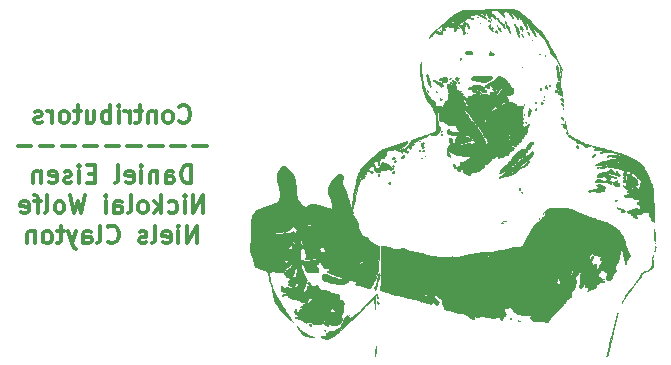
<source format=gbr>
%TF.GenerationSoftware,KiCad,Pcbnew,5.1.10*%
%TF.CreationDate,2021-08-13T16:06:35+12:00*%
%TF.ProjectId,D-Class_Amp,442d436c-6173-4735-9f41-6d702e6b6963,rev?*%
%TF.SameCoordinates,Original*%
%TF.FileFunction,Legend,Bot*%
%TF.FilePolarity,Positive*%
%FSLAX46Y46*%
G04 Gerber Fmt 4.6, Leading zero omitted, Abs format (unit mm)*
G04 Created by KiCad (PCBNEW 5.1.10) date 2021-08-13 16:06:35*
%MOMM*%
%LPD*%
G01*
G04 APERTURE LIST*
%ADD10C,0.300000*%
%ADD11C,0.010000*%
G04 APERTURE END LIST*
D10*
X213704571Y-92717714D02*
X213776000Y-92789142D01*
X213990285Y-92860571D01*
X214133142Y-92860571D01*
X214347428Y-92789142D01*
X214490285Y-92646285D01*
X214561714Y-92503428D01*
X214633142Y-92217714D01*
X214633142Y-92003428D01*
X214561714Y-91717714D01*
X214490285Y-91574857D01*
X214347428Y-91432000D01*
X214133142Y-91360571D01*
X213990285Y-91360571D01*
X213776000Y-91432000D01*
X213704571Y-91503428D01*
X212847428Y-92860571D02*
X212990285Y-92789142D01*
X213061714Y-92717714D01*
X213133142Y-92574857D01*
X213133142Y-92146285D01*
X213061714Y-92003428D01*
X212990285Y-91932000D01*
X212847428Y-91860571D01*
X212633142Y-91860571D01*
X212490285Y-91932000D01*
X212418857Y-92003428D01*
X212347428Y-92146285D01*
X212347428Y-92574857D01*
X212418857Y-92717714D01*
X212490285Y-92789142D01*
X212633142Y-92860571D01*
X212847428Y-92860571D01*
X211704571Y-91860571D02*
X211704571Y-92860571D01*
X211704571Y-92003428D02*
X211633142Y-91932000D01*
X211490285Y-91860571D01*
X211276000Y-91860571D01*
X211133142Y-91932000D01*
X211061714Y-92074857D01*
X211061714Y-92860571D01*
X210561714Y-91860571D02*
X209990285Y-91860571D01*
X210347428Y-91360571D02*
X210347428Y-92646285D01*
X210276000Y-92789142D01*
X210133142Y-92860571D01*
X209990285Y-92860571D01*
X209490285Y-92860571D02*
X209490285Y-91860571D01*
X209490285Y-92146285D02*
X209418857Y-92003428D01*
X209347428Y-91932000D01*
X209204571Y-91860571D01*
X209061714Y-91860571D01*
X208561714Y-92860571D02*
X208561714Y-91860571D01*
X208561714Y-91360571D02*
X208633142Y-91432000D01*
X208561714Y-91503428D01*
X208490285Y-91432000D01*
X208561714Y-91360571D01*
X208561714Y-91503428D01*
X207847428Y-92860571D02*
X207847428Y-91360571D01*
X207847428Y-91932000D02*
X207704571Y-91860571D01*
X207418857Y-91860571D01*
X207276000Y-91932000D01*
X207204571Y-92003428D01*
X207133142Y-92146285D01*
X207133142Y-92574857D01*
X207204571Y-92717714D01*
X207276000Y-92789142D01*
X207418857Y-92860571D01*
X207704571Y-92860571D01*
X207847428Y-92789142D01*
X205847428Y-91860571D02*
X205847428Y-92860571D01*
X206490285Y-91860571D02*
X206490285Y-92646285D01*
X206418857Y-92789142D01*
X206276000Y-92860571D01*
X206061714Y-92860571D01*
X205918857Y-92789142D01*
X205847428Y-92717714D01*
X205347428Y-91860571D02*
X204776000Y-91860571D01*
X205133142Y-91360571D02*
X205133142Y-92646285D01*
X205061714Y-92789142D01*
X204918857Y-92860571D01*
X204776000Y-92860571D01*
X204061714Y-92860571D02*
X204204571Y-92789142D01*
X204276000Y-92717714D01*
X204347428Y-92574857D01*
X204347428Y-92146285D01*
X204276000Y-92003428D01*
X204204571Y-91932000D01*
X204061714Y-91860571D01*
X203847428Y-91860571D01*
X203704571Y-91932000D01*
X203633142Y-92003428D01*
X203561714Y-92146285D01*
X203561714Y-92574857D01*
X203633142Y-92717714D01*
X203704571Y-92789142D01*
X203847428Y-92860571D01*
X204061714Y-92860571D01*
X202918857Y-92860571D02*
X202918857Y-91860571D01*
X202918857Y-92146285D02*
X202847428Y-92003428D01*
X202776000Y-91932000D01*
X202633142Y-91860571D01*
X202490285Y-91860571D01*
X202061714Y-92789142D02*
X201918857Y-92860571D01*
X201633142Y-92860571D01*
X201490285Y-92789142D01*
X201418857Y-92646285D01*
X201418857Y-92574857D01*
X201490285Y-92432000D01*
X201633142Y-92360571D01*
X201847428Y-92360571D01*
X201990285Y-92289142D01*
X202061714Y-92146285D01*
X202061714Y-92074857D01*
X201990285Y-91932000D01*
X201847428Y-91860571D01*
X201633142Y-91860571D01*
X201490285Y-91932000D01*
X216026000Y-94839142D02*
X214883142Y-94839142D01*
X214168857Y-94839142D02*
X213026000Y-94839142D01*
X212311714Y-94839142D02*
X211168857Y-94839142D01*
X210454571Y-94839142D02*
X209311714Y-94839142D01*
X208597428Y-94839142D02*
X207454571Y-94839142D01*
X206740285Y-94839142D02*
X205597428Y-94839142D01*
X204883142Y-94839142D02*
X203740285Y-94839142D01*
X203026000Y-94839142D02*
X201883142Y-94839142D01*
X201168857Y-94839142D02*
X200026000Y-94839142D01*
X214704571Y-97960571D02*
X214704571Y-96460571D01*
X214347428Y-96460571D01*
X214133142Y-96532000D01*
X213990285Y-96674857D01*
X213918857Y-96817714D01*
X213847428Y-97103428D01*
X213847428Y-97317714D01*
X213918857Y-97603428D01*
X213990285Y-97746285D01*
X214133142Y-97889142D01*
X214347428Y-97960571D01*
X214704571Y-97960571D01*
X212561714Y-97960571D02*
X212561714Y-97174857D01*
X212633142Y-97032000D01*
X212776000Y-96960571D01*
X213061714Y-96960571D01*
X213204571Y-97032000D01*
X212561714Y-97889142D02*
X212704571Y-97960571D01*
X213061714Y-97960571D01*
X213204571Y-97889142D01*
X213276000Y-97746285D01*
X213276000Y-97603428D01*
X213204571Y-97460571D01*
X213061714Y-97389142D01*
X212704571Y-97389142D01*
X212561714Y-97317714D01*
X211847428Y-96960571D02*
X211847428Y-97960571D01*
X211847428Y-97103428D02*
X211776000Y-97032000D01*
X211633142Y-96960571D01*
X211418857Y-96960571D01*
X211276000Y-97032000D01*
X211204571Y-97174857D01*
X211204571Y-97960571D01*
X210490285Y-97960571D02*
X210490285Y-96960571D01*
X210490285Y-96460571D02*
X210561714Y-96532000D01*
X210490285Y-96603428D01*
X210418857Y-96532000D01*
X210490285Y-96460571D01*
X210490285Y-96603428D01*
X209204571Y-97889142D02*
X209347428Y-97960571D01*
X209633142Y-97960571D01*
X209776000Y-97889142D01*
X209847428Y-97746285D01*
X209847428Y-97174857D01*
X209776000Y-97032000D01*
X209633142Y-96960571D01*
X209347428Y-96960571D01*
X209204571Y-97032000D01*
X209133142Y-97174857D01*
X209133142Y-97317714D01*
X209847428Y-97460571D01*
X208276000Y-97960571D02*
X208418857Y-97889142D01*
X208490285Y-97746285D01*
X208490285Y-96460571D01*
X206561714Y-97174857D02*
X206061714Y-97174857D01*
X205847428Y-97960571D02*
X206561714Y-97960571D01*
X206561714Y-96460571D01*
X205847428Y-96460571D01*
X205204571Y-97960571D02*
X205204571Y-96960571D01*
X205204571Y-96460571D02*
X205276000Y-96532000D01*
X205204571Y-96603428D01*
X205133142Y-96532000D01*
X205204571Y-96460571D01*
X205204571Y-96603428D01*
X204561714Y-97889142D02*
X204418857Y-97960571D01*
X204133142Y-97960571D01*
X203990285Y-97889142D01*
X203918857Y-97746285D01*
X203918857Y-97674857D01*
X203990285Y-97532000D01*
X204133142Y-97460571D01*
X204347428Y-97460571D01*
X204490285Y-97389142D01*
X204561714Y-97246285D01*
X204561714Y-97174857D01*
X204490285Y-97032000D01*
X204347428Y-96960571D01*
X204133142Y-96960571D01*
X203990285Y-97032000D01*
X202704571Y-97889142D02*
X202847428Y-97960571D01*
X203133142Y-97960571D01*
X203276000Y-97889142D01*
X203347428Y-97746285D01*
X203347428Y-97174857D01*
X203276000Y-97032000D01*
X203133142Y-96960571D01*
X202847428Y-96960571D01*
X202704571Y-97032000D01*
X202633142Y-97174857D01*
X202633142Y-97317714D01*
X203347428Y-97460571D01*
X201990285Y-96960571D02*
X201990285Y-97960571D01*
X201990285Y-97103428D02*
X201918857Y-97032000D01*
X201776000Y-96960571D01*
X201561714Y-96960571D01*
X201418857Y-97032000D01*
X201347428Y-97174857D01*
X201347428Y-97960571D01*
X215740285Y-100510571D02*
X215740285Y-99010571D01*
X214883142Y-100510571D01*
X214883142Y-99010571D01*
X214168857Y-100510571D02*
X214168857Y-99510571D01*
X214168857Y-99010571D02*
X214240285Y-99082000D01*
X214168857Y-99153428D01*
X214097428Y-99082000D01*
X214168857Y-99010571D01*
X214168857Y-99153428D01*
X212811714Y-100439142D02*
X212954571Y-100510571D01*
X213240285Y-100510571D01*
X213383142Y-100439142D01*
X213454571Y-100367714D01*
X213526000Y-100224857D01*
X213526000Y-99796285D01*
X213454571Y-99653428D01*
X213383142Y-99582000D01*
X213240285Y-99510571D01*
X212954571Y-99510571D01*
X212811714Y-99582000D01*
X212168857Y-100510571D02*
X212168857Y-99010571D01*
X212026000Y-99939142D02*
X211597428Y-100510571D01*
X211597428Y-99510571D02*
X212168857Y-100082000D01*
X210740285Y-100510571D02*
X210883142Y-100439142D01*
X210954571Y-100367714D01*
X211026000Y-100224857D01*
X211026000Y-99796285D01*
X210954571Y-99653428D01*
X210883142Y-99582000D01*
X210740285Y-99510571D01*
X210526000Y-99510571D01*
X210383142Y-99582000D01*
X210311714Y-99653428D01*
X210240285Y-99796285D01*
X210240285Y-100224857D01*
X210311714Y-100367714D01*
X210383142Y-100439142D01*
X210526000Y-100510571D01*
X210740285Y-100510571D01*
X209383142Y-100510571D02*
X209526000Y-100439142D01*
X209597428Y-100296285D01*
X209597428Y-99010571D01*
X208168857Y-100510571D02*
X208168857Y-99724857D01*
X208240285Y-99582000D01*
X208383142Y-99510571D01*
X208668857Y-99510571D01*
X208811714Y-99582000D01*
X208168857Y-100439142D02*
X208311714Y-100510571D01*
X208668857Y-100510571D01*
X208811714Y-100439142D01*
X208883142Y-100296285D01*
X208883142Y-100153428D01*
X208811714Y-100010571D01*
X208668857Y-99939142D01*
X208311714Y-99939142D01*
X208168857Y-99867714D01*
X207454571Y-100510571D02*
X207454571Y-99510571D01*
X207454571Y-99010571D02*
X207526000Y-99082000D01*
X207454571Y-99153428D01*
X207383142Y-99082000D01*
X207454571Y-99010571D01*
X207454571Y-99153428D01*
X205740285Y-99010571D02*
X205383142Y-100510571D01*
X205097428Y-99439142D01*
X204811714Y-100510571D01*
X204454571Y-99010571D01*
X203668857Y-100510571D02*
X203811714Y-100439142D01*
X203883142Y-100367714D01*
X203954571Y-100224857D01*
X203954571Y-99796285D01*
X203883142Y-99653428D01*
X203811714Y-99582000D01*
X203668857Y-99510571D01*
X203454571Y-99510571D01*
X203311714Y-99582000D01*
X203240285Y-99653428D01*
X203168857Y-99796285D01*
X203168857Y-100224857D01*
X203240285Y-100367714D01*
X203311714Y-100439142D01*
X203454571Y-100510571D01*
X203668857Y-100510571D01*
X202311714Y-100510571D02*
X202454571Y-100439142D01*
X202526000Y-100296285D01*
X202526000Y-99010571D01*
X201954571Y-99510571D02*
X201383142Y-99510571D01*
X201740285Y-100510571D02*
X201740285Y-99224857D01*
X201668857Y-99082000D01*
X201526000Y-99010571D01*
X201383142Y-99010571D01*
X200311714Y-100439142D02*
X200454571Y-100510571D01*
X200740285Y-100510571D01*
X200883142Y-100439142D01*
X200954571Y-100296285D01*
X200954571Y-99724857D01*
X200883142Y-99582000D01*
X200740285Y-99510571D01*
X200454571Y-99510571D01*
X200311714Y-99582000D01*
X200240285Y-99724857D01*
X200240285Y-99867714D01*
X200954571Y-100010571D01*
X215204571Y-103060571D02*
X215204571Y-101560571D01*
X214347428Y-103060571D01*
X214347428Y-101560571D01*
X213633142Y-103060571D02*
X213633142Y-102060571D01*
X213633142Y-101560571D02*
X213704571Y-101632000D01*
X213633142Y-101703428D01*
X213561714Y-101632000D01*
X213633142Y-101560571D01*
X213633142Y-101703428D01*
X212347428Y-102989142D02*
X212490285Y-103060571D01*
X212776000Y-103060571D01*
X212918857Y-102989142D01*
X212990285Y-102846285D01*
X212990285Y-102274857D01*
X212918857Y-102132000D01*
X212776000Y-102060571D01*
X212490285Y-102060571D01*
X212347428Y-102132000D01*
X212276000Y-102274857D01*
X212276000Y-102417714D01*
X212990285Y-102560571D01*
X211418857Y-103060571D02*
X211561714Y-102989142D01*
X211633142Y-102846285D01*
X211633142Y-101560571D01*
X210918857Y-102989142D02*
X210776000Y-103060571D01*
X210490285Y-103060571D01*
X210347428Y-102989142D01*
X210276000Y-102846285D01*
X210276000Y-102774857D01*
X210347428Y-102632000D01*
X210490285Y-102560571D01*
X210704571Y-102560571D01*
X210847428Y-102489142D01*
X210918857Y-102346285D01*
X210918857Y-102274857D01*
X210847428Y-102132000D01*
X210704571Y-102060571D01*
X210490285Y-102060571D01*
X210347428Y-102132000D01*
X207633142Y-102917714D02*
X207704571Y-102989142D01*
X207918857Y-103060571D01*
X208061714Y-103060571D01*
X208276000Y-102989142D01*
X208418857Y-102846285D01*
X208490285Y-102703428D01*
X208561714Y-102417714D01*
X208561714Y-102203428D01*
X208490285Y-101917714D01*
X208418857Y-101774857D01*
X208276000Y-101632000D01*
X208061714Y-101560571D01*
X207918857Y-101560571D01*
X207704571Y-101632000D01*
X207633142Y-101703428D01*
X206776000Y-103060571D02*
X206918857Y-102989142D01*
X206990285Y-102846285D01*
X206990285Y-101560571D01*
X205561714Y-103060571D02*
X205561714Y-102274857D01*
X205633142Y-102132000D01*
X205776000Y-102060571D01*
X206061714Y-102060571D01*
X206204571Y-102132000D01*
X205561714Y-102989142D02*
X205704571Y-103060571D01*
X206061714Y-103060571D01*
X206204571Y-102989142D01*
X206276000Y-102846285D01*
X206276000Y-102703428D01*
X206204571Y-102560571D01*
X206061714Y-102489142D01*
X205704571Y-102489142D01*
X205561714Y-102417714D01*
X204990285Y-102060571D02*
X204633142Y-103060571D01*
X204276000Y-102060571D02*
X204633142Y-103060571D01*
X204776000Y-103417714D01*
X204847428Y-103489142D01*
X204990285Y-103560571D01*
X203918857Y-102060571D02*
X203347428Y-102060571D01*
X203704571Y-101560571D02*
X203704571Y-102846285D01*
X203633142Y-102989142D01*
X203490285Y-103060571D01*
X203347428Y-103060571D01*
X202633142Y-103060571D02*
X202776000Y-102989142D01*
X202847428Y-102917714D01*
X202918857Y-102774857D01*
X202918857Y-102346285D01*
X202847428Y-102203428D01*
X202776000Y-102132000D01*
X202633142Y-102060571D01*
X202418857Y-102060571D01*
X202276000Y-102132000D01*
X202204571Y-102203428D01*
X202133142Y-102346285D01*
X202133142Y-102774857D01*
X202204571Y-102917714D01*
X202276000Y-102989142D01*
X202418857Y-103060571D01*
X202633142Y-103060571D01*
X201490285Y-102060571D02*
X201490285Y-103060571D01*
X201490285Y-102203428D02*
X201418857Y-102132000D01*
X201276000Y-102060571D01*
X201061714Y-102060571D01*
X200918857Y-102132000D01*
X200847428Y-102274857D01*
X200847428Y-103060571D01*
D11*
%TO.C,G\u002A\u002A\u002A*%
G36*
X248643812Y-104133551D02*
G01*
X248606095Y-104176178D01*
X248583062Y-104226298D01*
X248576794Y-104290655D01*
X248585438Y-104385728D01*
X248597672Y-104464231D01*
X248608382Y-104497030D01*
X248619709Y-104489089D01*
X248624577Y-104476550D01*
X248647380Y-104432374D01*
X248665179Y-104419400D01*
X248683336Y-104397076D01*
X248703330Y-104341725D01*
X248721086Y-104270770D01*
X248732528Y-104201639D01*
X248733579Y-104151757D01*
X248730246Y-104141205D01*
X248691923Y-104115586D01*
X248643812Y-104133551D01*
G37*
X248643812Y-104133551D02*
X248606095Y-104176178D01*
X248583062Y-104226298D01*
X248576794Y-104290655D01*
X248585438Y-104385728D01*
X248597672Y-104464231D01*
X248608382Y-104497030D01*
X248619709Y-104489089D01*
X248624577Y-104476550D01*
X248647380Y-104432374D01*
X248665179Y-104419400D01*
X248683336Y-104397076D01*
X248703330Y-104341725D01*
X248721086Y-104270770D01*
X248732528Y-104201639D01*
X248733579Y-104151757D01*
X248730246Y-104141205D01*
X248691923Y-104115586D01*
X248643812Y-104133551D01*
G36*
X241641752Y-83592353D02*
G01*
X241628387Y-83614779D01*
X241641213Y-83647060D01*
X241685320Y-83698357D01*
X241720150Y-83733461D01*
X241781041Y-83791674D01*
X241826906Y-83832153D01*
X241846248Y-83845400D01*
X241855726Y-83823620D01*
X241858800Y-83782485D01*
X241834326Y-83715086D01*
X241788950Y-83675145D01*
X241733300Y-83633746D01*
X241698000Y-83596951D01*
X241670623Y-83576683D01*
X241641752Y-83592353D01*
G37*
X241641752Y-83592353D02*
X241628387Y-83614779D01*
X241641213Y-83647060D01*
X241685320Y-83698357D01*
X241720150Y-83733461D01*
X241781041Y-83791674D01*
X241826906Y-83832153D01*
X241846248Y-83845400D01*
X241855726Y-83823620D01*
X241858800Y-83782485D01*
X241834326Y-83715086D01*
X241788950Y-83675145D01*
X241733300Y-83633746D01*
X241698000Y-83596951D01*
X241670623Y-83576683D01*
X241641752Y-83592353D01*
G36*
X238926580Y-83880577D02*
G01*
X238925100Y-83896200D01*
X238961851Y-83919571D01*
X238977400Y-83921600D01*
X239010228Y-83907398D01*
X239014000Y-83896200D01*
X238992663Y-83875762D01*
X238961701Y-83870800D01*
X238926580Y-83880577D01*
G37*
X238926580Y-83880577D02*
X238925100Y-83896200D01*
X238961851Y-83919571D01*
X238977400Y-83921600D01*
X239010228Y-83907398D01*
X239014000Y-83896200D01*
X238992663Y-83875762D01*
X238961701Y-83870800D01*
X238926580Y-83880577D01*
G36*
X241912466Y-83942172D02*
G01*
X241909600Y-83959700D01*
X241923316Y-83993501D01*
X241935000Y-83997800D01*
X241957535Y-83977227D01*
X241960400Y-83959700D01*
X241946685Y-83925898D01*
X241935000Y-83921600D01*
X241912466Y-83942172D01*
G37*
X241912466Y-83942172D02*
X241909600Y-83959700D01*
X241923316Y-83993501D01*
X241935000Y-83997800D01*
X241957535Y-83977227D01*
X241960400Y-83959700D01*
X241946685Y-83925898D01*
X241935000Y-83921600D01*
X241912466Y-83942172D01*
G36*
X240080800Y-84112100D02*
G01*
X240093500Y-84124800D01*
X240106200Y-84112100D01*
X240093500Y-84099400D01*
X240080800Y-84112100D01*
G37*
X240080800Y-84112100D02*
X240093500Y-84124800D01*
X240106200Y-84112100D01*
X240093500Y-84099400D01*
X240080800Y-84112100D01*
G36*
X239859737Y-84190822D02*
G01*
X239867265Y-84207350D01*
X239916481Y-84275349D01*
X239968424Y-84319010D01*
X239996598Y-84328000D01*
X240011269Y-84315324D01*
X239990976Y-84274101D01*
X239975184Y-84251800D01*
X239934709Y-84208416D01*
X239894302Y-84180631D01*
X239865475Y-84173186D01*
X239859737Y-84190822D01*
G37*
X239859737Y-84190822D02*
X239867265Y-84207350D01*
X239916481Y-84275349D01*
X239968424Y-84319010D01*
X239996598Y-84328000D01*
X240011269Y-84315324D01*
X239990976Y-84274101D01*
X239975184Y-84251800D01*
X239934709Y-84208416D01*
X239894302Y-84180631D01*
X239865475Y-84173186D01*
X239859737Y-84190822D01*
G36*
X241246387Y-84219053D02*
G01*
X241244315Y-84252681D01*
X241274000Y-84289356D01*
X241311104Y-84320179D01*
X241323947Y-84314648D01*
X241325400Y-84282635D01*
X241311697Y-84229551D01*
X241279628Y-84206035D01*
X241246387Y-84219053D01*
G37*
X241246387Y-84219053D02*
X241244315Y-84252681D01*
X241274000Y-84289356D01*
X241311104Y-84320179D01*
X241323947Y-84314648D01*
X241325400Y-84282635D01*
X241311697Y-84229551D01*
X241279628Y-84206035D01*
X241246387Y-84219053D01*
G36*
X239141000Y-84391500D02*
G01*
X239153700Y-84404200D01*
X239166400Y-84391500D01*
X239153700Y-84378800D01*
X239141000Y-84391500D01*
G37*
X239141000Y-84391500D02*
X239153700Y-84404200D01*
X239166400Y-84391500D01*
X239153700Y-84378800D01*
X239141000Y-84391500D01*
G36*
X241309494Y-84375680D02*
G01*
X241321503Y-84430139D01*
X241322311Y-84432262D01*
X241340979Y-84472570D01*
X241354737Y-84468071D01*
X241364329Y-84446942D01*
X241367047Y-84395099D01*
X241354597Y-84372436D01*
X241321926Y-84353850D01*
X241309494Y-84375680D01*
G37*
X241309494Y-84375680D02*
X241321503Y-84430139D01*
X241322311Y-84432262D01*
X241340979Y-84472570D01*
X241354737Y-84468071D01*
X241364329Y-84446942D01*
X241367047Y-84395099D01*
X241354597Y-84372436D01*
X241321926Y-84353850D01*
X241309494Y-84375680D01*
G36*
X240586053Y-84638490D02*
G01*
X240584990Y-84645500D01*
X240604765Y-84675282D01*
X240612295Y-84678731D01*
X240635456Y-84666470D01*
X240639600Y-84645500D01*
X240626713Y-84613887D01*
X240612295Y-84612268D01*
X240586053Y-84638490D01*
G37*
X240586053Y-84638490D02*
X240584990Y-84645500D01*
X240604765Y-84675282D01*
X240612295Y-84678731D01*
X240635456Y-84666470D01*
X240639600Y-84645500D01*
X240626713Y-84613887D01*
X240612295Y-84612268D01*
X240586053Y-84638490D01*
G36*
X238027771Y-84425690D02*
G01*
X238016184Y-84443397D01*
X238014472Y-84498069D01*
X238046817Y-84563890D01*
X238094622Y-84644789D01*
X238137134Y-84726533D01*
X238137847Y-84728050D01*
X238177341Y-84791547D01*
X238212808Y-84808481D01*
X238240881Y-84777381D01*
X238242348Y-84773716D01*
X238243304Y-84719243D01*
X238207563Y-84686634D01*
X238187001Y-84683600D01*
X238160956Y-84664500D01*
X238150734Y-84603379D01*
X238150400Y-84583440D01*
X238140408Y-84503223D01*
X238105581Y-84452629D01*
X238094173Y-84443896D01*
X238051171Y-84418604D01*
X238027771Y-84425690D01*
G37*
X238027771Y-84425690D02*
X238016184Y-84443397D01*
X238014472Y-84498069D01*
X238046817Y-84563890D01*
X238094622Y-84644789D01*
X238137134Y-84726533D01*
X238137847Y-84728050D01*
X238177341Y-84791547D01*
X238212808Y-84808481D01*
X238240881Y-84777381D01*
X238242348Y-84773716D01*
X238243304Y-84719243D01*
X238207563Y-84686634D01*
X238187001Y-84683600D01*
X238160956Y-84664500D01*
X238150734Y-84603379D01*
X238150400Y-84583440D01*
X238140408Y-84503223D01*
X238105581Y-84452629D01*
X238094173Y-84443896D01*
X238051171Y-84418604D01*
X238027771Y-84425690D01*
G36*
X240241831Y-84826249D02*
G01*
X240245900Y-84836000D01*
X240279548Y-84860451D01*
X240286999Y-84861400D01*
X240300770Y-84845750D01*
X240296700Y-84836000D01*
X240263053Y-84811548D01*
X240255602Y-84810600D01*
X240241831Y-84826249D01*
G37*
X240241831Y-84826249D02*
X240245900Y-84836000D01*
X240279548Y-84860451D01*
X240286999Y-84861400D01*
X240300770Y-84845750D01*
X240296700Y-84836000D01*
X240263053Y-84811548D01*
X240255602Y-84810600D01*
X240241831Y-84826249D01*
G36*
X240593237Y-83963887D02*
G01*
X240594319Y-84003025D01*
X240625278Y-84047129D01*
X240629090Y-84050417D01*
X240658008Y-84104948D01*
X240655036Y-84155571D01*
X240652426Y-84192116D01*
X240664371Y-84228900D01*
X240696909Y-84274780D01*
X240756078Y-84338614D01*
X240829139Y-84410993D01*
X240921245Y-84506970D01*
X241009515Y-84609589D01*
X241080221Y-84702474D01*
X241103733Y-84738531D01*
X241156612Y-84819461D01*
X241194735Y-84858797D01*
X241223210Y-84861701D01*
X241224759Y-84860807D01*
X241243340Y-84840572D01*
X241246154Y-84803596D01*
X241233247Y-84736378D01*
X241225296Y-84704275D01*
X241194198Y-84592786D01*
X241162207Y-84516155D01*
X241119046Y-84459317D01*
X241054437Y-84407207D01*
X240996631Y-84369090D01*
X240883788Y-84291548D01*
X240805089Y-84220828D01*
X240748065Y-84143547D01*
X240703943Y-84054950D01*
X240669372Y-83990655D01*
X240635510Y-83952017D01*
X240623043Y-83947000D01*
X240593237Y-83963887D01*
G37*
X240593237Y-83963887D02*
X240594319Y-84003025D01*
X240625278Y-84047129D01*
X240629090Y-84050417D01*
X240658008Y-84104948D01*
X240655036Y-84155571D01*
X240652426Y-84192116D01*
X240664371Y-84228900D01*
X240696909Y-84274780D01*
X240756078Y-84338614D01*
X240829139Y-84410993D01*
X240921245Y-84506970D01*
X241009515Y-84609589D01*
X241080221Y-84702474D01*
X241103733Y-84738531D01*
X241156612Y-84819461D01*
X241194735Y-84858797D01*
X241223210Y-84861701D01*
X241224759Y-84860807D01*
X241243340Y-84840572D01*
X241246154Y-84803596D01*
X241233247Y-84736378D01*
X241225296Y-84704275D01*
X241194198Y-84592786D01*
X241162207Y-84516155D01*
X241119046Y-84459317D01*
X241054437Y-84407207D01*
X240996631Y-84369090D01*
X240883788Y-84291548D01*
X240805089Y-84220828D01*
X240748065Y-84143547D01*
X240703943Y-84054950D01*
X240669372Y-83990655D01*
X240635510Y-83952017D01*
X240623043Y-83947000D01*
X240593237Y-83963887D01*
G36*
X235763092Y-84982651D02*
G01*
X235762800Y-84988400D01*
X235782327Y-85012823D01*
X235789700Y-85013800D01*
X235804869Y-84998239D01*
X235800900Y-84988400D01*
X235778076Y-84964168D01*
X235774001Y-84963000D01*
X235763092Y-84982651D01*
G37*
X235763092Y-84982651D02*
X235762800Y-84988400D01*
X235782327Y-85012823D01*
X235789700Y-85013800D01*
X235804869Y-84998239D01*
X235800900Y-84988400D01*
X235778076Y-84964168D01*
X235774001Y-84963000D01*
X235763092Y-84982651D01*
G36*
X242555249Y-84666345D02*
G01*
X242544803Y-84711217D01*
X242544600Y-84722515D01*
X242556340Y-84804582D01*
X242586810Y-84885584D01*
X242628891Y-84955264D01*
X242675460Y-85003365D01*
X242719396Y-85019629D01*
X242743067Y-85008373D01*
X242771344Y-84946916D01*
X242757421Y-84867854D01*
X242703759Y-84780798D01*
X242632061Y-84700159D01*
X242583446Y-84662334D01*
X242555249Y-84666345D01*
G37*
X242555249Y-84666345D02*
X242544803Y-84711217D01*
X242544600Y-84722515D01*
X242556340Y-84804582D01*
X242586810Y-84885584D01*
X242628891Y-84955264D01*
X242675460Y-85003365D01*
X242719396Y-85019629D01*
X242743067Y-85008373D01*
X242771344Y-84946916D01*
X242757421Y-84867854D01*
X242703759Y-84780798D01*
X242632061Y-84700159D01*
X242583446Y-84662334D01*
X242555249Y-84666345D01*
G36*
X239936946Y-84553078D02*
G01*
X239917515Y-84571114D01*
X239881232Y-84638155D01*
X239891953Y-84713775D01*
X239947450Y-84789065D01*
X240045755Y-84887524D01*
X240119247Y-84972664D01*
X240160994Y-85036309D01*
X240164856Y-85045550D01*
X240191871Y-85083821D01*
X240220417Y-85084145D01*
X240233200Y-85047550D01*
X240217224Y-84993744D01*
X240198105Y-84965000D01*
X240158258Y-84905175D01*
X240142039Y-84851017D01*
X240152009Y-84816350D01*
X240169488Y-84810600D01*
X240197241Y-84798926D01*
X240195422Y-84785720D01*
X240163490Y-84776787D01*
X240130834Y-84791573D01*
X240075391Y-84804237D01*
X240030808Y-84773750D01*
X240003316Y-84707550D01*
X239997856Y-84632843D01*
X239994547Y-84559980D01*
X239975124Y-84534068D01*
X239936946Y-84553078D01*
G37*
X239936946Y-84553078D02*
X239917515Y-84571114D01*
X239881232Y-84638155D01*
X239891953Y-84713775D01*
X239947450Y-84789065D01*
X240045755Y-84887524D01*
X240119247Y-84972664D01*
X240160994Y-85036309D01*
X240164856Y-85045550D01*
X240191871Y-85083821D01*
X240220417Y-85084145D01*
X240233200Y-85047550D01*
X240217224Y-84993744D01*
X240198105Y-84965000D01*
X240158258Y-84905175D01*
X240142039Y-84851017D01*
X240152009Y-84816350D01*
X240169488Y-84810600D01*
X240197241Y-84798926D01*
X240195422Y-84785720D01*
X240163490Y-84776787D01*
X240130834Y-84791573D01*
X240075391Y-84804237D01*
X240030808Y-84773750D01*
X240003316Y-84707550D01*
X239997856Y-84632843D01*
X239994547Y-84559980D01*
X239975124Y-84534068D01*
X239936946Y-84553078D01*
G36*
X242697000Y-85077300D02*
G01*
X242709700Y-85090000D01*
X242722400Y-85077300D01*
X242709700Y-85064600D01*
X242697000Y-85077300D01*
G37*
X242697000Y-85077300D02*
X242709700Y-85090000D01*
X242722400Y-85077300D01*
X242709700Y-85064600D01*
X242697000Y-85077300D01*
G36*
X240692969Y-84767397D02*
G01*
X240679192Y-84782786D01*
X240681609Y-84819387D01*
X240706877Y-84881562D01*
X240747020Y-84954508D01*
X240794057Y-85023426D01*
X240832133Y-85066508D01*
X240875284Y-85096412D01*
X240902423Y-85096191D01*
X240902954Y-85095414D01*
X240904791Y-85052931D01*
X240884870Y-84988253D01*
X240851767Y-84919932D01*
X240814059Y-84866520D01*
X240788367Y-84847546D01*
X240749151Y-84818868D01*
X240741200Y-84796188D01*
X240725241Y-84763429D01*
X240692969Y-84767397D01*
G37*
X240692969Y-84767397D02*
X240679192Y-84782786D01*
X240681609Y-84819387D01*
X240706877Y-84881562D01*
X240747020Y-84954508D01*
X240794057Y-85023426D01*
X240832133Y-85066508D01*
X240875284Y-85096412D01*
X240902423Y-85096191D01*
X240902954Y-85095414D01*
X240904791Y-85052931D01*
X240884870Y-84988253D01*
X240851767Y-84919932D01*
X240814059Y-84866520D01*
X240788367Y-84847546D01*
X240749151Y-84818868D01*
X240741200Y-84796188D01*
X240725241Y-84763429D01*
X240692969Y-84767397D01*
G36*
X240473943Y-85058027D02*
G01*
X240460580Y-85102110D01*
X240473422Y-85152852D01*
X240510931Y-85190706D01*
X240573579Y-85214686D01*
X240609259Y-85208171D01*
X240614200Y-85193253D01*
X240599649Y-85124924D01*
X240564068Y-85067581D01*
X240519568Y-85039700D01*
X240513229Y-85039200D01*
X240473943Y-85058027D01*
G37*
X240473943Y-85058027D02*
X240460580Y-85102110D01*
X240473422Y-85152852D01*
X240510931Y-85190706D01*
X240573579Y-85214686D01*
X240609259Y-85208171D01*
X240614200Y-85193253D01*
X240599649Y-85124924D01*
X240564068Y-85067581D01*
X240519568Y-85039700D01*
X240513229Y-85039200D01*
X240473943Y-85058027D01*
G36*
X241385394Y-84602108D02*
G01*
X241376945Y-84651508D01*
X241391941Y-84713811D01*
X241410511Y-84747798D01*
X241442527Y-84810891D01*
X241462757Y-84871581D01*
X241496458Y-84942178D01*
X241542746Y-84994075D01*
X241586815Y-85037430D01*
X241605365Y-85072793D01*
X241620777Y-85111931D01*
X241657178Y-85164880D01*
X241658260Y-85166200D01*
X241710590Y-85229700D01*
X241695308Y-85141536D01*
X241674953Y-85076223D01*
X241645673Y-85034437D01*
X241642413Y-85032324D01*
X241615259Y-84989644D01*
X241604928Y-84900560D01*
X241604800Y-84886123D01*
X241600305Y-84804731D01*
X241582425Y-84755815D01*
X241544573Y-84721509D01*
X241543954Y-84721102D01*
X241494093Y-84674557D01*
X241470132Y-84631617D01*
X241442133Y-84590946D01*
X241416678Y-84582000D01*
X241385394Y-84602108D01*
G37*
X241385394Y-84602108D02*
X241376945Y-84651508D01*
X241391941Y-84713811D01*
X241410511Y-84747798D01*
X241442527Y-84810891D01*
X241462757Y-84871581D01*
X241496458Y-84942178D01*
X241542746Y-84994075D01*
X241586815Y-85037430D01*
X241605365Y-85072793D01*
X241620777Y-85111931D01*
X241657178Y-85164880D01*
X241658260Y-85166200D01*
X241710590Y-85229700D01*
X241695308Y-85141536D01*
X241674953Y-85076223D01*
X241645673Y-85034437D01*
X241642413Y-85032324D01*
X241615259Y-84989644D01*
X241604928Y-84900560D01*
X241604800Y-84886123D01*
X241600305Y-84804731D01*
X241582425Y-84755815D01*
X241544573Y-84721509D01*
X241543954Y-84721102D01*
X241494093Y-84674557D01*
X241470132Y-84631617D01*
X241442133Y-84590946D01*
X241416678Y-84582000D01*
X241385394Y-84602108D01*
G36*
X238031867Y-85250866D02*
G01*
X238028827Y-85281010D01*
X238031867Y-85284733D01*
X238046967Y-85281246D01*
X238048800Y-85267800D01*
X238039507Y-85246892D01*
X238031867Y-85250866D01*
G37*
X238031867Y-85250866D02*
X238028827Y-85281010D01*
X238031867Y-85284733D01*
X238046967Y-85281246D01*
X238048800Y-85267800D01*
X238039507Y-85246892D01*
X238031867Y-85250866D01*
G36*
X242067725Y-84514962D02*
G01*
X242058668Y-84542878D01*
X242076671Y-84602728D01*
X242112153Y-84678357D01*
X242156674Y-84774381D01*
X242194243Y-84870017D01*
X242211418Y-84925048D01*
X242250810Y-85079506D01*
X242281271Y-85191168D01*
X242305311Y-85266732D01*
X242325434Y-85312899D01*
X242344150Y-85336367D01*
X242363965Y-85343836D01*
X242368215Y-85344000D01*
X242411751Y-85322670D01*
X242431031Y-85290899D01*
X242435253Y-85234503D01*
X242427711Y-85146386D01*
X242411316Y-85043460D01*
X242388983Y-84942637D01*
X242363625Y-84860829D01*
X242352667Y-84836000D01*
X242316860Y-84781844D01*
X242260054Y-84711049D01*
X242218581Y-84664767D01*
X242161719Y-84601196D01*
X242120678Y-84549433D01*
X242107141Y-84526920D01*
X242081605Y-84510071D01*
X242067725Y-84514962D01*
G37*
X242067725Y-84514962D02*
X242058668Y-84542878D01*
X242076671Y-84602728D01*
X242112153Y-84678357D01*
X242156674Y-84774381D01*
X242194243Y-84870017D01*
X242211418Y-84925048D01*
X242250810Y-85079506D01*
X242281271Y-85191168D01*
X242305311Y-85266732D01*
X242325434Y-85312899D01*
X242344150Y-85336367D01*
X242363965Y-85343836D01*
X242368215Y-85344000D01*
X242411751Y-85322670D01*
X242431031Y-85290899D01*
X242435253Y-85234503D01*
X242427711Y-85146386D01*
X242411316Y-85043460D01*
X242388983Y-84942637D01*
X242363625Y-84860829D01*
X242352667Y-84836000D01*
X242316860Y-84781844D01*
X242260054Y-84711049D01*
X242218581Y-84664767D01*
X242161719Y-84601196D01*
X242120678Y-84549433D01*
X242107141Y-84526920D01*
X242081605Y-84510071D01*
X242067725Y-84514962D01*
G36*
X235888497Y-85100399D02*
G01*
X235855661Y-85142629D01*
X235805407Y-85199025D01*
X235739546Y-85211371D01*
X235668906Y-85178997D01*
X235643898Y-85155735D01*
X235579806Y-85102532D01*
X235523110Y-85096068D01*
X235463399Y-85135507D01*
X235458000Y-85140800D01*
X235414857Y-85196181D01*
X235414498Y-85231141D01*
X235452920Y-85242400D01*
X235508874Y-85258124D01*
X235528517Y-85272276D01*
X235570242Y-85293468D01*
X235641576Y-85312821D01*
X235679647Y-85319459D01*
X235760169Y-85333254D01*
X235823452Y-85348104D01*
X235840327Y-85353873D01*
X235883615Y-85359749D01*
X235897477Y-85353256D01*
X235910835Y-85316774D01*
X235915200Y-85268421D01*
X235929397Y-85197055D01*
X235952493Y-85152004D01*
X235985827Y-85098286D01*
X235980013Y-85073580D01*
X235938846Y-85072939D01*
X235888497Y-85100399D01*
G37*
X235888497Y-85100399D02*
X235855661Y-85142629D01*
X235805407Y-85199025D01*
X235739546Y-85211371D01*
X235668906Y-85178997D01*
X235643898Y-85155735D01*
X235579806Y-85102532D01*
X235523110Y-85096068D01*
X235463399Y-85135507D01*
X235458000Y-85140800D01*
X235414857Y-85196181D01*
X235414498Y-85231141D01*
X235452920Y-85242400D01*
X235508874Y-85258124D01*
X235528517Y-85272276D01*
X235570242Y-85293468D01*
X235641576Y-85312821D01*
X235679647Y-85319459D01*
X235760169Y-85333254D01*
X235823452Y-85348104D01*
X235840327Y-85353873D01*
X235883615Y-85359749D01*
X235897477Y-85353256D01*
X235910835Y-85316774D01*
X235915200Y-85268421D01*
X235929397Y-85197055D01*
X235952493Y-85152004D01*
X235985827Y-85098286D01*
X235980013Y-85073580D01*
X235938846Y-85072939D01*
X235888497Y-85100399D01*
G36*
X243182232Y-85160806D02*
G01*
X243183027Y-85211728D01*
X243204179Y-85279921D01*
X243232472Y-85334651D01*
X243275860Y-85393080D01*
X243311173Y-85420076D01*
X243330486Y-85410593D01*
X243332000Y-85398028D01*
X243321557Y-85355368D01*
X243295643Y-85292077D01*
X243262385Y-85224459D01*
X243229909Y-85168820D01*
X243206338Y-85141464D01*
X243203812Y-85140800D01*
X243182232Y-85160806D01*
G37*
X243182232Y-85160806D02*
X243183027Y-85211728D01*
X243204179Y-85279921D01*
X243232472Y-85334651D01*
X243275860Y-85393080D01*
X243311173Y-85420076D01*
X243330486Y-85410593D01*
X243332000Y-85398028D01*
X243321557Y-85355368D01*
X243295643Y-85292077D01*
X243262385Y-85224459D01*
X243229909Y-85168820D01*
X243206338Y-85141464D01*
X243203812Y-85140800D01*
X243182232Y-85160806D01*
G36*
X242652849Y-85337459D02*
G01*
X242659449Y-85363050D01*
X242680446Y-85425266D01*
X242690528Y-85464650D01*
X242711203Y-85512398D01*
X242737347Y-85517426D01*
X242755017Y-85490050D01*
X242751261Y-85448449D01*
X242727626Y-85392213D01*
X242695179Y-85342058D01*
X242664990Y-85318697D01*
X242663407Y-85318600D01*
X242652849Y-85337459D01*
G37*
X242652849Y-85337459D02*
X242659449Y-85363050D01*
X242680446Y-85425266D01*
X242690528Y-85464650D01*
X242711203Y-85512398D01*
X242737347Y-85517426D01*
X242755017Y-85490050D01*
X242751261Y-85448449D01*
X242727626Y-85392213D01*
X242695179Y-85342058D01*
X242664990Y-85318697D01*
X242663407Y-85318600D01*
X242652849Y-85337459D01*
G36*
X242404502Y-85382474D02*
G01*
X242397801Y-85431061D01*
X242396700Y-85442479D01*
X242397952Y-85508170D01*
X242411853Y-85550476D01*
X242432273Y-85560622D01*
X242453079Y-85529834D01*
X242454584Y-85525316D01*
X242455290Y-85463630D01*
X242438058Y-85414809D01*
X242415421Y-85378729D01*
X242404502Y-85382474D01*
G37*
X242404502Y-85382474D02*
X242397801Y-85431061D01*
X242396700Y-85442479D01*
X242397952Y-85508170D01*
X242411853Y-85550476D01*
X242432273Y-85560622D01*
X242453079Y-85529834D01*
X242454584Y-85525316D01*
X242455290Y-85463630D01*
X242438058Y-85414809D01*
X242415421Y-85378729D01*
X242404502Y-85382474D01*
G36*
X242774304Y-85567941D02*
G01*
X242773200Y-85585300D01*
X242786493Y-85619107D01*
X242797803Y-85623400D01*
X242811779Y-85604781D01*
X242807786Y-85585300D01*
X242789757Y-85551879D01*
X242783183Y-85547200D01*
X242774304Y-85567941D01*
G37*
X242774304Y-85567941D02*
X242773200Y-85585300D01*
X242786493Y-85619107D01*
X242797803Y-85623400D01*
X242811779Y-85604781D01*
X242807786Y-85585300D01*
X242789757Y-85551879D01*
X242783183Y-85547200D01*
X242774304Y-85567941D01*
G36*
X243560600Y-85813900D02*
G01*
X243536169Y-85846372D01*
X243535200Y-85853499D01*
X243554574Y-85876715D01*
X243560600Y-85877400D01*
X243582892Y-85856725D01*
X243586000Y-85837800D01*
X243573687Y-85811510D01*
X243560600Y-85813900D01*
G37*
X243560600Y-85813900D02*
X243536169Y-85846372D01*
X243535200Y-85853499D01*
X243554574Y-85876715D01*
X243560600Y-85877400D01*
X243582892Y-85856725D01*
X243586000Y-85837800D01*
X243573687Y-85811510D01*
X243560600Y-85813900D01*
G36*
X238035042Y-86779103D02*
G01*
X237950514Y-86812597D01*
X237891600Y-86866913D01*
X237871000Y-86930267D01*
X237876447Y-86964457D01*
X237898102Y-86989092D01*
X237943944Y-87006827D01*
X238021948Y-87020316D01*
X238140090Y-87032213D01*
X238189551Y-87036267D01*
X238292722Y-87043319D01*
X238359747Y-87042822D01*
X238405027Y-87032308D01*
X238442961Y-87009312D01*
X238468126Y-86988549D01*
X238514545Y-86943073D01*
X238524671Y-86911399D01*
X238509820Y-86885302D01*
X238460036Y-86852743D01*
X238371164Y-86820879D01*
X238254844Y-86793140D01*
X238132397Y-86774071D01*
X238035042Y-86779103D01*
G37*
X238035042Y-86779103D02*
X237950514Y-86812597D01*
X237891600Y-86866913D01*
X237871000Y-86930267D01*
X237876447Y-86964457D01*
X237898102Y-86989092D01*
X237943944Y-87006827D01*
X238021948Y-87020316D01*
X238140090Y-87032213D01*
X238189551Y-87036267D01*
X238292722Y-87043319D01*
X238359747Y-87042822D01*
X238405027Y-87032308D01*
X238442961Y-87009312D01*
X238468126Y-86988549D01*
X238514545Y-86943073D01*
X238524671Y-86911399D01*
X238509820Y-86885302D01*
X238460036Y-86852743D01*
X238371164Y-86820879D01*
X238254844Y-86793140D01*
X238132397Y-86774071D01*
X238035042Y-86779103D01*
G36*
X244171234Y-87013438D02*
G01*
X244170200Y-87020400D01*
X244178867Y-87045139D01*
X244181401Y-87045800D01*
X244203087Y-87028001D01*
X244208300Y-87020400D01*
X244206287Y-86996994D01*
X244197100Y-86995000D01*
X244171234Y-87013438D01*
G37*
X244171234Y-87013438D02*
X244170200Y-87020400D01*
X244178867Y-87045139D01*
X244181401Y-87045800D01*
X244203087Y-87028001D01*
X244208300Y-87020400D01*
X244206287Y-86996994D01*
X244197100Y-86995000D01*
X244171234Y-87013438D01*
G36*
X239990141Y-86823193D02*
G01*
X239966954Y-86868800D01*
X239950581Y-86939943D01*
X239943797Y-87015112D01*
X239949376Y-87072797D01*
X239956147Y-87086727D01*
X239998453Y-87107197D01*
X240071759Y-87118967D01*
X240156911Y-87121390D01*
X240234750Y-87113821D01*
X240282991Y-87097761D01*
X240304816Y-87075030D01*
X240291677Y-87044182D01*
X240272704Y-87021950D01*
X240226797Y-86983095D01*
X240192930Y-86969600D01*
X240164426Y-86947998D01*
X240152417Y-86912961D01*
X240128058Y-86870587D01*
X240079890Y-86834491D01*
X240027245Y-86815365D01*
X239990141Y-86823193D01*
G37*
X239990141Y-86823193D02*
X239966954Y-86868800D01*
X239950581Y-86939943D01*
X239943797Y-87015112D01*
X239949376Y-87072797D01*
X239956147Y-87086727D01*
X239998453Y-87107197D01*
X240071759Y-87118967D01*
X240156911Y-87121390D01*
X240234750Y-87113821D01*
X240282991Y-87097761D01*
X240304816Y-87075030D01*
X240291677Y-87044182D01*
X240272704Y-87021950D01*
X240226797Y-86983095D01*
X240192930Y-86969600D01*
X240164426Y-86947998D01*
X240152417Y-86912961D01*
X240128058Y-86870587D01*
X240079890Y-86834491D01*
X240027245Y-86815365D01*
X239990141Y-86823193D01*
G36*
X244686667Y-87130466D02*
G01*
X244683627Y-87160610D01*
X244686667Y-87164333D01*
X244701767Y-87160846D01*
X244703600Y-87147400D01*
X244694307Y-87126492D01*
X244686667Y-87130466D01*
G37*
X244686667Y-87130466D02*
X244683627Y-87160610D01*
X244686667Y-87164333D01*
X244701767Y-87160846D01*
X244703600Y-87147400D01*
X244694307Y-87126492D01*
X244686667Y-87130466D01*
G36*
X237488245Y-87389784D02*
G01*
X237469342Y-87421275D01*
X237465680Y-87466121D01*
X237477477Y-87498922D01*
X237487283Y-87503000D01*
X237514736Y-87482691D01*
X237525465Y-87462607D01*
X237530949Y-87414716D01*
X237513111Y-87386718D01*
X237488245Y-87389784D01*
G37*
X237488245Y-87389784D02*
X237469342Y-87421275D01*
X237465680Y-87466121D01*
X237477477Y-87498922D01*
X237487283Y-87503000D01*
X237514736Y-87482691D01*
X237525465Y-87462607D01*
X237530949Y-87414716D01*
X237513111Y-87386718D01*
X237488245Y-87389784D01*
G36*
X241732593Y-83223214D02*
G01*
X241706400Y-83224456D01*
X241629390Y-83227296D01*
X241506855Y-83230683D01*
X241344067Y-83234516D01*
X241146298Y-83238692D01*
X240918817Y-83243111D01*
X240666897Y-83247670D01*
X240395810Y-83252268D01*
X240110826Y-83256802D01*
X239817216Y-83261172D01*
X239763300Y-83261942D01*
X239376719Y-83267778D01*
X239037412Y-83273736D01*
X238741852Y-83279981D01*
X238486514Y-83286673D01*
X238267872Y-83293976D01*
X238082400Y-83302053D01*
X237926571Y-83311065D01*
X237796859Y-83321177D01*
X237689739Y-83332550D01*
X237601684Y-83345347D01*
X237529169Y-83359731D01*
X237502700Y-83366232D01*
X237445247Y-83392255D01*
X237352611Y-83448338D01*
X237228418Y-83531762D01*
X237076292Y-83639806D01*
X236899861Y-83769751D01*
X236702749Y-83918875D01*
X236488581Y-84084458D01*
X236260984Y-84263782D01*
X236023582Y-84454124D01*
X235780000Y-84652766D01*
X235699300Y-84719328D01*
X235501954Y-84883774D01*
X235340625Y-85021271D01*
X235211128Y-85135926D01*
X235109277Y-85231843D01*
X235030887Y-85313129D01*
X234971772Y-85383889D01*
X234927747Y-85448229D01*
X234896042Y-85507242D01*
X234861261Y-85585700D01*
X234839612Y-85644338D01*
X234835739Y-85670005D01*
X234859107Y-85661289D01*
X234905453Y-85626695D01*
X234962698Y-85577108D01*
X235018761Y-85523414D01*
X235061564Y-85476496D01*
X235077899Y-85451798D01*
X235106784Y-85405600D01*
X235164722Y-85332828D01*
X235243911Y-85241871D01*
X235336552Y-85141117D01*
X235434843Y-85038957D01*
X235530984Y-84943779D01*
X235617173Y-84863972D01*
X235652854Y-84833477D01*
X235766747Y-84748643D01*
X235859654Y-84697075D01*
X235928182Y-84678925D01*
X235968935Y-84694346D01*
X235978519Y-84743491D01*
X235956399Y-84819800D01*
X235937346Y-84908572D01*
X235961593Y-84972801D01*
X236026396Y-85008185D01*
X236080242Y-85013800D01*
X236145375Y-85006399D01*
X236180764Y-84988417D01*
X236178387Y-84966182D01*
X236156355Y-84953758D01*
X236129366Y-84919781D01*
X236119247Y-84859154D01*
X236127714Y-84793716D01*
X236141350Y-84762895D01*
X236173250Y-84740445D01*
X236188883Y-84743566D01*
X236223565Y-84739954D01*
X236245633Y-84721420D01*
X236291190Y-84695470D01*
X236359332Y-84683667D01*
X236364625Y-84683600D01*
X236435794Y-84672973D01*
X236488515Y-84647224D01*
X236490329Y-84645500D01*
X236531468Y-84614380D01*
X236552015Y-84607400D01*
X236574353Y-84624276D01*
X236569812Y-84661808D01*
X236542441Y-84700347D01*
X236531150Y-84708696D01*
X236514991Y-84724247D01*
X236537241Y-84730109D01*
X236603538Y-84727516D01*
X236613700Y-84726773D01*
X236769397Y-84737740D01*
X236845297Y-84763021D01*
X236918140Y-84807260D01*
X236960842Y-84869268D01*
X236979619Y-84961169D01*
X236982000Y-85029674D01*
X236996632Y-85078573D01*
X237031661Y-85090935D01*
X237073790Y-85068238D01*
X237108240Y-85015636D01*
X237169117Y-84917603D01*
X237251145Y-84864673D01*
X237282577Y-84857365D01*
X237341853Y-84848700D01*
X237209593Y-84654458D01*
X237229312Y-84638012D01*
X237165730Y-84638012D01*
X237161646Y-84670497D01*
X237154543Y-84678697D01*
X237116316Y-84705713D01*
X237071042Y-84701884D01*
X237047578Y-84693582D01*
X237016409Y-84659570D01*
X237008783Y-84607006D01*
X237025527Y-84560982D01*
X237042797Y-84548452D01*
X237083510Y-84555558D01*
X237131519Y-84591632D01*
X237165730Y-84638012D01*
X237229312Y-84638012D01*
X237267247Y-84606374D01*
X237320584Y-84567029D01*
X237351878Y-84566339D01*
X237375377Y-84607413D01*
X237384283Y-84631906D01*
X237424693Y-84695777D01*
X237469318Y-84721969D01*
X237521519Y-84757875D01*
X237582621Y-84842135D01*
X237614308Y-84898091D01*
X237660722Y-84990947D01*
X237684078Y-85058536D01*
X237688908Y-85118248D01*
X237683721Y-85164482D01*
X237680471Y-85263476D01*
X237703874Y-85333903D01*
X237750619Y-85367636D01*
X237767184Y-85369400D01*
X237830691Y-85350360D01*
X237860257Y-85296042D01*
X237853913Y-85210644D01*
X237849380Y-85194197D01*
X237830371Y-85103123D01*
X237820564Y-85002152D01*
X237820200Y-84983039D01*
X237810045Y-84890255D01*
X237776506Y-84830180D01*
X237769400Y-84823300D01*
X237725173Y-84768464D01*
X237726224Y-84728981D01*
X237771576Y-84709963D01*
X237791263Y-84709000D01*
X237833980Y-84705336D01*
X237857912Y-84685905D01*
X237871478Y-84638048D01*
X237879942Y-84575650D01*
X237892078Y-84468441D01*
X237895171Y-84402330D01*
X237886406Y-84367998D01*
X237862967Y-84356125D01*
X237822037Y-84357393D01*
X237814216Y-84358140D01*
X237768931Y-84365603D01*
X237740393Y-84385012D01*
X237720092Y-84428318D01*
X237699521Y-84507466D01*
X237695499Y-84524850D01*
X237671209Y-84615585D01*
X237647744Y-84665191D01*
X237620222Y-84683013D01*
X237612584Y-84683600D01*
X237574988Y-84665383D01*
X237567623Y-84626837D01*
X237591600Y-84594699D01*
X237616270Y-84568152D01*
X237591037Y-84549742D01*
X237515779Y-84539394D01*
X237498342Y-84538447D01*
X237403807Y-84527934D01*
X237357626Y-84506229D01*
X237358243Y-84471603D01*
X237369318Y-84459349D01*
X236347000Y-84459349D01*
X236324873Y-84513235D01*
X236270795Y-84558817D01*
X236203219Y-84581477D01*
X236192163Y-84582000D01*
X236134986Y-84590248D01*
X236105700Y-84607400D01*
X236069996Y-84628482D01*
X236038935Y-84632800D01*
X236000608Y-84620152D01*
X235995984Y-84575650D01*
X236017950Y-84530326D01*
X236067600Y-84518500D01*
X236135592Y-84503746D01*
X236193902Y-84474050D01*
X236257902Y-84440414D01*
X236312707Y-84430826D01*
X236344136Y-84446649D01*
X236347000Y-84459349D01*
X237369318Y-84459349D01*
X237398293Y-84427292D01*
X237443333Y-84379156D01*
X237464391Y-84338972D01*
X237464600Y-84336119D01*
X237478988Y-84305218D01*
X237514706Y-84314559D01*
X237531584Y-84328943D01*
X237576472Y-84341518D01*
X237639926Y-84322286D01*
X237706408Y-84277093D01*
X237728887Y-84254714D01*
X237777003Y-84215060D01*
X237807449Y-84203839D01*
X237275856Y-84203839D01*
X237274435Y-84238085D01*
X237233510Y-84264686D01*
X237164373Y-84276686D01*
X237157387Y-84276811D01*
X237089882Y-84295604D01*
X237045500Y-84328000D01*
X237000470Y-84360841D01*
X236932737Y-84376138D01*
X236863764Y-84378800D01*
X236613700Y-84378800D01*
X236602882Y-84396007D01*
X236550891Y-84403982D01*
X236537500Y-84404200D01*
X236478908Y-84398270D01*
X236459776Y-84382538D01*
X236461300Y-84378800D01*
X236496401Y-84358958D01*
X236537500Y-84353400D01*
X236590688Y-84362987D01*
X236613700Y-84378800D01*
X236863764Y-84378800D01*
X236784242Y-84376370D01*
X236743343Y-84366161D01*
X236729004Y-84343791D01*
X236728000Y-84329499D01*
X236735919Y-84286997D01*
X236766354Y-84261432D01*
X236829322Y-84248066D01*
X236911118Y-84242929D01*
X236993081Y-84234206D01*
X237043135Y-84216984D01*
X237051998Y-84206907D01*
X237081889Y-84186565D01*
X237140466Y-84176960D01*
X237206705Y-84178382D01*
X237259577Y-84191117D01*
X237275856Y-84203839D01*
X237807449Y-84203839D01*
X237815153Y-84201000D01*
X237852103Y-84184590D01*
X237911613Y-84141702D01*
X237976435Y-84085571D01*
X238045623Y-84023575D01*
X238094452Y-83990990D01*
X238138139Y-83980963D01*
X238191904Y-83986645D01*
X238194969Y-83987190D01*
X238286411Y-84009217D01*
X238374444Y-84038588D01*
X238375752Y-84039118D01*
X238453265Y-84063379D01*
X238522979Y-84073171D01*
X238570259Y-84067514D01*
X238582200Y-84052941D01*
X238559852Y-84025406D01*
X238502823Y-83993141D01*
X238426138Y-83961903D01*
X238344824Y-83937449D01*
X238273905Y-83925536D01*
X238250162Y-83925721D01*
X238190483Y-83926662D01*
X238166315Y-83909021D01*
X238163100Y-83885118D01*
X238172702Y-83856033D01*
X238207880Y-83831931D01*
X238278197Y-83807704D01*
X238337601Y-83791898D01*
X238428443Y-83766213D01*
X238500688Y-83740736D01*
X238539076Y-83720868D01*
X238539531Y-83720429D01*
X238583300Y-83700476D01*
X238642430Y-83693000D01*
X238712228Y-83680359D01*
X238760369Y-83654566D01*
X238790946Y-83633790D01*
X238826953Y-83632723D01*
X238884814Y-83652745D01*
X238920067Y-83667990D01*
X238991221Y-83703200D01*
X239041620Y-83735007D01*
X239054326Y-83747401D01*
X239086374Y-83773567D01*
X239147684Y-83807838D01*
X239180360Y-83823174D01*
X239246702Y-83855701D01*
X239289932Y-83882883D01*
X239297732Y-83891284D01*
X239324363Y-83909345D01*
X239385496Y-83936704D01*
X239458500Y-83964071D01*
X239547459Y-83995035D01*
X239623093Y-84021519D01*
X239661700Y-84035178D01*
X239691245Y-84041752D01*
X239685248Y-84031946D01*
X239653200Y-83990626D01*
X239641449Y-83965668D01*
X239606391Y-83920407D01*
X239567101Y-83894436D01*
X239455235Y-83835411D01*
X239351967Y-83766731D01*
X239265431Y-83695520D01*
X239203760Y-83628901D01*
X239175088Y-83573999D01*
X239176105Y-83551947D01*
X239188410Y-83535520D01*
X238429800Y-83535520D01*
X238413901Y-83569247D01*
X238399320Y-83586320D01*
X238362363Y-83600245D01*
X238335633Y-83581031D01*
X238339233Y-83543302D01*
X238339533Y-83542813D01*
X238370917Y-83520296D01*
X238409469Y-83516611D01*
X238429723Y-83533814D01*
X238429800Y-83535520D01*
X239188410Y-83535520D01*
X239200639Y-83519196D01*
X239212049Y-83515199D01*
X239244074Y-83528541D01*
X239303143Y-83562499D01*
X239375096Y-83607977D01*
X239445772Y-83655877D01*
X239501013Y-83697101D01*
X239517465Y-83711436D01*
X239565137Y-83739670D01*
X239606520Y-83738257D01*
X239623600Y-83708810D01*
X239605670Y-83664628D01*
X239584203Y-83641123D01*
X239555535Y-83587940D01*
X239552453Y-83530063D01*
X239566712Y-83472458D01*
X239604057Y-83448056D01*
X239629950Y-83443662D01*
X239673779Y-83442320D01*
X239693936Y-83460497D01*
X239699567Y-83511231D01*
X239699800Y-83543262D01*
X239712578Y-83638391D01*
X239743952Y-83699686D01*
X239781829Y-83750603D01*
X239828483Y-83825202D01*
X239851902Y-83866786D01*
X239911561Y-83954824D01*
X239968436Y-83992379D01*
X239973446Y-83993294D01*
X240008845Y-83994535D01*
X240022264Y-83976180D01*
X240018849Y-83925594D01*
X240013974Y-83893822D01*
X240005323Y-83827650D01*
X240010483Y-83800406D01*
X240033301Y-83801206D01*
X240045129Y-83805675D01*
X240104553Y-83828473D01*
X240169700Y-83852216D01*
X240234831Y-83884557D01*
X240313421Y-83935882D01*
X240350116Y-83963918D01*
X240411582Y-84011536D01*
X240456733Y-84042254D01*
X240470766Y-84048600D01*
X240481747Y-84026287D01*
X240487099Y-83971610D01*
X240487200Y-83961980D01*
X240468478Y-83882619D01*
X240420014Y-83792409D01*
X240353359Y-83706432D01*
X240280067Y-83639775D01*
X240237156Y-83618632D01*
X240014360Y-83618632D01*
X240013072Y-83656761D01*
X239986383Y-83690487D01*
X239954754Y-83676585D01*
X239926735Y-83625119D01*
X239912137Y-83557735D01*
X239920594Y-83507529D01*
X239946653Y-83489998D01*
X239973263Y-83511723D01*
X239998728Y-83561872D01*
X240014360Y-83618632D01*
X240237156Y-83618632D01*
X240216430Y-83608420D01*
X240133432Y-83584121D01*
X240095455Y-83553613D01*
X240096721Y-83510585D01*
X240106794Y-83488691D01*
X240124329Y-83440486D01*
X240105681Y-83407235D01*
X240090366Y-83394990D01*
X240057607Y-83366251D01*
X240065540Y-83343956D01*
X240092005Y-83323129D01*
X240148625Y-83300391D01*
X240229009Y-83288821D01*
X240312886Y-83288964D01*
X240379985Y-83301366D01*
X240403582Y-83314741D01*
X240440931Y-83329625D01*
X240505753Y-83318176D01*
X240523945Y-83312447D01*
X240573400Y-83298290D01*
X240613219Y-83297189D01*
X240651489Y-83314792D01*
X240696295Y-83356749D01*
X240755722Y-83428708D01*
X240830576Y-83526684D01*
X240938181Y-83662842D01*
X241029568Y-83766146D01*
X241102524Y-83835234D01*
X241154837Y-83868744D01*
X241184294Y-83865312D01*
X241188682Y-83823575D01*
X241165791Y-83742172D01*
X241161408Y-83730464D01*
X241135807Y-83642745D01*
X241139168Y-83583713D01*
X241144230Y-83572297D01*
X241155212Y-83512095D01*
X241146217Y-83488431D01*
X241123635Y-83427637D01*
X241141706Y-83388997D01*
X241189699Y-83376152D01*
X241020600Y-83376152D01*
X241002332Y-83389404D01*
X240961000Y-83381050D01*
X240916810Y-83356098D01*
X240908115Y-83348285D01*
X240873120Y-83307821D01*
X240879019Y-83296960D01*
X240926133Y-83315492D01*
X240944400Y-83324700D01*
X240995815Y-83354462D01*
X241020274Y-83374867D01*
X241020600Y-83376152D01*
X241189699Y-83376152D01*
X241194277Y-83374927D01*
X241275193Y-83387844D01*
X241340641Y-83412106D01*
X241427360Y-83443654D01*
X241509786Y-83462896D01*
X241538179Y-83465520D01*
X241716809Y-83492677D01*
X241883937Y-83566265D01*
X242033330Y-83682188D01*
X242158752Y-83836350D01*
X242194939Y-83896953D01*
X242255676Y-83993626D01*
X242305132Y-84042257D01*
X242325068Y-84048298D01*
X242358944Y-84036212D01*
X242356307Y-84007090D01*
X242346562Y-83941877D01*
X242357550Y-83872641D01*
X242383802Y-83817509D01*
X242419847Y-83794605D01*
X242420427Y-83794600D01*
X242459589Y-83812508D01*
X242468400Y-83853019D01*
X242483412Y-83915494D01*
X242519378Y-83961147D01*
X242549680Y-83972400D01*
X242567728Y-83951755D01*
X242570000Y-83934300D01*
X242583716Y-83900498D01*
X242595400Y-83896200D01*
X242617935Y-83916772D01*
X242620800Y-83934300D01*
X242607085Y-83968101D01*
X242595400Y-83972400D01*
X242576307Y-83994136D01*
X242570000Y-84035900D01*
X242577019Y-84079472D01*
X242608145Y-84096828D01*
X242655378Y-84099400D01*
X242712526Y-84103361D01*
X242732119Y-84123010D01*
X242728341Y-84164345D01*
X242736087Y-84235654D01*
X242769963Y-84279635D01*
X242809896Y-84333258D01*
X242824000Y-84380030D01*
X242836126Y-84424152D01*
X242868049Y-84498906D01*
X242913091Y-84591569D01*
X242964572Y-84689421D01*
X243015812Y-84779738D01*
X243060133Y-84849799D01*
X243089569Y-84885861D01*
X243124208Y-84900746D01*
X243136259Y-84894383D01*
X243142277Y-84849648D01*
X243134828Y-84772829D01*
X243117109Y-84679834D01*
X243092315Y-84586567D01*
X243063640Y-84508936D01*
X243055517Y-84492476D01*
X243022670Y-84424775D01*
X243003676Y-84373210D01*
X243001800Y-84361725D01*
X242984609Y-84327990D01*
X242940667Y-84275292D01*
X242906550Y-84240919D01*
X242853745Y-84186601D01*
X242838745Y-84158066D01*
X242855750Y-84150420D01*
X242893458Y-84160827D01*
X242900200Y-84172637D01*
X242921420Y-84196067D01*
X242953556Y-84209027D01*
X242988986Y-84230184D01*
X242990046Y-84250269D01*
X242994540Y-84280752D01*
X243012656Y-84292706D01*
X243048429Y-84320487D01*
X243099884Y-84376554D01*
X243141348Y-84429391D01*
X243200503Y-84499366D01*
X243251594Y-84540505D01*
X243274932Y-84547414D01*
X243304005Y-84554508D01*
X243313412Y-84590483D01*
X243311255Y-84636602D01*
X243311865Y-84701153D01*
X243323712Y-84740986D01*
X243327014Y-84744018D01*
X243348685Y-84772358D01*
X243385267Y-84834698D01*
X243429904Y-84919132D01*
X243443473Y-84946248D01*
X243493652Y-85040748D01*
X243543005Y-85121941D01*
X243582365Y-85174989D01*
X243588667Y-85181312D01*
X243640457Y-85238304D01*
X243700995Y-85318672D01*
X243756565Y-85402828D01*
X243793452Y-85471187D01*
X243795953Y-85477350D01*
X243823574Y-85515095D01*
X243852506Y-85516971D01*
X243865400Y-85483065D01*
X243854423Y-85421168D01*
X243826283Y-85333016D01*
X243788167Y-85236942D01*
X243747262Y-85151273D01*
X243714987Y-85099455D01*
X243671181Y-85023440D01*
X243666471Y-84967861D01*
X243693150Y-84939999D01*
X243743513Y-84947136D01*
X243809854Y-84996552D01*
X243816523Y-85003513D01*
X243878659Y-85059966D01*
X243941592Y-85103145D01*
X243941600Y-85103149D01*
X243990560Y-85138656D01*
X244064543Y-85203720D01*
X244155063Y-85289720D01*
X244253631Y-85388036D01*
X244351760Y-85490046D01*
X244440963Y-85587128D01*
X244512752Y-85670661D01*
X244554513Y-85725718D01*
X244601067Y-85802925D01*
X244635484Y-85874227D01*
X244644681Y-85901402D01*
X244671916Y-85963900D01*
X244718261Y-86032842D01*
X244726471Y-86042693D01*
X244769239Y-86103568D01*
X244825109Y-86198869D01*
X244887817Y-86316058D01*
X244951094Y-86442599D01*
X245008675Y-86565955D01*
X245054293Y-86673589D01*
X245081681Y-86752964D01*
X245081874Y-86753700D01*
X245126090Y-86867745D01*
X245200812Y-87002569D01*
X245297606Y-87146324D01*
X245408039Y-87287164D01*
X245523679Y-87413243D01*
X245603731Y-87486807D01*
X245729161Y-87591900D01*
X245613437Y-87376000D01*
X245556728Y-87269586D01*
X245485277Y-87134601D01*
X245407790Y-86987538D01*
X245332974Y-86844891D01*
X245325136Y-86829900D01*
X245226886Y-86643868D01*
X245120467Y-86445774D01*
X245010187Y-86243357D01*
X244900357Y-86044356D01*
X244795287Y-85856509D01*
X244699286Y-85687556D01*
X244616664Y-85545235D01*
X244551732Y-85437286D01*
X244532985Y-85407500D01*
X244480733Y-85337446D01*
X244396431Y-85238302D01*
X244285382Y-85115403D01*
X244152890Y-84974087D01*
X244004259Y-84819690D01*
X243844793Y-84657551D01*
X243679796Y-84493004D01*
X243514572Y-84331388D01*
X243354424Y-84178039D01*
X243204657Y-84038294D01*
X243070575Y-83917490D01*
X242957481Y-83820964D01*
X242951000Y-83815672D01*
X242733518Y-83644791D01*
X242532320Y-83498957D01*
X242352654Y-83381703D01*
X242199765Y-83296563D01*
X242138779Y-83268700D01*
X242072470Y-83243218D01*
X242012301Y-83227320D01*
X241944668Y-83219615D01*
X241855967Y-83218711D01*
X241732593Y-83223214D01*
G37*
X241732593Y-83223214D02*
X241706400Y-83224456D01*
X241629390Y-83227296D01*
X241506855Y-83230683D01*
X241344067Y-83234516D01*
X241146298Y-83238692D01*
X240918817Y-83243111D01*
X240666897Y-83247670D01*
X240395810Y-83252268D01*
X240110826Y-83256802D01*
X239817216Y-83261172D01*
X239763300Y-83261942D01*
X239376719Y-83267778D01*
X239037412Y-83273736D01*
X238741852Y-83279981D01*
X238486514Y-83286673D01*
X238267872Y-83293976D01*
X238082400Y-83302053D01*
X237926571Y-83311065D01*
X237796859Y-83321177D01*
X237689739Y-83332550D01*
X237601684Y-83345347D01*
X237529169Y-83359731D01*
X237502700Y-83366232D01*
X237445247Y-83392255D01*
X237352611Y-83448338D01*
X237228418Y-83531762D01*
X237076292Y-83639806D01*
X236899861Y-83769751D01*
X236702749Y-83918875D01*
X236488581Y-84084458D01*
X236260984Y-84263782D01*
X236023582Y-84454124D01*
X235780000Y-84652766D01*
X235699300Y-84719328D01*
X235501954Y-84883774D01*
X235340625Y-85021271D01*
X235211128Y-85135926D01*
X235109277Y-85231843D01*
X235030887Y-85313129D01*
X234971772Y-85383889D01*
X234927747Y-85448229D01*
X234896042Y-85507242D01*
X234861261Y-85585700D01*
X234839612Y-85644338D01*
X234835739Y-85670005D01*
X234859107Y-85661289D01*
X234905453Y-85626695D01*
X234962698Y-85577108D01*
X235018761Y-85523414D01*
X235061564Y-85476496D01*
X235077899Y-85451798D01*
X235106784Y-85405600D01*
X235164722Y-85332828D01*
X235243911Y-85241871D01*
X235336552Y-85141117D01*
X235434843Y-85038957D01*
X235530984Y-84943779D01*
X235617173Y-84863972D01*
X235652854Y-84833477D01*
X235766747Y-84748643D01*
X235859654Y-84697075D01*
X235928182Y-84678925D01*
X235968935Y-84694346D01*
X235978519Y-84743491D01*
X235956399Y-84819800D01*
X235937346Y-84908572D01*
X235961593Y-84972801D01*
X236026396Y-85008185D01*
X236080242Y-85013800D01*
X236145375Y-85006399D01*
X236180764Y-84988417D01*
X236178387Y-84966182D01*
X236156355Y-84953758D01*
X236129366Y-84919781D01*
X236119247Y-84859154D01*
X236127714Y-84793716D01*
X236141350Y-84762895D01*
X236173250Y-84740445D01*
X236188883Y-84743566D01*
X236223565Y-84739954D01*
X236245633Y-84721420D01*
X236291190Y-84695470D01*
X236359332Y-84683667D01*
X236364625Y-84683600D01*
X236435794Y-84672973D01*
X236488515Y-84647224D01*
X236490329Y-84645500D01*
X236531468Y-84614380D01*
X236552015Y-84607400D01*
X236574353Y-84624276D01*
X236569812Y-84661808D01*
X236542441Y-84700347D01*
X236531150Y-84708696D01*
X236514991Y-84724247D01*
X236537241Y-84730109D01*
X236603538Y-84727516D01*
X236613700Y-84726773D01*
X236769397Y-84737740D01*
X236845297Y-84763021D01*
X236918140Y-84807260D01*
X236960842Y-84869268D01*
X236979619Y-84961169D01*
X236982000Y-85029674D01*
X236996632Y-85078573D01*
X237031661Y-85090935D01*
X237073790Y-85068238D01*
X237108240Y-85015636D01*
X237169117Y-84917603D01*
X237251145Y-84864673D01*
X237282577Y-84857365D01*
X237341853Y-84848700D01*
X237209593Y-84654458D01*
X237229312Y-84638012D01*
X237165730Y-84638012D01*
X237161646Y-84670497D01*
X237154543Y-84678697D01*
X237116316Y-84705713D01*
X237071042Y-84701884D01*
X237047578Y-84693582D01*
X237016409Y-84659570D01*
X237008783Y-84607006D01*
X237025527Y-84560982D01*
X237042797Y-84548452D01*
X237083510Y-84555558D01*
X237131519Y-84591632D01*
X237165730Y-84638012D01*
X237229312Y-84638012D01*
X237267247Y-84606374D01*
X237320584Y-84567029D01*
X237351878Y-84566339D01*
X237375377Y-84607413D01*
X237384283Y-84631906D01*
X237424693Y-84695777D01*
X237469318Y-84721969D01*
X237521519Y-84757875D01*
X237582621Y-84842135D01*
X237614308Y-84898091D01*
X237660722Y-84990947D01*
X237684078Y-85058536D01*
X237688908Y-85118248D01*
X237683721Y-85164482D01*
X237680471Y-85263476D01*
X237703874Y-85333903D01*
X237750619Y-85367636D01*
X237767184Y-85369400D01*
X237830691Y-85350360D01*
X237860257Y-85296042D01*
X237853913Y-85210644D01*
X237849380Y-85194197D01*
X237830371Y-85103123D01*
X237820564Y-85002152D01*
X237820200Y-84983039D01*
X237810045Y-84890255D01*
X237776506Y-84830180D01*
X237769400Y-84823300D01*
X237725173Y-84768464D01*
X237726224Y-84728981D01*
X237771576Y-84709963D01*
X237791263Y-84709000D01*
X237833980Y-84705336D01*
X237857912Y-84685905D01*
X237871478Y-84638048D01*
X237879942Y-84575650D01*
X237892078Y-84468441D01*
X237895171Y-84402330D01*
X237886406Y-84367998D01*
X237862967Y-84356125D01*
X237822037Y-84357393D01*
X237814216Y-84358140D01*
X237768931Y-84365603D01*
X237740393Y-84385012D01*
X237720092Y-84428318D01*
X237699521Y-84507466D01*
X237695499Y-84524850D01*
X237671209Y-84615585D01*
X237647744Y-84665191D01*
X237620222Y-84683013D01*
X237612584Y-84683600D01*
X237574988Y-84665383D01*
X237567623Y-84626837D01*
X237591600Y-84594699D01*
X237616270Y-84568152D01*
X237591037Y-84549742D01*
X237515779Y-84539394D01*
X237498342Y-84538447D01*
X237403807Y-84527934D01*
X237357626Y-84506229D01*
X237358243Y-84471603D01*
X237369318Y-84459349D01*
X236347000Y-84459349D01*
X236324873Y-84513235D01*
X236270795Y-84558817D01*
X236203219Y-84581477D01*
X236192163Y-84582000D01*
X236134986Y-84590248D01*
X236105700Y-84607400D01*
X236069996Y-84628482D01*
X236038935Y-84632800D01*
X236000608Y-84620152D01*
X235995984Y-84575650D01*
X236017950Y-84530326D01*
X236067600Y-84518500D01*
X236135592Y-84503746D01*
X236193902Y-84474050D01*
X236257902Y-84440414D01*
X236312707Y-84430826D01*
X236344136Y-84446649D01*
X236347000Y-84459349D01*
X237369318Y-84459349D01*
X237398293Y-84427292D01*
X237443333Y-84379156D01*
X237464391Y-84338972D01*
X237464600Y-84336119D01*
X237478988Y-84305218D01*
X237514706Y-84314559D01*
X237531584Y-84328943D01*
X237576472Y-84341518D01*
X237639926Y-84322286D01*
X237706408Y-84277093D01*
X237728887Y-84254714D01*
X237777003Y-84215060D01*
X237807449Y-84203839D01*
X237275856Y-84203839D01*
X237274435Y-84238085D01*
X237233510Y-84264686D01*
X237164373Y-84276686D01*
X237157387Y-84276811D01*
X237089882Y-84295604D01*
X237045500Y-84328000D01*
X237000470Y-84360841D01*
X236932737Y-84376138D01*
X236863764Y-84378800D01*
X236613700Y-84378800D01*
X236602882Y-84396007D01*
X236550891Y-84403982D01*
X236537500Y-84404200D01*
X236478908Y-84398270D01*
X236459776Y-84382538D01*
X236461300Y-84378800D01*
X236496401Y-84358958D01*
X236537500Y-84353400D01*
X236590688Y-84362987D01*
X236613700Y-84378800D01*
X236863764Y-84378800D01*
X236784242Y-84376370D01*
X236743343Y-84366161D01*
X236729004Y-84343791D01*
X236728000Y-84329499D01*
X236735919Y-84286997D01*
X236766354Y-84261432D01*
X236829322Y-84248066D01*
X236911118Y-84242929D01*
X236993081Y-84234206D01*
X237043135Y-84216984D01*
X237051998Y-84206907D01*
X237081889Y-84186565D01*
X237140466Y-84176960D01*
X237206705Y-84178382D01*
X237259577Y-84191117D01*
X237275856Y-84203839D01*
X237807449Y-84203839D01*
X237815153Y-84201000D01*
X237852103Y-84184590D01*
X237911613Y-84141702D01*
X237976435Y-84085571D01*
X238045623Y-84023575D01*
X238094452Y-83990990D01*
X238138139Y-83980963D01*
X238191904Y-83986645D01*
X238194969Y-83987190D01*
X238286411Y-84009217D01*
X238374444Y-84038588D01*
X238375752Y-84039118D01*
X238453265Y-84063379D01*
X238522979Y-84073171D01*
X238570259Y-84067514D01*
X238582200Y-84052941D01*
X238559852Y-84025406D01*
X238502823Y-83993141D01*
X238426138Y-83961903D01*
X238344824Y-83937449D01*
X238273905Y-83925536D01*
X238250162Y-83925721D01*
X238190483Y-83926662D01*
X238166315Y-83909021D01*
X238163100Y-83885118D01*
X238172702Y-83856033D01*
X238207880Y-83831931D01*
X238278197Y-83807704D01*
X238337601Y-83791898D01*
X238428443Y-83766213D01*
X238500688Y-83740736D01*
X238539076Y-83720868D01*
X238539531Y-83720429D01*
X238583300Y-83700476D01*
X238642430Y-83693000D01*
X238712228Y-83680359D01*
X238760369Y-83654566D01*
X238790946Y-83633790D01*
X238826953Y-83632723D01*
X238884814Y-83652745D01*
X238920067Y-83667990D01*
X238991221Y-83703200D01*
X239041620Y-83735007D01*
X239054326Y-83747401D01*
X239086374Y-83773567D01*
X239147684Y-83807838D01*
X239180360Y-83823174D01*
X239246702Y-83855701D01*
X239289932Y-83882883D01*
X239297732Y-83891284D01*
X239324363Y-83909345D01*
X239385496Y-83936704D01*
X239458500Y-83964071D01*
X239547459Y-83995035D01*
X239623093Y-84021519D01*
X239661700Y-84035178D01*
X239691245Y-84041752D01*
X239685248Y-84031946D01*
X239653200Y-83990626D01*
X239641449Y-83965668D01*
X239606391Y-83920407D01*
X239567101Y-83894436D01*
X239455235Y-83835411D01*
X239351967Y-83766731D01*
X239265431Y-83695520D01*
X239203760Y-83628901D01*
X239175088Y-83573999D01*
X239176105Y-83551947D01*
X239188410Y-83535520D01*
X238429800Y-83535520D01*
X238413901Y-83569247D01*
X238399320Y-83586320D01*
X238362363Y-83600245D01*
X238335633Y-83581031D01*
X238339233Y-83543302D01*
X238339533Y-83542813D01*
X238370917Y-83520296D01*
X238409469Y-83516611D01*
X238429723Y-83533814D01*
X238429800Y-83535520D01*
X239188410Y-83535520D01*
X239200639Y-83519196D01*
X239212049Y-83515199D01*
X239244074Y-83528541D01*
X239303143Y-83562499D01*
X239375096Y-83607977D01*
X239445772Y-83655877D01*
X239501013Y-83697101D01*
X239517465Y-83711436D01*
X239565137Y-83739670D01*
X239606520Y-83738257D01*
X239623600Y-83708810D01*
X239605670Y-83664628D01*
X239584203Y-83641123D01*
X239555535Y-83587940D01*
X239552453Y-83530063D01*
X239566712Y-83472458D01*
X239604057Y-83448056D01*
X239629950Y-83443662D01*
X239673779Y-83442320D01*
X239693936Y-83460497D01*
X239699567Y-83511231D01*
X239699800Y-83543262D01*
X239712578Y-83638391D01*
X239743952Y-83699686D01*
X239781829Y-83750603D01*
X239828483Y-83825202D01*
X239851902Y-83866786D01*
X239911561Y-83954824D01*
X239968436Y-83992379D01*
X239973446Y-83993294D01*
X240008845Y-83994535D01*
X240022264Y-83976180D01*
X240018849Y-83925594D01*
X240013974Y-83893822D01*
X240005323Y-83827650D01*
X240010483Y-83800406D01*
X240033301Y-83801206D01*
X240045129Y-83805675D01*
X240104553Y-83828473D01*
X240169700Y-83852216D01*
X240234831Y-83884557D01*
X240313421Y-83935882D01*
X240350116Y-83963918D01*
X240411582Y-84011536D01*
X240456733Y-84042254D01*
X240470766Y-84048600D01*
X240481747Y-84026287D01*
X240487099Y-83971610D01*
X240487200Y-83961980D01*
X240468478Y-83882619D01*
X240420014Y-83792409D01*
X240353359Y-83706432D01*
X240280067Y-83639775D01*
X240237156Y-83618632D01*
X240014360Y-83618632D01*
X240013072Y-83656761D01*
X239986383Y-83690487D01*
X239954754Y-83676585D01*
X239926735Y-83625119D01*
X239912137Y-83557735D01*
X239920594Y-83507529D01*
X239946653Y-83489998D01*
X239973263Y-83511723D01*
X239998728Y-83561872D01*
X240014360Y-83618632D01*
X240237156Y-83618632D01*
X240216430Y-83608420D01*
X240133432Y-83584121D01*
X240095455Y-83553613D01*
X240096721Y-83510585D01*
X240106794Y-83488691D01*
X240124329Y-83440486D01*
X240105681Y-83407235D01*
X240090366Y-83394990D01*
X240057607Y-83366251D01*
X240065540Y-83343956D01*
X240092005Y-83323129D01*
X240148625Y-83300391D01*
X240229009Y-83288821D01*
X240312886Y-83288964D01*
X240379985Y-83301366D01*
X240403582Y-83314741D01*
X240440931Y-83329625D01*
X240505753Y-83318176D01*
X240523945Y-83312447D01*
X240573400Y-83298290D01*
X240613219Y-83297189D01*
X240651489Y-83314792D01*
X240696295Y-83356749D01*
X240755722Y-83428708D01*
X240830576Y-83526684D01*
X240938181Y-83662842D01*
X241029568Y-83766146D01*
X241102524Y-83835234D01*
X241154837Y-83868744D01*
X241184294Y-83865312D01*
X241188682Y-83823575D01*
X241165791Y-83742172D01*
X241161408Y-83730464D01*
X241135807Y-83642745D01*
X241139168Y-83583713D01*
X241144230Y-83572297D01*
X241155212Y-83512095D01*
X241146217Y-83488431D01*
X241123635Y-83427637D01*
X241141706Y-83388997D01*
X241189699Y-83376152D01*
X241020600Y-83376152D01*
X241002332Y-83389404D01*
X240961000Y-83381050D01*
X240916810Y-83356098D01*
X240908115Y-83348285D01*
X240873120Y-83307821D01*
X240879019Y-83296960D01*
X240926133Y-83315492D01*
X240944400Y-83324700D01*
X240995815Y-83354462D01*
X241020274Y-83374867D01*
X241020600Y-83376152D01*
X241189699Y-83376152D01*
X241194277Y-83374927D01*
X241275193Y-83387844D01*
X241340641Y-83412106D01*
X241427360Y-83443654D01*
X241509786Y-83462896D01*
X241538179Y-83465520D01*
X241716809Y-83492677D01*
X241883937Y-83566265D01*
X242033330Y-83682188D01*
X242158752Y-83836350D01*
X242194939Y-83896953D01*
X242255676Y-83993626D01*
X242305132Y-84042257D01*
X242325068Y-84048298D01*
X242358944Y-84036212D01*
X242356307Y-84007090D01*
X242346562Y-83941877D01*
X242357550Y-83872641D01*
X242383802Y-83817509D01*
X242419847Y-83794605D01*
X242420427Y-83794600D01*
X242459589Y-83812508D01*
X242468400Y-83853019D01*
X242483412Y-83915494D01*
X242519378Y-83961147D01*
X242549680Y-83972400D01*
X242567728Y-83951755D01*
X242570000Y-83934300D01*
X242583716Y-83900498D01*
X242595400Y-83896200D01*
X242617935Y-83916772D01*
X242620800Y-83934300D01*
X242607085Y-83968101D01*
X242595400Y-83972400D01*
X242576307Y-83994136D01*
X242570000Y-84035900D01*
X242577019Y-84079472D01*
X242608145Y-84096828D01*
X242655378Y-84099400D01*
X242712526Y-84103361D01*
X242732119Y-84123010D01*
X242728341Y-84164345D01*
X242736087Y-84235654D01*
X242769963Y-84279635D01*
X242809896Y-84333258D01*
X242824000Y-84380030D01*
X242836126Y-84424152D01*
X242868049Y-84498906D01*
X242913091Y-84591569D01*
X242964572Y-84689421D01*
X243015812Y-84779738D01*
X243060133Y-84849799D01*
X243089569Y-84885861D01*
X243124208Y-84900746D01*
X243136259Y-84894383D01*
X243142277Y-84849648D01*
X243134828Y-84772829D01*
X243117109Y-84679834D01*
X243092315Y-84586567D01*
X243063640Y-84508936D01*
X243055517Y-84492476D01*
X243022670Y-84424775D01*
X243003676Y-84373210D01*
X243001800Y-84361725D01*
X242984609Y-84327990D01*
X242940667Y-84275292D01*
X242906550Y-84240919D01*
X242853745Y-84186601D01*
X242838745Y-84158066D01*
X242855750Y-84150420D01*
X242893458Y-84160827D01*
X242900200Y-84172637D01*
X242921420Y-84196067D01*
X242953556Y-84209027D01*
X242988986Y-84230184D01*
X242990046Y-84250269D01*
X242994540Y-84280752D01*
X243012656Y-84292706D01*
X243048429Y-84320487D01*
X243099884Y-84376554D01*
X243141348Y-84429391D01*
X243200503Y-84499366D01*
X243251594Y-84540505D01*
X243274932Y-84547414D01*
X243304005Y-84554508D01*
X243313412Y-84590483D01*
X243311255Y-84636602D01*
X243311865Y-84701153D01*
X243323712Y-84740986D01*
X243327014Y-84744018D01*
X243348685Y-84772358D01*
X243385267Y-84834698D01*
X243429904Y-84919132D01*
X243443473Y-84946248D01*
X243493652Y-85040748D01*
X243543005Y-85121941D01*
X243582365Y-85174989D01*
X243588667Y-85181312D01*
X243640457Y-85238304D01*
X243700995Y-85318672D01*
X243756565Y-85402828D01*
X243793452Y-85471187D01*
X243795953Y-85477350D01*
X243823574Y-85515095D01*
X243852506Y-85516971D01*
X243865400Y-85483065D01*
X243854423Y-85421168D01*
X243826283Y-85333016D01*
X243788167Y-85236942D01*
X243747262Y-85151273D01*
X243714987Y-85099455D01*
X243671181Y-85023440D01*
X243666471Y-84967861D01*
X243693150Y-84939999D01*
X243743513Y-84947136D01*
X243809854Y-84996552D01*
X243816523Y-85003513D01*
X243878659Y-85059966D01*
X243941592Y-85103145D01*
X243941600Y-85103149D01*
X243990560Y-85138656D01*
X244064543Y-85203720D01*
X244155063Y-85289720D01*
X244253631Y-85388036D01*
X244351760Y-85490046D01*
X244440963Y-85587128D01*
X244512752Y-85670661D01*
X244554513Y-85725718D01*
X244601067Y-85802925D01*
X244635484Y-85874227D01*
X244644681Y-85901402D01*
X244671916Y-85963900D01*
X244718261Y-86032842D01*
X244726471Y-86042693D01*
X244769239Y-86103568D01*
X244825109Y-86198869D01*
X244887817Y-86316058D01*
X244951094Y-86442599D01*
X245008675Y-86565955D01*
X245054293Y-86673589D01*
X245081681Y-86752964D01*
X245081874Y-86753700D01*
X245126090Y-86867745D01*
X245200812Y-87002569D01*
X245297606Y-87146324D01*
X245408039Y-87287164D01*
X245523679Y-87413243D01*
X245603731Y-87486807D01*
X245729161Y-87591900D01*
X245613437Y-87376000D01*
X245556728Y-87269586D01*
X245485277Y-87134601D01*
X245407790Y-86987538D01*
X245332974Y-86844891D01*
X245325136Y-86829900D01*
X245226886Y-86643868D01*
X245120467Y-86445774D01*
X245010187Y-86243357D01*
X244900357Y-86044356D01*
X244795287Y-85856509D01*
X244699286Y-85687556D01*
X244616664Y-85545235D01*
X244551732Y-85437286D01*
X244532985Y-85407500D01*
X244480733Y-85337446D01*
X244396431Y-85238302D01*
X244285382Y-85115403D01*
X244152890Y-84974087D01*
X244004259Y-84819690D01*
X243844793Y-84657551D01*
X243679796Y-84493004D01*
X243514572Y-84331388D01*
X243354424Y-84178039D01*
X243204657Y-84038294D01*
X243070575Y-83917490D01*
X242957481Y-83820964D01*
X242951000Y-83815672D01*
X242733518Y-83644791D01*
X242532320Y-83498957D01*
X242352654Y-83381703D01*
X242199765Y-83296563D01*
X242138779Y-83268700D01*
X242072470Y-83243218D01*
X242012301Y-83227320D01*
X241944668Y-83219615D01*
X241855967Y-83218711D01*
X241732593Y-83223214D01*
G36*
X245719600Y-87617300D02*
G01*
X245732300Y-87630000D01*
X245745000Y-87617300D01*
X245732300Y-87604600D01*
X245719600Y-87617300D01*
G37*
X245719600Y-87617300D02*
X245732300Y-87630000D01*
X245745000Y-87617300D01*
X245732300Y-87604600D01*
X245719600Y-87617300D01*
G36*
X245745000Y-87668100D02*
G01*
X245757700Y-87680800D01*
X245770400Y-87668100D01*
X245757700Y-87655400D01*
X245745000Y-87668100D01*
G37*
X245745000Y-87668100D02*
X245757700Y-87680800D01*
X245770400Y-87668100D01*
X245757700Y-87655400D01*
X245745000Y-87668100D01*
G36*
X242680067Y-88095666D02*
G01*
X242677027Y-88125810D01*
X242680067Y-88129533D01*
X242695167Y-88126046D01*
X242697000Y-88112600D01*
X242687707Y-88091692D01*
X242680067Y-88095666D01*
G37*
X242680067Y-88095666D02*
X242677027Y-88125810D01*
X242680067Y-88129533D01*
X242695167Y-88126046D01*
X242697000Y-88112600D01*
X242687707Y-88091692D01*
X242680067Y-88095666D01*
G36*
X245779578Y-87745334D02*
G01*
X245802492Y-87805140D01*
X245839172Y-87885398D01*
X245843835Y-87894932D01*
X245873753Y-87959356D01*
X245897923Y-88022729D01*
X245918089Y-88093582D01*
X245935996Y-88180445D01*
X245953388Y-88291848D01*
X245972009Y-88436322D01*
X245993603Y-88622397D01*
X245994832Y-88633300D01*
X246011994Y-88785700D01*
X246044398Y-88548206D01*
X246076802Y-88310713D01*
X245932156Y-88008369D01*
X245877943Y-87897743D01*
X245831086Y-87807170D01*
X245795943Y-87744706D01*
X245776871Y-87718404D01*
X245775222Y-87718312D01*
X245779578Y-87745334D01*
G37*
X245779578Y-87745334D02*
X245802492Y-87805140D01*
X245839172Y-87885398D01*
X245843835Y-87894932D01*
X245873753Y-87959356D01*
X245897923Y-88022729D01*
X245918089Y-88093582D01*
X245935996Y-88180445D01*
X245953388Y-88291848D01*
X245972009Y-88436322D01*
X245993603Y-88622397D01*
X245994832Y-88633300D01*
X246011994Y-88785700D01*
X246044398Y-88548206D01*
X246076802Y-88310713D01*
X245932156Y-88008369D01*
X245877943Y-87897743D01*
X245831086Y-87807170D01*
X245795943Y-87744706D01*
X245776871Y-87718404D01*
X245775222Y-87718312D01*
X245779578Y-87745334D01*
G36*
X245973600Y-88938100D02*
G01*
X245986300Y-88950800D01*
X245999000Y-88938100D01*
X245986300Y-88925400D01*
X245973600Y-88938100D01*
G37*
X245973600Y-88938100D02*
X245986300Y-88950800D01*
X245999000Y-88938100D01*
X245986300Y-88925400D01*
X245973600Y-88938100D01*
G36*
X237268736Y-89031399D02*
G01*
X237277861Y-89046339D01*
X237286800Y-89052400D01*
X237339363Y-89076034D01*
X237362215Y-89060906D01*
X237363000Y-89052400D01*
X237341488Y-89032726D01*
X237305850Y-89027388D01*
X237268736Y-89031399D01*
G37*
X237268736Y-89031399D02*
X237277861Y-89046339D01*
X237286800Y-89052400D01*
X237339363Y-89076034D01*
X237362215Y-89060906D01*
X237363000Y-89052400D01*
X237341488Y-89032726D01*
X237305850Y-89027388D01*
X237268736Y-89031399D01*
G36*
X236620313Y-89046088D02*
G01*
X236580029Y-89089220D01*
X236553128Y-89135195D01*
X236550200Y-89149650D01*
X236563011Y-89176200D01*
X236604798Y-89166870D01*
X236632750Y-89151965D01*
X236662709Y-89118040D01*
X236677107Y-89072522D01*
X236672145Y-89036069D01*
X236655737Y-89027000D01*
X236620313Y-89046088D01*
G37*
X236620313Y-89046088D02*
X236580029Y-89089220D01*
X236553128Y-89135195D01*
X236550200Y-89149650D01*
X236563011Y-89176200D01*
X236604798Y-89166870D01*
X236632750Y-89151965D01*
X236662709Y-89118040D01*
X236677107Y-89072522D01*
X236672145Y-89036069D01*
X236655737Y-89027000D01*
X236620313Y-89046088D01*
G36*
X237111710Y-89002124D02*
G01*
X237109000Y-89021920D01*
X237096150Y-89074731D01*
X237084079Y-89092561D01*
X237075376Y-89132739D01*
X237094441Y-89190450D01*
X237131615Y-89248877D01*
X237177241Y-89291202D01*
X237204250Y-89301816D01*
X237249137Y-89296821D01*
X237264038Y-89255814D01*
X237264325Y-89251016D01*
X237261650Y-89144233D01*
X237238184Y-89064530D01*
X237220642Y-89033350D01*
X237178114Y-88989170D01*
X237137154Y-88978286D01*
X237111710Y-89002124D01*
G37*
X237111710Y-89002124D02*
X237109000Y-89021920D01*
X237096150Y-89074731D01*
X237084079Y-89092561D01*
X237075376Y-89132739D01*
X237094441Y-89190450D01*
X237131615Y-89248877D01*
X237177241Y-89291202D01*
X237204250Y-89301816D01*
X237249137Y-89296821D01*
X237264038Y-89255814D01*
X237264325Y-89251016D01*
X237261650Y-89144233D01*
X237238184Y-89064530D01*
X237220642Y-89033350D01*
X237178114Y-88989170D01*
X237137154Y-88978286D01*
X237111710Y-89002124D01*
G36*
X236119249Y-88976710D02*
G01*
X236013522Y-88996512D01*
X235905571Y-89035682D01*
X235851464Y-89063895D01*
X235778999Y-89101713D01*
X235719062Y-89125016D01*
X235699265Y-89128600D01*
X235666048Y-89142219D01*
X235665387Y-89172633D01*
X235690762Y-89204176D01*
X235735653Y-89221184D01*
X235737867Y-89221347D01*
X235804954Y-89225418D01*
X235842842Y-89227697D01*
X235881494Y-89249650D01*
X235925837Y-89301182D01*
X235937235Y-89319100D01*
X235974074Y-89369212D01*
X236018941Y-89397413D01*
X236082489Y-89405449D01*
X236175368Y-89395066D01*
X236277150Y-89374845D01*
X236357504Y-89351088D01*
X236392443Y-89318150D01*
X236387331Y-89265330D01*
X236361061Y-89207430D01*
X236338834Y-89140037D01*
X236338080Y-89083770D01*
X236332169Y-89029808D01*
X236287666Y-88993730D01*
X236213661Y-88975907D01*
X236119249Y-88976710D01*
G37*
X236119249Y-88976710D02*
X236013522Y-88996512D01*
X235905571Y-89035682D01*
X235851464Y-89063895D01*
X235778999Y-89101713D01*
X235719062Y-89125016D01*
X235699265Y-89128600D01*
X235666048Y-89142219D01*
X235665387Y-89172633D01*
X235690762Y-89204176D01*
X235735653Y-89221184D01*
X235737867Y-89221347D01*
X235804954Y-89225418D01*
X235842842Y-89227697D01*
X235881494Y-89249650D01*
X235925837Y-89301182D01*
X235937235Y-89319100D01*
X235974074Y-89369212D01*
X236018941Y-89397413D01*
X236082489Y-89405449D01*
X236175368Y-89395066D01*
X236277150Y-89374845D01*
X236357504Y-89351088D01*
X236392443Y-89318150D01*
X236387331Y-89265330D01*
X236361061Y-89207430D01*
X236338834Y-89140037D01*
X236338080Y-89083770D01*
X236332169Y-89029808D01*
X236287666Y-88993730D01*
X236213661Y-88975907D01*
X236119249Y-88976710D01*
G36*
X238945524Y-88863772D02*
G01*
X238610347Y-88865644D01*
X238507374Y-88971751D01*
X238434418Y-89061091D01*
X238407325Y-89131138D01*
X238426231Y-89181213D01*
X238461550Y-89202096D01*
X238593588Y-89246360D01*
X238712217Y-89270687D01*
X238843091Y-89279439D01*
X238916196Y-89279411D01*
X239041280Y-89279531D01*
X239125924Y-89286083D01*
X239180369Y-89301985D01*
X239214854Y-89330157D01*
X239238616Y-89371297D01*
X239261130Y-89405709D01*
X239295751Y-89424995D01*
X239350470Y-89429150D01*
X239433279Y-89418170D01*
X239552168Y-89392052D01*
X239636300Y-89371114D01*
X239774799Y-89334777D01*
X239874098Y-89304765D01*
X239944542Y-89276172D01*
X239996474Y-89244092D01*
X240040237Y-89203621D01*
X240075586Y-89162795D01*
X240131327Y-89095615D01*
X240179283Y-89038542D01*
X240194082Y-89021232D01*
X240218114Y-88985085D01*
X240202439Y-88962159D01*
X240186548Y-88953019D01*
X240125428Y-88933859D01*
X240028220Y-88917846D01*
X239909588Y-88905865D01*
X239784193Y-88898803D01*
X239666699Y-88897544D01*
X239571767Y-88902974D01*
X239521552Y-88912858D01*
X239451938Y-88931205D01*
X239397786Y-88923691D01*
X239355698Y-88903407D01*
X239311801Y-88885348D01*
X239251095Y-88873322D01*
X239164184Y-88866418D01*
X239041671Y-88863730D01*
X238945524Y-88863772D01*
G37*
X238945524Y-88863772D02*
X238610347Y-88865644D01*
X238507374Y-88971751D01*
X238434418Y-89061091D01*
X238407325Y-89131138D01*
X238426231Y-89181213D01*
X238461550Y-89202096D01*
X238593588Y-89246360D01*
X238712217Y-89270687D01*
X238843091Y-89279439D01*
X238916196Y-89279411D01*
X239041280Y-89279531D01*
X239125924Y-89286083D01*
X239180369Y-89301985D01*
X239214854Y-89330157D01*
X239238616Y-89371297D01*
X239261130Y-89405709D01*
X239295751Y-89424995D01*
X239350470Y-89429150D01*
X239433279Y-89418170D01*
X239552168Y-89392052D01*
X239636300Y-89371114D01*
X239774799Y-89334777D01*
X239874098Y-89304765D01*
X239944542Y-89276172D01*
X239996474Y-89244092D01*
X240040237Y-89203621D01*
X240075586Y-89162795D01*
X240131327Y-89095615D01*
X240179283Y-89038542D01*
X240194082Y-89021232D01*
X240218114Y-88985085D01*
X240202439Y-88962159D01*
X240186548Y-88953019D01*
X240125428Y-88933859D01*
X240028220Y-88917846D01*
X239909588Y-88905865D01*
X239784193Y-88898803D01*
X239666699Y-88897544D01*
X239571767Y-88902974D01*
X239521552Y-88912858D01*
X239451938Y-88931205D01*
X239397786Y-88923691D01*
X239355698Y-88903407D01*
X239311801Y-88885348D01*
X239251095Y-88873322D01*
X239164184Y-88866418D01*
X239041671Y-88863730D01*
X238945524Y-88863772D01*
G36*
X236648943Y-89426097D02*
G01*
X236629064Y-89467560D01*
X236630422Y-89483565D01*
X236650594Y-89499173D01*
X236658680Y-89494254D01*
X236675535Y-89454549D01*
X236677200Y-89436786D01*
X236669142Y-89412599D01*
X236648943Y-89426097D01*
G37*
X236648943Y-89426097D02*
X236629064Y-89467560D01*
X236630422Y-89483565D01*
X236650594Y-89499173D01*
X236658680Y-89494254D01*
X236675535Y-89454549D01*
X236677200Y-89436786D01*
X236669142Y-89412599D01*
X236648943Y-89426097D01*
G36*
X237329382Y-89443579D02*
G01*
X237328343Y-89483468D01*
X237349934Y-89500612D01*
X237376812Y-89482401D01*
X237377765Y-89441837D01*
X237369240Y-89429479D01*
X237341789Y-89423809D01*
X237329382Y-89443579D01*
G37*
X237329382Y-89443579D02*
X237328343Y-89483468D01*
X237349934Y-89500612D01*
X237376812Y-89482401D01*
X237377765Y-89441837D01*
X237369240Y-89429479D01*
X237341789Y-89423809D01*
X237329382Y-89443579D01*
G36*
X235203224Y-89271673D02*
G01*
X235201717Y-89273123D01*
X235184842Y-89313217D01*
X235210373Y-89344752D01*
X235268414Y-89357200D01*
X235333261Y-89380323D01*
X235371436Y-89420700D01*
X235414628Y-89466514D01*
X235455633Y-89484200D01*
X235494562Y-89501507D01*
X235553531Y-89546592D01*
X235611462Y-89601400D01*
X235682290Y-89666183D01*
X235760171Y-89724545D01*
X235831955Y-89767873D01*
X235884491Y-89787549D01*
X235895335Y-89787389D01*
X235921528Y-89777837D01*
X235959650Y-89762808D01*
X236003945Y-89730920D01*
X236009842Y-89683048D01*
X235976301Y-89614739D01*
X235903581Y-89523013D01*
X235839845Y-89454203D01*
X235791555Y-89416138D01*
X235742592Y-89399759D01*
X235677623Y-89396013D01*
X235586956Y-89386064D01*
X235518864Y-89351257D01*
X235491416Y-89327543D01*
X235421143Y-89281347D01*
X235337733Y-89254391D01*
X235259116Y-89250043D01*
X235203224Y-89271673D01*
G37*
X235203224Y-89271673D02*
X235201717Y-89273123D01*
X235184842Y-89313217D01*
X235210373Y-89344752D01*
X235268414Y-89357200D01*
X235333261Y-89380323D01*
X235371436Y-89420700D01*
X235414628Y-89466514D01*
X235455633Y-89484200D01*
X235494562Y-89501507D01*
X235553531Y-89546592D01*
X235611462Y-89601400D01*
X235682290Y-89666183D01*
X235760171Y-89724545D01*
X235831955Y-89767873D01*
X235884491Y-89787549D01*
X235895335Y-89787389D01*
X235921528Y-89777837D01*
X235959650Y-89762808D01*
X236003945Y-89730920D01*
X236009842Y-89683048D01*
X235976301Y-89614739D01*
X235903581Y-89523013D01*
X235839845Y-89454203D01*
X235791555Y-89416138D01*
X235742592Y-89399759D01*
X235677623Y-89396013D01*
X235586956Y-89386064D01*
X235518864Y-89351257D01*
X235491416Y-89327543D01*
X235421143Y-89281347D01*
X235337733Y-89254391D01*
X235259116Y-89250043D01*
X235203224Y-89271673D01*
G36*
X245029448Y-89708719D02*
G01*
X245062477Y-89748994D01*
X245096751Y-89780586D01*
X245108800Y-89775188D01*
X245110000Y-89754546D01*
X245089955Y-89709075D01*
X245070805Y-89696164D01*
X245029879Y-89687934D01*
X245029448Y-89708719D01*
G37*
X245029448Y-89708719D02*
X245062477Y-89748994D01*
X245096751Y-89780586D01*
X245108800Y-89775188D01*
X245110000Y-89754546D01*
X245089955Y-89709075D01*
X245070805Y-89696164D01*
X245029879Y-89687934D01*
X245029448Y-89708719D01*
G36*
X234643023Y-88780250D02*
G01*
X234631409Y-88834927D01*
X234627129Y-88907345D01*
X234635543Y-88995186D01*
X234658260Y-89106177D01*
X234696891Y-89248049D01*
X234753047Y-89428530D01*
X234758745Y-89446100D01*
X234800375Y-89560374D01*
X234846290Y-89664456D01*
X234890933Y-89747450D01*
X234928745Y-89798455D01*
X234943650Y-89808653D01*
X234966062Y-89795976D01*
X234974261Y-89737401D01*
X234974294Y-89721266D01*
X234967477Y-89627843D01*
X234952345Y-89530566D01*
X234950567Y-89522300D01*
X234912779Y-89360488D01*
X234882277Y-89247493D01*
X234858668Y-89181916D01*
X234850343Y-89167699D01*
X234833628Y-89129576D01*
X234812683Y-89059477D01*
X234798628Y-89001600D01*
X234764802Y-88873085D01*
X234730174Y-88784546D01*
X234696900Y-88738130D01*
X234667131Y-88735982D01*
X234643023Y-88780250D01*
G37*
X234643023Y-88780250D02*
X234631409Y-88834927D01*
X234627129Y-88907345D01*
X234635543Y-88995186D01*
X234658260Y-89106177D01*
X234696891Y-89248049D01*
X234753047Y-89428530D01*
X234758745Y-89446100D01*
X234800375Y-89560374D01*
X234846290Y-89664456D01*
X234890933Y-89747450D01*
X234928745Y-89798455D01*
X234943650Y-89808653D01*
X234966062Y-89795976D01*
X234974261Y-89737401D01*
X234974294Y-89721266D01*
X234967477Y-89627843D01*
X234952345Y-89530566D01*
X234950567Y-89522300D01*
X234912779Y-89360488D01*
X234882277Y-89247493D01*
X234858668Y-89181916D01*
X234850343Y-89167699D01*
X234833628Y-89129576D01*
X234812683Y-89059477D01*
X234798628Y-89001600D01*
X234764802Y-88873085D01*
X234730174Y-88784546D01*
X234696900Y-88738130D01*
X234667131Y-88735982D01*
X234643023Y-88780250D01*
G36*
X244658909Y-89702335D02*
G01*
X244637843Y-89744969D01*
X244646852Y-89809810D01*
X244682344Y-89879284D01*
X244738867Y-89941469D01*
X244792676Y-89965052D01*
X244834970Y-89947656D01*
X244848547Y-89924186D01*
X244846708Y-89870435D01*
X244817894Y-89802195D01*
X244773473Y-89738303D01*
X244724811Y-89697597D01*
X244708597Y-89692269D01*
X244658909Y-89702335D01*
G37*
X244658909Y-89702335D02*
X244637843Y-89744969D01*
X244646852Y-89809810D01*
X244682344Y-89879284D01*
X244738867Y-89941469D01*
X244792676Y-89965052D01*
X244834970Y-89947656D01*
X244848547Y-89924186D01*
X244846708Y-89870435D01*
X244817894Y-89802195D01*
X244773473Y-89738303D01*
X244724811Y-89697597D01*
X244708597Y-89692269D01*
X244658909Y-89702335D01*
G36*
X245684371Y-89393238D02*
G01*
X245653320Y-89455528D01*
X245630614Y-89545180D01*
X245617863Y-89650604D01*
X245616677Y-89760210D01*
X245628668Y-89862409D01*
X245645392Y-89922350D01*
X245678854Y-89993210D01*
X245706720Y-90013778D01*
X245728671Y-89984289D01*
X245744386Y-89904976D01*
X245749844Y-89846150D01*
X245759591Y-89663610D01*
X245760214Y-89522975D01*
X245751850Y-89426560D01*
X245734631Y-89376679D01*
X245722157Y-89369900D01*
X245684371Y-89393238D01*
G37*
X245684371Y-89393238D02*
X245653320Y-89455528D01*
X245630614Y-89545180D01*
X245617863Y-89650604D01*
X245616677Y-89760210D01*
X245628668Y-89862409D01*
X245645392Y-89922350D01*
X245678854Y-89993210D01*
X245706720Y-90013778D01*
X245728671Y-89984289D01*
X245744386Y-89904976D01*
X245749844Y-89846150D01*
X245759591Y-89663610D01*
X245760214Y-89522975D01*
X245751850Y-89426560D01*
X245734631Y-89376679D01*
X245722157Y-89369900D01*
X245684371Y-89393238D01*
G36*
X244227090Y-89934250D02*
G01*
X244232989Y-89985707D01*
X244259374Y-90057017D01*
X244291918Y-90103135D01*
X244322517Y-90118645D01*
X244343069Y-90098131D01*
X244347193Y-90062050D01*
X244331442Y-89995581D01*
X244294687Y-89940624D01*
X244249877Y-89916091D01*
X244247197Y-89916000D01*
X244227090Y-89934250D01*
G37*
X244227090Y-89934250D02*
X244232989Y-89985707D01*
X244259374Y-90057017D01*
X244291918Y-90103135D01*
X244322517Y-90118645D01*
X244343069Y-90098131D01*
X244347193Y-90062050D01*
X244331442Y-89995581D01*
X244294687Y-89940624D01*
X244249877Y-89916091D01*
X244247197Y-89916000D01*
X244227090Y-89934250D01*
G36*
X234674839Y-90083374D02*
G01*
X234684905Y-90131900D01*
X234704620Y-90194973D01*
X234725535Y-90232212D01*
X234741325Y-90235858D01*
X234745993Y-90206830D01*
X234730231Y-90148005D01*
X234706218Y-90106500D01*
X234680205Y-90075254D01*
X234674839Y-90083374D01*
G37*
X234674839Y-90083374D02*
X234684905Y-90131900D01*
X234704620Y-90194973D01*
X234725535Y-90232212D01*
X234741325Y-90235858D01*
X234745993Y-90206830D01*
X234730231Y-90148005D01*
X234706218Y-90106500D01*
X234680205Y-90075254D01*
X234674839Y-90083374D01*
G36*
X245520754Y-90108766D02*
G01*
X245493848Y-90147181D01*
X245506865Y-90189749D01*
X245550194Y-90228216D01*
X245603903Y-90241688D01*
X245647591Y-90227254D01*
X245658362Y-90211365D01*
X245668237Y-90142878D01*
X245642474Y-90098565D01*
X245592099Y-90088179D01*
X245520754Y-90108766D01*
G37*
X245520754Y-90108766D02*
X245493848Y-90147181D01*
X245506865Y-90189749D01*
X245550194Y-90228216D01*
X245603903Y-90241688D01*
X245647591Y-90227254D01*
X245658362Y-90211365D01*
X245668237Y-90142878D01*
X245642474Y-90098565D01*
X245592099Y-90088179D01*
X245520754Y-90108766D01*
G36*
X235411353Y-90216326D02*
G01*
X235413393Y-90227150D01*
X235443626Y-90252086D01*
X235498059Y-90265825D01*
X235547547Y-90268640D01*
X235551979Y-90258726D01*
X235522996Y-90234075D01*
X235469839Y-90203490D01*
X235427974Y-90197280D01*
X235411353Y-90216326D01*
G37*
X235411353Y-90216326D02*
X235413393Y-90227150D01*
X235443626Y-90252086D01*
X235498059Y-90265825D01*
X235547547Y-90268640D01*
X235551979Y-90258726D01*
X235522996Y-90234075D01*
X235469839Y-90203490D01*
X235427974Y-90197280D01*
X235411353Y-90216326D01*
G36*
X238876449Y-89651158D02*
G01*
X238861600Y-89652205D01*
X238698875Y-89668560D01*
X238579494Y-89691428D01*
X238496210Y-89722734D01*
X238442500Y-89763600D01*
X238386315Y-89805364D01*
X238311692Y-89838371D01*
X238305117Y-89840319D01*
X238229353Y-89868164D01*
X238167895Y-89901284D01*
X238164256Y-89903960D01*
X238130889Y-89936201D01*
X238137975Y-89963984D01*
X238153507Y-89980792D01*
X238204696Y-90006559D01*
X238253951Y-89997980D01*
X238302694Y-89990042D01*
X238389841Y-89984496D01*
X238503032Y-89981850D01*
X238629267Y-89982595D01*
X238763902Y-89986162D01*
X238858909Y-89991739D01*
X238925463Y-90001198D01*
X238974737Y-90016416D01*
X239017903Y-90039265D01*
X239035667Y-90050764D01*
X239137702Y-90114387D01*
X239245424Y-90174206D01*
X239346761Y-90224259D01*
X239429646Y-90258586D01*
X239482009Y-90271225D01*
X239482061Y-90271225D01*
X239545581Y-90259241D01*
X239595351Y-90239475D01*
X239638932Y-90210122D01*
X239652501Y-90189050D01*
X239649300Y-90148578D01*
X239649000Y-90131355D01*
X239628143Y-90093279D01*
X239585500Y-90063778D01*
X239533377Y-90019501D01*
X239522000Y-89979359D01*
X239503749Y-89921393D01*
X239460633Y-89868384D01*
X239410111Y-89840569D01*
X239401608Y-89839800D01*
X239369165Y-89821893D01*
X239322114Y-89777275D01*
X239307604Y-89760755D01*
X239239292Y-89700504D01*
X239150647Y-89663610D01*
X239032692Y-89647890D01*
X238876449Y-89651158D01*
G37*
X238876449Y-89651158D02*
X238861600Y-89652205D01*
X238698875Y-89668560D01*
X238579494Y-89691428D01*
X238496210Y-89722734D01*
X238442500Y-89763600D01*
X238386315Y-89805364D01*
X238311692Y-89838371D01*
X238305117Y-89840319D01*
X238229353Y-89868164D01*
X238167895Y-89901284D01*
X238164256Y-89903960D01*
X238130889Y-89936201D01*
X238137975Y-89963984D01*
X238153507Y-89980792D01*
X238204696Y-90006559D01*
X238253951Y-89997980D01*
X238302694Y-89990042D01*
X238389841Y-89984496D01*
X238503032Y-89981850D01*
X238629267Y-89982595D01*
X238763902Y-89986162D01*
X238858909Y-89991739D01*
X238925463Y-90001198D01*
X238974737Y-90016416D01*
X239017903Y-90039265D01*
X239035667Y-90050764D01*
X239137702Y-90114387D01*
X239245424Y-90174206D01*
X239346761Y-90224259D01*
X239429646Y-90258586D01*
X239482009Y-90271225D01*
X239482061Y-90271225D01*
X239545581Y-90259241D01*
X239595351Y-90239475D01*
X239638932Y-90210122D01*
X239652501Y-90189050D01*
X239649300Y-90148578D01*
X239649000Y-90131355D01*
X239628143Y-90093279D01*
X239585500Y-90063778D01*
X239533377Y-90019501D01*
X239522000Y-89979359D01*
X239503749Y-89921393D01*
X239460633Y-89868384D01*
X239410111Y-89840569D01*
X239401608Y-89839800D01*
X239369165Y-89821893D01*
X239322114Y-89777275D01*
X239307604Y-89760755D01*
X239239292Y-89700504D01*
X239150647Y-89663610D01*
X239032692Y-89647890D01*
X238876449Y-89651158D01*
G36*
X238480691Y-90093757D02*
G01*
X238460694Y-90131762D01*
X238460258Y-90134633D01*
X238477289Y-90182865D01*
X238537492Y-90225054D01*
X238633256Y-90256460D01*
X238666101Y-90262792D01*
X238780775Y-90282638D01*
X238855278Y-90297668D01*
X238899727Y-90310264D01*
X238924239Y-90322810D01*
X238925735Y-90323958D01*
X238962967Y-90338847D01*
X239026572Y-90352808D01*
X239099939Y-90363669D01*
X239166458Y-90369255D01*
X239209519Y-90367393D01*
X239217200Y-90362102D01*
X239193112Y-90291235D01*
X239126045Y-90226367D01*
X239023800Y-90171969D01*
X238894174Y-90132507D01*
X238787260Y-90115752D01*
X238684493Y-90105334D01*
X238594134Y-90095848D01*
X238534479Y-90089220D01*
X238531400Y-90088849D01*
X238480691Y-90093757D01*
G37*
X238480691Y-90093757D02*
X238460694Y-90131762D01*
X238460258Y-90134633D01*
X238477289Y-90182865D01*
X238537492Y-90225054D01*
X238633256Y-90256460D01*
X238666101Y-90262792D01*
X238780775Y-90282638D01*
X238855278Y-90297668D01*
X238899727Y-90310264D01*
X238924239Y-90322810D01*
X238925735Y-90323958D01*
X238962967Y-90338847D01*
X239026572Y-90352808D01*
X239099939Y-90363669D01*
X239166458Y-90369255D01*
X239209519Y-90367393D01*
X239217200Y-90362102D01*
X239193112Y-90291235D01*
X239126045Y-90226367D01*
X239023800Y-90171969D01*
X238894174Y-90132507D01*
X238787260Y-90115752D01*
X238684493Y-90105334D01*
X238594134Y-90095848D01*
X238534479Y-90089220D01*
X238531400Y-90088849D01*
X238480691Y-90093757D01*
G36*
X245633468Y-88007871D02*
G01*
X245629484Y-88017889D01*
X245622963Y-88069865D01*
X245624611Y-88162140D01*
X245633159Y-88285096D01*
X245647341Y-88429116D01*
X245665892Y-88584581D01*
X245687544Y-88741875D01*
X245711030Y-88891380D01*
X245735086Y-89023479D01*
X245758443Y-89128553D01*
X245779836Y-89196986D01*
X245786513Y-89210321D01*
X245818281Y-89221259D01*
X245851970Y-89215795D01*
X245877027Y-89210295D01*
X245891295Y-89219652D01*
X245896457Y-89253123D01*
X245894195Y-89319964D01*
X245887564Y-89411612D01*
X245877678Y-89547663D01*
X245867339Y-89701474D01*
X245858763Y-89840075D01*
X245858659Y-89841858D01*
X245847740Y-89965848D01*
X245830543Y-90092091D01*
X245810527Y-90195783D01*
X245807731Y-90206957D01*
X245787445Y-90295905D01*
X245783842Y-90350982D01*
X245796438Y-90386127D01*
X245801280Y-90392502D01*
X245853890Y-90439474D01*
X245932363Y-90492816D01*
X246015703Y-90539287D01*
X246070416Y-90562197D01*
X246109253Y-90570412D01*
X246121567Y-90552512D01*
X246115300Y-90496762D01*
X246115185Y-90496058D01*
X246087644Y-90332018D01*
X246065000Y-90206568D01*
X246044805Y-90108034D01*
X246024608Y-90024740D01*
X246001959Y-89945010D01*
X245994327Y-89920065D01*
X245973009Y-89844506D01*
X245959041Y-89772958D01*
X245951488Y-89693056D01*
X245949410Y-89592434D01*
X245951872Y-89458727D01*
X245954061Y-89388950D01*
X245958131Y-89242540D01*
X245958613Y-89139996D01*
X245955088Y-89074482D01*
X245947134Y-89039163D01*
X245934332Y-89027202D01*
X245931802Y-89027000D01*
X245905265Y-89005045D01*
X245897400Y-88963511D01*
X245890049Y-88866435D01*
X245870025Y-88736960D01*
X245840379Y-88587792D01*
X245804158Y-88431637D01*
X245764410Y-88281200D01*
X245724185Y-88149187D01*
X245686530Y-88048303D01*
X245669357Y-88013036D01*
X245649219Y-87987093D01*
X245633468Y-88007871D01*
G37*
X245633468Y-88007871D02*
X245629484Y-88017889D01*
X245622963Y-88069865D01*
X245624611Y-88162140D01*
X245633159Y-88285096D01*
X245647341Y-88429116D01*
X245665892Y-88584581D01*
X245687544Y-88741875D01*
X245711030Y-88891380D01*
X245735086Y-89023479D01*
X245758443Y-89128553D01*
X245779836Y-89196986D01*
X245786513Y-89210321D01*
X245818281Y-89221259D01*
X245851970Y-89215795D01*
X245877027Y-89210295D01*
X245891295Y-89219652D01*
X245896457Y-89253123D01*
X245894195Y-89319964D01*
X245887564Y-89411612D01*
X245877678Y-89547663D01*
X245867339Y-89701474D01*
X245858763Y-89840075D01*
X245858659Y-89841858D01*
X245847740Y-89965848D01*
X245830543Y-90092091D01*
X245810527Y-90195783D01*
X245807731Y-90206957D01*
X245787445Y-90295905D01*
X245783842Y-90350982D01*
X245796438Y-90386127D01*
X245801280Y-90392502D01*
X245853890Y-90439474D01*
X245932363Y-90492816D01*
X246015703Y-90539287D01*
X246070416Y-90562197D01*
X246109253Y-90570412D01*
X246121567Y-90552512D01*
X246115300Y-90496762D01*
X246115185Y-90496058D01*
X246087644Y-90332018D01*
X246065000Y-90206568D01*
X246044805Y-90108034D01*
X246024608Y-90024740D01*
X246001959Y-89945010D01*
X245994327Y-89920065D01*
X245973009Y-89844506D01*
X245959041Y-89772958D01*
X245951488Y-89693056D01*
X245949410Y-89592434D01*
X245951872Y-89458727D01*
X245954061Y-89388950D01*
X245958131Y-89242540D01*
X245958613Y-89139996D01*
X245955088Y-89074482D01*
X245947134Y-89039163D01*
X245934332Y-89027202D01*
X245931802Y-89027000D01*
X245905265Y-89005045D01*
X245897400Y-88963511D01*
X245890049Y-88866435D01*
X245870025Y-88736960D01*
X245840379Y-88587792D01*
X245804158Y-88431637D01*
X245764410Y-88281200D01*
X245724185Y-88149187D01*
X245686530Y-88048303D01*
X245669357Y-88013036D01*
X245649219Y-87987093D01*
X245633468Y-88007871D01*
G36*
X244554954Y-90632358D02*
G01*
X244569077Y-90655236D01*
X244600906Y-90667739D01*
X244612248Y-90656568D01*
X244610002Y-90622163D01*
X244600725Y-90613711D01*
X244564666Y-90607787D01*
X244554954Y-90632358D01*
G37*
X244554954Y-90632358D02*
X244569077Y-90655236D01*
X244600906Y-90667739D01*
X244612248Y-90656568D01*
X244610002Y-90622163D01*
X244600725Y-90613711D01*
X244564666Y-90607787D01*
X244554954Y-90632358D01*
G36*
X235762208Y-90796946D02*
G01*
X235740829Y-90834052D01*
X235742090Y-90849373D01*
X235771283Y-90886626D01*
X235827943Y-90901395D01*
X235892793Y-90891085D01*
X235924724Y-90873963D01*
X235953025Y-90848911D01*
X235945151Y-90830753D01*
X235895466Y-90807347D01*
X235893408Y-90806494D01*
X235816264Y-90786854D01*
X235762208Y-90796946D01*
G37*
X235762208Y-90796946D02*
X235740829Y-90834052D01*
X235742090Y-90849373D01*
X235771283Y-90886626D01*
X235827943Y-90901395D01*
X235892793Y-90891085D01*
X235924724Y-90873963D01*
X235953025Y-90848911D01*
X235945151Y-90830753D01*
X235895466Y-90807347D01*
X235893408Y-90806494D01*
X235816264Y-90786854D01*
X235762208Y-90796946D01*
G36*
X244534267Y-90889666D02*
G01*
X244531227Y-90919810D01*
X244534267Y-90923533D01*
X244549367Y-90920046D01*
X244551200Y-90906600D01*
X244541907Y-90885692D01*
X244534267Y-90889666D01*
G37*
X244534267Y-90889666D02*
X244531227Y-90919810D01*
X244534267Y-90923533D01*
X244549367Y-90920046D01*
X244551200Y-90906600D01*
X244541907Y-90885692D01*
X244534267Y-90889666D01*
G36*
X245982592Y-90768722D02*
G01*
X245934805Y-90805836D01*
X245924247Y-90841830D01*
X245943833Y-90870195D01*
X245993312Y-90917141D01*
X246050762Y-90963755D01*
X246175830Y-91059010D01*
X246161458Y-90938355D01*
X246148649Y-90843455D01*
X246134308Y-90788374D01*
X246112248Y-90762343D01*
X246076284Y-90754593D01*
X246055678Y-90754200D01*
X245982592Y-90768722D01*
G37*
X245982592Y-90768722D02*
X245934805Y-90805836D01*
X245924247Y-90841830D01*
X245943833Y-90870195D01*
X245993312Y-90917141D01*
X246050762Y-90963755D01*
X246175830Y-91059010D01*
X246161458Y-90938355D01*
X246148649Y-90843455D01*
X246134308Y-90788374D01*
X246112248Y-90762343D01*
X246076284Y-90754593D01*
X246055678Y-90754200D01*
X245982592Y-90768722D01*
G36*
X243799613Y-91100094D02*
G01*
X243789200Y-91147900D01*
X243800972Y-91197552D01*
X243840798Y-91211400D01*
X243889414Y-91195393D01*
X243906548Y-91174516D01*
X243907477Y-91119605D01*
X243867343Y-91088080D01*
X243838501Y-91084400D01*
X243799613Y-91100094D01*
G37*
X243799613Y-91100094D02*
X243789200Y-91147900D01*
X243800972Y-91197552D01*
X243840798Y-91211400D01*
X243889414Y-91195393D01*
X243906548Y-91174516D01*
X243907477Y-91119605D01*
X243867343Y-91088080D01*
X243838501Y-91084400D01*
X243799613Y-91100094D01*
G36*
X244340857Y-91092821D02*
G01*
X244325487Y-91147684D01*
X244332524Y-91208520D01*
X244362568Y-91255236D01*
X244372157Y-91261534D01*
X244412753Y-91275129D01*
X244437608Y-91252043D01*
X244449844Y-91223459D01*
X244460017Y-91154321D01*
X244442232Y-91096353D01*
X244403412Y-91064931D01*
X244378037Y-91064025D01*
X244340857Y-91092821D01*
G37*
X244340857Y-91092821D02*
X244325487Y-91147684D01*
X244332524Y-91208520D01*
X244362568Y-91255236D01*
X244372157Y-91261534D01*
X244412753Y-91275129D01*
X244437608Y-91252043D01*
X244449844Y-91223459D01*
X244460017Y-91154321D01*
X244442232Y-91096353D01*
X244403412Y-91064931D01*
X244378037Y-91064025D01*
X244340857Y-91092821D01*
G36*
X242857867Y-91296066D02*
G01*
X242854827Y-91326210D01*
X242857867Y-91329933D01*
X242872967Y-91326446D01*
X242874800Y-91313000D01*
X242865507Y-91292092D01*
X242857867Y-91296066D01*
G37*
X242857867Y-91296066D02*
X242854827Y-91326210D01*
X242857867Y-91329933D01*
X242872967Y-91326446D01*
X242874800Y-91313000D01*
X242865507Y-91292092D01*
X242857867Y-91296066D01*
G36*
X246059556Y-91215862D02*
G01*
X246053134Y-91235915D01*
X246068327Y-91281559D01*
X246102798Y-91355639D01*
X246147938Y-91439644D01*
X246179054Y-91475439D01*
X246196887Y-91463424D01*
X246202200Y-91409050D01*
X246188868Y-91327926D01*
X246154978Y-91258701D01*
X246109695Y-91217025D01*
X246086460Y-91211400D01*
X246059556Y-91215862D01*
G37*
X246059556Y-91215862D02*
X246053134Y-91235915D01*
X246068327Y-91281559D01*
X246102798Y-91355639D01*
X246147938Y-91439644D01*
X246179054Y-91475439D01*
X246196887Y-91463424D01*
X246202200Y-91409050D01*
X246188868Y-91327926D01*
X246154978Y-91258701D01*
X246109695Y-91217025D01*
X246086460Y-91211400D01*
X246059556Y-91215862D01*
G36*
X246210092Y-91624150D02*
G01*
X246206141Y-91688570D01*
X246210092Y-91713050D01*
X246217454Y-91720955D01*
X246221462Y-91685833D01*
X246221708Y-91668600D01*
X246219059Y-91622389D01*
X246212466Y-91616943D01*
X246210092Y-91624150D01*
G37*
X246210092Y-91624150D02*
X246206141Y-91688570D01*
X246210092Y-91713050D01*
X246217454Y-91720955D01*
X246221462Y-91685833D01*
X246221708Y-91668600D01*
X246219059Y-91622389D01*
X246212466Y-91616943D01*
X246210092Y-91624150D01*
G36*
X243865178Y-91634631D02*
G01*
X243837700Y-91657981D01*
X243800560Y-91703847D01*
X243789200Y-91736036D01*
X243808986Y-91762291D01*
X243851923Y-91769456D01*
X243893383Y-91755694D01*
X243903641Y-91744572D01*
X243909533Y-91701680D01*
X243902840Y-91666517D01*
X243887454Y-91630871D01*
X243865178Y-91634631D01*
G37*
X243865178Y-91634631D02*
X243837700Y-91657981D01*
X243800560Y-91703847D01*
X243789200Y-91736036D01*
X243808986Y-91762291D01*
X243851923Y-91769456D01*
X243893383Y-91755694D01*
X243903641Y-91744572D01*
X243909533Y-91701680D01*
X243902840Y-91666517D01*
X243887454Y-91630871D01*
X243865178Y-91634631D01*
G36*
X242882692Y-92132150D02*
G01*
X242878741Y-92196570D01*
X242882692Y-92221050D01*
X242890054Y-92228955D01*
X242894062Y-92193833D01*
X242894308Y-92176600D01*
X242891659Y-92130389D01*
X242885066Y-92124943D01*
X242882692Y-92132150D01*
G37*
X242882692Y-92132150D02*
X242878741Y-92196570D01*
X242882692Y-92221050D01*
X242890054Y-92228955D01*
X242894062Y-92193833D01*
X242894308Y-92176600D01*
X242891659Y-92130389D01*
X242885066Y-92124943D01*
X242882692Y-92132150D01*
G36*
X243284600Y-91646324D02*
G01*
X243278961Y-91659494D01*
X243270070Y-91720480D01*
X243274102Y-91774623D01*
X243267806Y-91855040D01*
X243245890Y-91900925D01*
X243219548Y-91967594D01*
X243206098Y-92059795D01*
X243207508Y-92153452D01*
X243220418Y-92212622D01*
X243253974Y-92248092D01*
X243299069Y-92246802D01*
X243335429Y-92211599D01*
X243341391Y-92195650D01*
X243353940Y-92122701D01*
X243357054Y-92074301D01*
X243371247Y-92002862D01*
X243392079Y-91960001D01*
X243437973Y-91877526D01*
X243443043Y-91809663D01*
X243406414Y-91739640D01*
X243378801Y-91706025D01*
X243328992Y-91652380D01*
X243300867Y-91634006D01*
X243284600Y-91646324D01*
G37*
X243284600Y-91646324D02*
X243278961Y-91659494D01*
X243270070Y-91720480D01*
X243274102Y-91774623D01*
X243267806Y-91855040D01*
X243245890Y-91900925D01*
X243219548Y-91967594D01*
X243206098Y-92059795D01*
X243207508Y-92153452D01*
X243220418Y-92212622D01*
X243253974Y-92248092D01*
X243299069Y-92246802D01*
X243335429Y-92211599D01*
X243341391Y-92195650D01*
X243353940Y-92122701D01*
X243357054Y-92074301D01*
X243371247Y-92002862D01*
X243392079Y-91960001D01*
X243437973Y-91877526D01*
X243443043Y-91809663D01*
X243406414Y-91739640D01*
X243378801Y-91706025D01*
X243328992Y-91652380D01*
X243300867Y-91634006D01*
X243284600Y-91646324D01*
G36*
X246058835Y-92407338D02*
G01*
X246052466Y-92414688D01*
X246036297Y-92445212D01*
X246048312Y-92477734D01*
X246094208Y-92526200D01*
X246100362Y-92531976D01*
X246169638Y-92589539D01*
X246211340Y-92606317D01*
X246227310Y-92582944D01*
X246227600Y-92575690D01*
X246212354Y-92537184D01*
X246174143Y-92479930D01*
X246156991Y-92458402D01*
X246111199Y-92407616D01*
X246082745Y-92392378D01*
X246058835Y-92407338D01*
G37*
X246058835Y-92407338D02*
X246052466Y-92414688D01*
X246036297Y-92445212D01*
X246048312Y-92477734D01*
X246094208Y-92526200D01*
X246100362Y-92531976D01*
X246169638Y-92589539D01*
X246211340Y-92606317D01*
X246227310Y-92582944D01*
X246227600Y-92575690D01*
X246212354Y-92537184D01*
X246174143Y-92479930D01*
X246156991Y-92458402D01*
X246111199Y-92407616D01*
X246082745Y-92392378D01*
X246058835Y-92407338D01*
G36*
X246337667Y-92743866D02*
G01*
X246334627Y-92774010D01*
X246337667Y-92777733D01*
X246352767Y-92774246D01*
X246354600Y-92760800D01*
X246345307Y-92739892D01*
X246337667Y-92743866D01*
G37*
X246337667Y-92743866D02*
X246334627Y-92774010D01*
X246337667Y-92777733D01*
X246352767Y-92774246D01*
X246354600Y-92760800D01*
X246345307Y-92739892D01*
X246337667Y-92743866D01*
G36*
X243008872Y-92781975D02*
G01*
X243001800Y-92811600D01*
X243014160Y-92855468D01*
X243040997Y-92855538D01*
X243062583Y-92822222D01*
X243076293Y-92777132D01*
X243063126Y-92762120D01*
X243039900Y-92760800D01*
X243008872Y-92781975D01*
G37*
X243008872Y-92781975D02*
X243001800Y-92811600D01*
X243014160Y-92855468D01*
X243040997Y-92855538D01*
X243062583Y-92822222D01*
X243076293Y-92777132D01*
X243063126Y-92762120D01*
X243039900Y-92760800D01*
X243008872Y-92781975D01*
G36*
X246049800Y-92951300D02*
G01*
X246062500Y-92964000D01*
X246075200Y-92951300D01*
X246062500Y-92938600D01*
X246049800Y-92951300D01*
G37*
X246049800Y-92951300D02*
X246062500Y-92964000D01*
X246075200Y-92951300D01*
X246062500Y-92938600D01*
X246049800Y-92951300D01*
G36*
X246286980Y-92932980D02*
G01*
X246208270Y-92993405D01*
X246170234Y-93074089D01*
X246177121Y-93163814D01*
X246189010Y-93191651D01*
X246229067Y-93246899D01*
X246271033Y-93277337D01*
X246326776Y-93304097D01*
X246371230Y-93332856D01*
X246419995Y-93356598D01*
X246441918Y-93347560D01*
X246444329Y-93312351D01*
X246436964Y-93240777D01*
X246421365Y-93145998D01*
X246413804Y-93107628D01*
X246369732Y-92893518D01*
X246286980Y-92932980D01*
G37*
X246286980Y-92932980D02*
X246208270Y-92993405D01*
X246170234Y-93074089D01*
X246177121Y-93163814D01*
X246189010Y-93191651D01*
X246229067Y-93246899D01*
X246271033Y-93277337D01*
X246326776Y-93304097D01*
X246371230Y-93332856D01*
X246419995Y-93356598D01*
X246441918Y-93347560D01*
X246444329Y-93312351D01*
X246436964Y-93240777D01*
X246421365Y-93145998D01*
X246413804Y-93107628D01*
X246369732Y-92893518D01*
X246286980Y-92932980D01*
G36*
X235867266Y-93543372D02*
G01*
X235864400Y-93560900D01*
X235878116Y-93594701D01*
X235889800Y-93599000D01*
X235912335Y-93578427D01*
X235915200Y-93560900D01*
X235901485Y-93527098D01*
X235889800Y-93522800D01*
X235867266Y-93543372D01*
G37*
X235867266Y-93543372D02*
X235864400Y-93560900D01*
X235878116Y-93594701D01*
X235889800Y-93599000D01*
X235912335Y-93578427D01*
X235915200Y-93560900D01*
X235901485Y-93527098D01*
X235889800Y-93522800D01*
X235867266Y-93543372D01*
G36*
X246489446Y-93566126D02*
G01*
X246471981Y-93624918D01*
X246469127Y-93691747D01*
X246479451Y-93748287D01*
X246501522Y-93776211D01*
X246505909Y-93776800D01*
X246537468Y-93759550D01*
X246556265Y-93740550D01*
X246572858Y-93702409D01*
X246566992Y-93643846D01*
X246555490Y-93601304D01*
X246524631Y-93498306D01*
X246489446Y-93566126D01*
G37*
X246489446Y-93566126D02*
X246471981Y-93624918D01*
X246469127Y-93691747D01*
X246479451Y-93748287D01*
X246501522Y-93776211D01*
X246505909Y-93776800D01*
X246537468Y-93759550D01*
X246556265Y-93740550D01*
X246572858Y-93702409D01*
X246566992Y-93643846D01*
X246555490Y-93601304D01*
X246524631Y-93498306D01*
X246489446Y-93566126D01*
G36*
X235868747Y-93826075D02*
G01*
X235868368Y-93867247D01*
X235891821Y-93913515D01*
X235925613Y-93917255D01*
X235953833Y-93876721D01*
X235953863Y-93876627D01*
X235954835Y-93820514D01*
X235937181Y-93800086D01*
X235894084Y-93793724D01*
X235868747Y-93826075D01*
G37*
X235868747Y-93826075D02*
X235868368Y-93867247D01*
X235891821Y-93913515D01*
X235925613Y-93917255D01*
X235953833Y-93876721D01*
X235953863Y-93876627D01*
X235954835Y-93820514D01*
X235937181Y-93800086D01*
X235894084Y-93793724D01*
X235868747Y-93826075D01*
G36*
X234029250Y-94394978D02*
G01*
X234026060Y-94404248D01*
X234061000Y-94407789D01*
X234097059Y-94403797D01*
X234092750Y-94394978D01*
X234040748Y-94391623D01*
X234029250Y-94394978D01*
G37*
X234029250Y-94394978D02*
X234026060Y-94404248D01*
X234061000Y-94407789D01*
X234097059Y-94403797D01*
X234092750Y-94394978D01*
X234040748Y-94391623D01*
X234029250Y-94394978D01*
G36*
X236619210Y-94137330D02*
G01*
X236552098Y-94144535D01*
X236522290Y-94161613D01*
X236516377Y-94201399D01*
X236518203Y-94234000D01*
X236527919Y-94310376D01*
X236545236Y-94396139D01*
X236566074Y-94475210D01*
X236586349Y-94531506D01*
X236598135Y-94548818D01*
X236647984Y-94564536D01*
X236717861Y-94574474D01*
X236784196Y-94576489D01*
X236822321Y-94569205D01*
X236836455Y-94544981D01*
X236830943Y-94495384D01*
X236804913Y-94410875D01*
X236775082Y-94320212D01*
X236750778Y-94237902D01*
X236741501Y-94200830D01*
X236727380Y-94156138D01*
X236699931Y-94137258D01*
X236642927Y-94135763D01*
X236619210Y-94137330D01*
G37*
X236619210Y-94137330D02*
X236552098Y-94144535D01*
X236522290Y-94161613D01*
X236516377Y-94201399D01*
X236518203Y-94234000D01*
X236527919Y-94310376D01*
X236545236Y-94396139D01*
X236566074Y-94475210D01*
X236586349Y-94531506D01*
X236598135Y-94548818D01*
X236647984Y-94564536D01*
X236717861Y-94574474D01*
X236784196Y-94576489D01*
X236822321Y-94569205D01*
X236836455Y-94544981D01*
X236830943Y-94495384D01*
X236804913Y-94410875D01*
X236775082Y-94320212D01*
X236750778Y-94237902D01*
X236741501Y-94200830D01*
X236727380Y-94156138D01*
X236699931Y-94137258D01*
X236642927Y-94135763D01*
X236619210Y-94137330D01*
G36*
X246610328Y-93885559D02*
G01*
X246608600Y-93919513D01*
X246629209Y-93973899D01*
X246693707Y-94035244D01*
X246721127Y-94054979D01*
X246788420Y-94098408D01*
X246839952Y-94126499D01*
X246857717Y-94132400D01*
X246892065Y-94149890D01*
X246915121Y-94172572D01*
X246954991Y-94205205D01*
X247024218Y-94248680D01*
X247089681Y-94284179D01*
X247186740Y-94343665D01*
X247281473Y-94418187D01*
X247326799Y-94462699D01*
X247390894Y-94527067D01*
X247438872Y-94555316D01*
X247477824Y-94555369D01*
X247527977Y-94559259D01*
X247606098Y-94582632D01*
X247696657Y-94618731D01*
X247784122Y-94660800D01*
X247852965Y-94702081D01*
X247886213Y-94733056D01*
X247925804Y-94764010D01*
X247943991Y-94767400D01*
X247979954Y-94788620D01*
X248005600Y-94830900D01*
X248031588Y-94874050D01*
X248076913Y-94891858D01*
X248126892Y-94894400D01*
X248197625Y-94887332D01*
X248247480Y-94869909D01*
X248252741Y-94865699D01*
X248291902Y-94841767D01*
X248361372Y-94811363D01*
X248413598Y-94792259D01*
X248545755Y-94747519D01*
X248461394Y-94728991D01*
X248348706Y-94700010D01*
X248217709Y-94659790D01*
X248081428Y-94613056D01*
X247952888Y-94564530D01*
X247845113Y-94518938D01*
X247771129Y-94481003D01*
X247762757Y-94475592D01*
X247707895Y-94442196D01*
X247616925Y-94391289D01*
X247499245Y-94327940D01*
X247364255Y-94257216D01*
X247235357Y-94191257D01*
X247094132Y-94118190D01*
X246963220Y-94047423D01*
X246851637Y-93984064D01*
X246768399Y-93933221D01*
X246724662Y-93901939D01*
X246662546Y-93855005D01*
X246626115Y-93849291D01*
X246610328Y-93885559D01*
G37*
X246610328Y-93885559D02*
X246608600Y-93919513D01*
X246629209Y-93973899D01*
X246693707Y-94035244D01*
X246721127Y-94054979D01*
X246788420Y-94098408D01*
X246839952Y-94126499D01*
X246857717Y-94132400D01*
X246892065Y-94149890D01*
X246915121Y-94172572D01*
X246954991Y-94205205D01*
X247024218Y-94248680D01*
X247089681Y-94284179D01*
X247186740Y-94343665D01*
X247281473Y-94418187D01*
X247326799Y-94462699D01*
X247390894Y-94527067D01*
X247438872Y-94555316D01*
X247477824Y-94555369D01*
X247527977Y-94559259D01*
X247606098Y-94582632D01*
X247696657Y-94618731D01*
X247784122Y-94660800D01*
X247852965Y-94702081D01*
X247886213Y-94733056D01*
X247925804Y-94764010D01*
X247943991Y-94767400D01*
X247979954Y-94788620D01*
X248005600Y-94830900D01*
X248031588Y-94874050D01*
X248076913Y-94891858D01*
X248126892Y-94894400D01*
X248197625Y-94887332D01*
X248247480Y-94869909D01*
X248252741Y-94865699D01*
X248291902Y-94841767D01*
X248361372Y-94811363D01*
X248413598Y-94792259D01*
X248545755Y-94747519D01*
X248461394Y-94728991D01*
X248348706Y-94700010D01*
X248217709Y-94659790D01*
X248081428Y-94613056D01*
X247952888Y-94564530D01*
X247845113Y-94518938D01*
X247771129Y-94481003D01*
X247762757Y-94475592D01*
X247707895Y-94442196D01*
X247616925Y-94391289D01*
X247499245Y-94327940D01*
X247364255Y-94257216D01*
X247235357Y-94191257D01*
X247094132Y-94118190D01*
X246963220Y-94047423D01*
X246851637Y-93984064D01*
X246768399Y-93933221D01*
X246724662Y-93901939D01*
X246662546Y-93855005D01*
X246626115Y-93849291D01*
X246610328Y-93885559D01*
G36*
X234261468Y-94529562D02*
G01*
X234239760Y-94538286D01*
X234208621Y-94564576D01*
X234192902Y-94609973D01*
X234188067Y-94689066D01*
X234188000Y-94704793D01*
X234191936Y-94781022D01*
X234202081Y-94831439D01*
X234211791Y-94843600D01*
X234230162Y-94865841D01*
X234242903Y-94919983D01*
X234243541Y-94925941D01*
X234264142Y-94991451D01*
X234303097Y-95017578D01*
X234350371Y-94999452D01*
X234364628Y-94984712D01*
X234384122Y-94947020D01*
X234375212Y-94902945D01*
X234334564Y-94838203D01*
X234328447Y-94829800D01*
X234306739Y-94791538D01*
X234308468Y-94752987D01*
X234335327Y-94694101D01*
X234340788Y-94683842D01*
X234372314Y-94619763D01*
X234389890Y-94573831D01*
X234391200Y-94566003D01*
X234369887Y-94537501D01*
X234319744Y-94524091D01*
X234261468Y-94529562D01*
G37*
X234261468Y-94529562D02*
X234239760Y-94538286D01*
X234208621Y-94564576D01*
X234192902Y-94609973D01*
X234188067Y-94689066D01*
X234188000Y-94704793D01*
X234191936Y-94781022D01*
X234202081Y-94831439D01*
X234211791Y-94843600D01*
X234230162Y-94865841D01*
X234242903Y-94919983D01*
X234243541Y-94925941D01*
X234264142Y-94991451D01*
X234303097Y-95017578D01*
X234350371Y-94999452D01*
X234364628Y-94984712D01*
X234384122Y-94947020D01*
X234375212Y-94902945D01*
X234334564Y-94838203D01*
X234328447Y-94829800D01*
X234306739Y-94791538D01*
X234308468Y-94752987D01*
X234335327Y-94694101D01*
X234340788Y-94683842D01*
X234372314Y-94619763D01*
X234389890Y-94573831D01*
X234391200Y-94566003D01*
X234369887Y-94537501D01*
X234319744Y-94524091D01*
X234261468Y-94529562D01*
G36*
X247344845Y-94760657D02*
G01*
X247323715Y-94803490D01*
X247320157Y-94876003D01*
X247335810Y-94964250D01*
X247356939Y-95012053D01*
X247387363Y-95013552D01*
X247430164Y-94974949D01*
X247467917Y-94909067D01*
X247458041Y-94841359D01*
X247425514Y-94791572D01*
X247379970Y-94754389D01*
X247344845Y-94760657D01*
G37*
X247344845Y-94760657D02*
X247323715Y-94803490D01*
X247320157Y-94876003D01*
X247335810Y-94964250D01*
X247356939Y-95012053D01*
X247387363Y-95013552D01*
X247430164Y-94974949D01*
X247467917Y-94909067D01*
X247458041Y-94841359D01*
X247425514Y-94791572D01*
X247379970Y-94754389D01*
X247344845Y-94760657D01*
G36*
X233502105Y-94250922D02*
G01*
X233423060Y-94278061D01*
X233344816Y-94311389D01*
X233306898Y-94344253D01*
X233299000Y-94374909D01*
X233281457Y-94425316D01*
X233237833Y-94485259D01*
X233222800Y-94500700D01*
X233174533Y-94557070D01*
X233148227Y-94607491D01*
X233146600Y-94618184D01*
X233130321Y-94663406D01*
X233089473Y-94723791D01*
X233070400Y-94746093D01*
X233011557Y-94822623D01*
X232997033Y-94877227D01*
X233027067Y-94913228D01*
X233083671Y-94930931D01*
X233152871Y-94955672D01*
X233201464Y-94993433D01*
X233204081Y-94997257D01*
X233239434Y-95040461D01*
X233269820Y-95040128D01*
X233282067Y-95029866D01*
X233298162Y-94982131D01*
X233289474Y-94909216D01*
X233260744Y-94834346D01*
X233231499Y-94761915D01*
X233225751Y-94711188D01*
X233240082Y-94689658D01*
X233271074Y-94704815D01*
X233302252Y-94743349D01*
X233327826Y-94775624D01*
X233355676Y-94781602D01*
X233404453Y-94762622D01*
X233426000Y-94752240D01*
X233513363Y-94707029D01*
X233555620Y-94676498D01*
X233554961Y-94656780D01*
X233513573Y-94644012D01*
X233489334Y-94640400D01*
X233423905Y-94624089D01*
X233384103Y-94599608D01*
X233380531Y-94593284D01*
X233384669Y-94570454D01*
X233423120Y-94575985D01*
X233473349Y-94574751D01*
X233497524Y-94543541D01*
X233489150Y-94499263D01*
X233463243Y-94471531D01*
X233432226Y-94439185D01*
X233444099Y-94409360D01*
X233447998Y-94405354D01*
X233478509Y-94388922D01*
X233504867Y-94417834D01*
X233505045Y-94418150D01*
X233549481Y-94451135D01*
X233619506Y-94461268D01*
X233695107Y-94448078D01*
X233742005Y-94423692D01*
X233775910Y-94395809D01*
X233768166Y-94387081D01*
X233739081Y-94386400D01*
X233687868Y-94373186D01*
X233631542Y-94341215D01*
X233585448Y-94301992D01*
X233564933Y-94267021D01*
X233566958Y-94257366D01*
X233572782Y-94239379D01*
X233553752Y-94236859D01*
X233502105Y-94250922D01*
G37*
X233502105Y-94250922D02*
X233423060Y-94278061D01*
X233344816Y-94311389D01*
X233306898Y-94344253D01*
X233299000Y-94374909D01*
X233281457Y-94425316D01*
X233237833Y-94485259D01*
X233222800Y-94500700D01*
X233174533Y-94557070D01*
X233148227Y-94607491D01*
X233146600Y-94618184D01*
X233130321Y-94663406D01*
X233089473Y-94723791D01*
X233070400Y-94746093D01*
X233011557Y-94822623D01*
X232997033Y-94877227D01*
X233027067Y-94913228D01*
X233083671Y-94930931D01*
X233152871Y-94955672D01*
X233201464Y-94993433D01*
X233204081Y-94997257D01*
X233239434Y-95040461D01*
X233269820Y-95040128D01*
X233282067Y-95029866D01*
X233298162Y-94982131D01*
X233289474Y-94909216D01*
X233260744Y-94834346D01*
X233231499Y-94761915D01*
X233225751Y-94711188D01*
X233240082Y-94689658D01*
X233271074Y-94704815D01*
X233302252Y-94743349D01*
X233327826Y-94775624D01*
X233355676Y-94781602D01*
X233404453Y-94762622D01*
X233426000Y-94752240D01*
X233513363Y-94707029D01*
X233555620Y-94676498D01*
X233554961Y-94656780D01*
X233513573Y-94644012D01*
X233489334Y-94640400D01*
X233423905Y-94624089D01*
X233384103Y-94599608D01*
X233380531Y-94593284D01*
X233384669Y-94570454D01*
X233423120Y-94575985D01*
X233473349Y-94574751D01*
X233497524Y-94543541D01*
X233489150Y-94499263D01*
X233463243Y-94471531D01*
X233432226Y-94439185D01*
X233444099Y-94409360D01*
X233447998Y-94405354D01*
X233478509Y-94388922D01*
X233504867Y-94417834D01*
X233505045Y-94418150D01*
X233549481Y-94451135D01*
X233619506Y-94461268D01*
X233695107Y-94448078D01*
X233742005Y-94423692D01*
X233775910Y-94395809D01*
X233768166Y-94387081D01*
X233739081Y-94386400D01*
X233687868Y-94373186D01*
X233631542Y-94341215D01*
X233585448Y-94301992D01*
X233564933Y-94267021D01*
X233566958Y-94257366D01*
X233572782Y-94239379D01*
X233553752Y-94236859D01*
X233502105Y-94250922D01*
G36*
X234014499Y-95187515D02*
G01*
X234010200Y-95199200D01*
X234030773Y-95221734D01*
X234048300Y-95224600D01*
X234082102Y-95210884D01*
X234086400Y-95199200D01*
X234065828Y-95176665D01*
X234048300Y-95173800D01*
X234014499Y-95187515D01*
G37*
X234014499Y-95187515D02*
X234010200Y-95199200D01*
X234030773Y-95221734D01*
X234048300Y-95224600D01*
X234082102Y-95210884D01*
X234086400Y-95199200D01*
X234065828Y-95176665D01*
X234048300Y-95173800D01*
X234014499Y-95187515D01*
G36*
X234323715Y-95159410D02*
G01*
X234309071Y-95169569D01*
X234292226Y-95212990D01*
X234314444Y-95253272D01*
X234365561Y-95274741D01*
X234377703Y-95275400D01*
X234428236Y-95263488D01*
X234442000Y-95226311D01*
X234421132Y-95182136D01*
X234373977Y-95156537D01*
X234323715Y-95159410D01*
G37*
X234323715Y-95159410D02*
X234309071Y-95169569D01*
X234292226Y-95212990D01*
X234314444Y-95253272D01*
X234365561Y-95274741D01*
X234377703Y-95275400D01*
X234428236Y-95263488D01*
X234442000Y-95226311D01*
X234421132Y-95182136D01*
X234373977Y-95156537D01*
X234323715Y-95159410D01*
G36*
X249421650Y-95331089D02*
G01*
X249346197Y-95343479D01*
X249315170Y-95367798D01*
X249313700Y-95377000D01*
X249334226Y-95409009D01*
X249385839Y-95417955D01*
X249453596Y-95402262D01*
X249472450Y-95393732D01*
X249521108Y-95361279D01*
X249521332Y-95339252D01*
X249474797Y-95329714D01*
X249421650Y-95331089D01*
G37*
X249421650Y-95331089D02*
X249346197Y-95343479D01*
X249315170Y-95367798D01*
X249313700Y-95377000D01*
X249334226Y-95409009D01*
X249385839Y-95417955D01*
X249453596Y-95402262D01*
X249472450Y-95393732D01*
X249521108Y-95361279D01*
X249521332Y-95339252D01*
X249474797Y-95329714D01*
X249421650Y-95331089D01*
G36*
X234467400Y-95669100D02*
G01*
X234480100Y-95681800D01*
X234492800Y-95669100D01*
X234480100Y-95656400D01*
X234467400Y-95669100D01*
G37*
X234467400Y-95669100D02*
X234480100Y-95681800D01*
X234492800Y-95669100D01*
X234480100Y-95656400D01*
X234467400Y-95669100D01*
G36*
X236353056Y-95346876D02*
G01*
X236347389Y-95430724D01*
X236361782Y-95512107D01*
X236398945Y-95587083D01*
X236448848Y-95640135D01*
X236493257Y-95656400D01*
X236539815Y-95672819D01*
X236593013Y-95711627D01*
X236632517Y-95740745D01*
X236651504Y-95739027D01*
X236651800Y-95736230D01*
X236631411Y-95701281D01*
X236613846Y-95691041D01*
X236586525Y-95669422D01*
X236586968Y-95658555D01*
X236590982Y-95612383D01*
X236572794Y-95540760D01*
X236538891Y-95460160D01*
X236495759Y-95387055D01*
X236466069Y-95351573D01*
X236409189Y-95305957D01*
X236372589Y-95303678D01*
X236353056Y-95346876D01*
G37*
X236353056Y-95346876D02*
X236347389Y-95430724D01*
X236361782Y-95512107D01*
X236398945Y-95587083D01*
X236448848Y-95640135D01*
X236493257Y-95656400D01*
X236539815Y-95672819D01*
X236593013Y-95711627D01*
X236632517Y-95740745D01*
X236651504Y-95739027D01*
X236651800Y-95736230D01*
X236631411Y-95701281D01*
X236613846Y-95691041D01*
X236586525Y-95669422D01*
X236586968Y-95658555D01*
X236590982Y-95612383D01*
X236572794Y-95540760D01*
X236538891Y-95460160D01*
X236495759Y-95387055D01*
X236466069Y-95351573D01*
X236409189Y-95305957D01*
X236372589Y-95303678D01*
X236353056Y-95346876D01*
G36*
X248841022Y-95541217D02*
G01*
X248792219Y-95568834D01*
X248780300Y-95580200D01*
X248735550Y-95618289D01*
X248704100Y-95631000D01*
X248666457Y-95646788D01*
X248628228Y-95682531D01*
X248604850Y-95720798D01*
X248606678Y-95741011D01*
X248654220Y-95758157D01*
X248708959Y-95743756D01*
X248738024Y-95715566D01*
X248776229Y-95676248D01*
X248837893Y-95636734D01*
X248845390Y-95633016D01*
X248903609Y-95598262D01*
X248937471Y-95565267D01*
X248939322Y-95561150D01*
X248930828Y-95535427D01*
X248892643Y-95529432D01*
X248841022Y-95541217D01*
G37*
X248841022Y-95541217D02*
X248792219Y-95568834D01*
X248780300Y-95580200D01*
X248735550Y-95618289D01*
X248704100Y-95631000D01*
X248666457Y-95646788D01*
X248628228Y-95682531D01*
X248604850Y-95720798D01*
X248606678Y-95741011D01*
X248654220Y-95758157D01*
X248708959Y-95743756D01*
X248738024Y-95715566D01*
X248776229Y-95676248D01*
X248837893Y-95636734D01*
X248845390Y-95633016D01*
X248903609Y-95598262D01*
X248937471Y-95565267D01*
X248939322Y-95561150D01*
X248930828Y-95535427D01*
X248892643Y-95529432D01*
X248841022Y-95541217D01*
G36*
X234188000Y-95821500D02*
G01*
X234163769Y-95844324D01*
X234162600Y-95848399D01*
X234182252Y-95859308D01*
X234188000Y-95859600D01*
X234212424Y-95840073D01*
X234213400Y-95832700D01*
X234197840Y-95817531D01*
X234188000Y-95821500D01*
G37*
X234188000Y-95821500D02*
X234163769Y-95844324D01*
X234162600Y-95848399D01*
X234182252Y-95859308D01*
X234188000Y-95859600D01*
X234212424Y-95840073D01*
X234213400Y-95832700D01*
X234197840Y-95817531D01*
X234188000Y-95821500D01*
G36*
X232680576Y-95615907D02*
G01*
X232611140Y-95660144D01*
X232575899Y-95689074D01*
X232517027Y-95746156D01*
X232493669Y-95789465D01*
X232497178Y-95828774D01*
X232533168Y-95874494D01*
X232596870Y-95879214D01*
X232632882Y-95867967D01*
X232662846Y-95836802D01*
X232696906Y-95776461D01*
X232725711Y-95706754D01*
X232739908Y-95647494D01*
X232740200Y-95640598D01*
X232724728Y-95609057D01*
X232680576Y-95615907D01*
G37*
X232680576Y-95615907D02*
X232611140Y-95660144D01*
X232575899Y-95689074D01*
X232517027Y-95746156D01*
X232493669Y-95789465D01*
X232497178Y-95828774D01*
X232533168Y-95874494D01*
X232596870Y-95879214D01*
X232632882Y-95867967D01*
X232662846Y-95836802D01*
X232696906Y-95776461D01*
X232725711Y-95706754D01*
X232739908Y-95647494D01*
X232740200Y-95640598D01*
X232724728Y-95609057D01*
X232680576Y-95615907D01*
G36*
X231794755Y-95754946D02*
G01*
X231744011Y-95815350D01*
X231729222Y-95842773D01*
X231707477Y-95913245D01*
X231725222Y-95952152D01*
X231780783Y-95957704D01*
X231825800Y-95946241D01*
X231898034Y-95905621D01*
X231922841Y-95849386D01*
X231898984Y-95780832D01*
X231891747Y-95770515D01*
X231845874Y-95739168D01*
X231794755Y-95754946D01*
G37*
X231794755Y-95754946D02*
X231744011Y-95815350D01*
X231729222Y-95842773D01*
X231707477Y-95913245D01*
X231725222Y-95952152D01*
X231780783Y-95957704D01*
X231825800Y-95946241D01*
X231898034Y-95905621D01*
X231922841Y-95849386D01*
X231898984Y-95780832D01*
X231891747Y-95770515D01*
X231845874Y-95739168D01*
X231794755Y-95754946D01*
G36*
X231904748Y-96060254D02*
G01*
X231882860Y-96108302D01*
X231881263Y-96119950D01*
X231882209Y-96173595D01*
X231905942Y-96186387D01*
X231958021Y-96160174D01*
X231972549Y-96150259D01*
X232020353Y-96102794D01*
X232027103Y-96063433D01*
X231994048Y-96042267D01*
X231959150Y-96042062D01*
X231904748Y-96060254D01*
G37*
X231904748Y-96060254D02*
X231882860Y-96108302D01*
X231881263Y-96119950D01*
X231882209Y-96173595D01*
X231905942Y-96186387D01*
X231958021Y-96160174D01*
X231972549Y-96150259D01*
X232020353Y-96102794D01*
X232027103Y-96063433D01*
X231994048Y-96042267D01*
X231959150Y-96042062D01*
X231904748Y-96060254D01*
G36*
X236911668Y-96363782D02*
G01*
X236889316Y-96413319D01*
X236884186Y-96467995D01*
X236892208Y-96493156D01*
X236931294Y-96517137D01*
X236983391Y-96514918D01*
X237020730Y-96488469D01*
X237022854Y-96483884D01*
X237022516Y-96431690D01*
X236996314Y-96377768D01*
X236956893Y-96344694D01*
X236943491Y-96342200D01*
X236911668Y-96363782D01*
G37*
X236911668Y-96363782D02*
X236889316Y-96413319D01*
X236884186Y-96467995D01*
X236892208Y-96493156D01*
X236931294Y-96517137D01*
X236983391Y-96514918D01*
X237020730Y-96488469D01*
X237022854Y-96483884D01*
X237022516Y-96431690D01*
X236996314Y-96377768D01*
X236956893Y-96344694D01*
X236943491Y-96342200D01*
X236911668Y-96363782D01*
G36*
X231774788Y-96469339D02*
G01*
X231751234Y-96491968D01*
X231765374Y-96520533D01*
X231780417Y-96536290D01*
X231814242Y-96565553D01*
X231831604Y-96557136D01*
X231840940Y-96535502D01*
X231843992Y-96484347D01*
X231815609Y-96459427D01*
X231774788Y-96469339D01*
G37*
X231774788Y-96469339D02*
X231751234Y-96491968D01*
X231765374Y-96520533D01*
X231780417Y-96536290D01*
X231814242Y-96565553D01*
X231831604Y-96557136D01*
X231840940Y-96535502D01*
X231843992Y-96484347D01*
X231815609Y-96459427D01*
X231774788Y-96469339D01*
G36*
X249116989Y-96603473D02*
G01*
X249061314Y-96619567D01*
X249034833Y-96640721D01*
X249036085Y-96649887D01*
X249053520Y-96667126D01*
X249083302Y-96665489D01*
X249139930Y-96643064D01*
X249161300Y-96633382D01*
X249206216Y-96609857D01*
X249205980Y-96599346D01*
X249186700Y-96597692D01*
X249116989Y-96603473D01*
G37*
X249116989Y-96603473D02*
X249061314Y-96619567D01*
X249034833Y-96640721D01*
X249036085Y-96649887D01*
X249053520Y-96667126D01*
X249083302Y-96665489D01*
X249139930Y-96643064D01*
X249161300Y-96633382D01*
X249206216Y-96609857D01*
X249205980Y-96599346D01*
X249186700Y-96597692D01*
X249116989Y-96603473D01*
G36*
X230824517Y-96219962D02*
G01*
X230817960Y-96234250D01*
X230798288Y-96284349D01*
X230767580Y-96357062D01*
X230755257Y-96385256D01*
X230726668Y-96457190D01*
X230709972Y-96513113D01*
X230708200Y-96526554D01*
X230691078Y-96564865D01*
X230648385Y-96617804D01*
X230632209Y-96634100D01*
X230583904Y-96674971D01*
X230536187Y-96696193D01*
X230470382Y-96703248D01*
X230399016Y-96702572D01*
X230294081Y-96704874D01*
X230226757Y-96720295D01*
X230195607Y-96740056D01*
X230160088Y-96778121D01*
X230149400Y-96798219D01*
X230165642Y-96823781D01*
X230207880Y-96873824D01*
X230257350Y-96927328D01*
X230320682Y-96990055D01*
X230371432Y-97024455D01*
X230430491Y-97039853D01*
X230518748Y-97045578D01*
X230522518Y-97045714D01*
X230679736Y-97051336D01*
X230687618Y-96969818D01*
X230699020Y-96913997D01*
X230729727Y-96888975D01*
X230784400Y-96880139D01*
X230851098Y-96868320D01*
X230895105Y-96850388D01*
X230897430Y-96848389D01*
X230933608Y-96836406D01*
X231004910Y-96827915D01*
X231092972Y-96824800D01*
X231190794Y-96822105D01*
X231254824Y-96811048D01*
X231301920Y-96787165D01*
X231332901Y-96761300D01*
X231396790Y-96711314D01*
X231439991Y-96704397D01*
X231470262Y-96741525D01*
X231483998Y-96780350D01*
X231521088Y-96849488D01*
X231575768Y-96872017D01*
X231644703Y-96847620D01*
X231701042Y-96801066D01*
X231754863Y-96734080D01*
X231763092Y-96682978D01*
X231724161Y-96644258D01*
X231636502Y-96614419D01*
X231615387Y-96609712D01*
X231553767Y-96579577D01*
X231518468Y-96538349D01*
X231483283Y-96490774D01*
X231416990Y-96437769D01*
X231314440Y-96375966D01*
X231170487Y-96301995D01*
X231120372Y-96277839D01*
X230998062Y-96223723D01*
X230912070Y-96196628D01*
X230856265Y-96195668D01*
X230824517Y-96219962D01*
G37*
X230824517Y-96219962D02*
X230817960Y-96234250D01*
X230798288Y-96284349D01*
X230767580Y-96357062D01*
X230755257Y-96385256D01*
X230726668Y-96457190D01*
X230709972Y-96513113D01*
X230708200Y-96526554D01*
X230691078Y-96564865D01*
X230648385Y-96617804D01*
X230632209Y-96634100D01*
X230583904Y-96674971D01*
X230536187Y-96696193D01*
X230470382Y-96703248D01*
X230399016Y-96702572D01*
X230294081Y-96704874D01*
X230226757Y-96720295D01*
X230195607Y-96740056D01*
X230160088Y-96778121D01*
X230149400Y-96798219D01*
X230165642Y-96823781D01*
X230207880Y-96873824D01*
X230257350Y-96927328D01*
X230320682Y-96990055D01*
X230371432Y-97024455D01*
X230430491Y-97039853D01*
X230518748Y-97045578D01*
X230522518Y-97045714D01*
X230679736Y-97051336D01*
X230687618Y-96969818D01*
X230699020Y-96913997D01*
X230729727Y-96888975D01*
X230784400Y-96880139D01*
X230851098Y-96868320D01*
X230895105Y-96850388D01*
X230897430Y-96848389D01*
X230933608Y-96836406D01*
X231004910Y-96827915D01*
X231092972Y-96824800D01*
X231190794Y-96822105D01*
X231254824Y-96811048D01*
X231301920Y-96787165D01*
X231332901Y-96761300D01*
X231396790Y-96711314D01*
X231439991Y-96704397D01*
X231470262Y-96741525D01*
X231483998Y-96780350D01*
X231521088Y-96849488D01*
X231575768Y-96872017D01*
X231644703Y-96847620D01*
X231701042Y-96801066D01*
X231754863Y-96734080D01*
X231763092Y-96682978D01*
X231724161Y-96644258D01*
X231636502Y-96614419D01*
X231615387Y-96609712D01*
X231553767Y-96579577D01*
X231518468Y-96538349D01*
X231483283Y-96490774D01*
X231416990Y-96437769D01*
X231314440Y-96375966D01*
X231170487Y-96301995D01*
X231120372Y-96277839D01*
X230998062Y-96223723D01*
X230912070Y-96196628D01*
X230856265Y-96195668D01*
X230824517Y-96219962D01*
G36*
X250658430Y-96932917D02*
G01*
X250651680Y-96960273D01*
X250683273Y-97017354D01*
X250686741Y-97022348D01*
X250730759Y-97069720D01*
X250760674Y-97071821D01*
X250771005Y-97029539D01*
X250769538Y-97008950D01*
X250748491Y-96951514D01*
X250704350Y-96930983D01*
X250658430Y-96932917D01*
G37*
X250658430Y-96932917D02*
X250651680Y-96960273D01*
X250683273Y-97017354D01*
X250686741Y-97022348D01*
X250730759Y-97069720D01*
X250760674Y-97071821D01*
X250771005Y-97029539D01*
X250769538Y-97008950D01*
X250748491Y-96951514D01*
X250704350Y-96930983D01*
X250658430Y-96932917D01*
G36*
X229902659Y-96988611D02*
G01*
X229877665Y-97024000D01*
X229885336Y-97063807D01*
X229920927Y-97098303D01*
X229976123Y-97098582D01*
X230032953Y-97064616D01*
X230033520Y-97064052D01*
X230061023Y-97018821D01*
X230041436Y-96988832D01*
X229977008Y-96977241D01*
X229971600Y-96977200D01*
X229902659Y-96988611D01*
G37*
X229902659Y-96988611D02*
X229877665Y-97024000D01*
X229885336Y-97063807D01*
X229920927Y-97098303D01*
X229976123Y-97098582D01*
X230032953Y-97064616D01*
X230033520Y-97064052D01*
X230061023Y-97018821D01*
X230041436Y-96988832D01*
X229977008Y-96977241D01*
X229971600Y-96977200D01*
X229902659Y-96988611D01*
G36*
X231784491Y-96908133D02*
G01*
X231758930Y-96939414D01*
X231731215Y-97003432D01*
X231732347Y-97066312D01*
X231759614Y-97110879D01*
X231787700Y-97121714D01*
X231845982Y-97119496D01*
X231870250Y-97113247D01*
X231898065Y-97078228D01*
X231897391Y-97021416D01*
X231870489Y-96961459D01*
X231848906Y-96937023D01*
X231809084Y-96904939D01*
X231784491Y-96908133D01*
G37*
X231784491Y-96908133D02*
X231758930Y-96939414D01*
X231731215Y-97003432D01*
X231732347Y-97066312D01*
X231759614Y-97110879D01*
X231787700Y-97121714D01*
X231845982Y-97119496D01*
X231870250Y-97113247D01*
X231898065Y-97078228D01*
X231897391Y-97021416D01*
X231870489Y-96961459D01*
X231848906Y-96937023D01*
X231809084Y-96904939D01*
X231784491Y-96908133D01*
G36*
X234159822Y-87750802D02*
G01*
X234149816Y-87781100D01*
X234144271Y-87801943D01*
X234112903Y-87943919D01*
X234092033Y-88090831D01*
X234082053Y-88248007D01*
X234083356Y-88420773D01*
X234096334Y-88614459D01*
X234121378Y-88834390D01*
X234158883Y-89085895D01*
X234209239Y-89374301D01*
X234272839Y-89704936D01*
X234291127Y-89796166D01*
X234341698Y-90039459D01*
X234386982Y-90239268D01*
X234429179Y-90402353D01*
X234470492Y-90535473D01*
X234513122Y-90645389D01*
X234559271Y-90738862D01*
X234611142Y-90822650D01*
X234637590Y-90859884D01*
X234703070Y-90950301D01*
X234784922Y-91065533D01*
X234870978Y-91188368D01*
X234925389Y-91267019D01*
X234997953Y-91371334D01*
X235048394Y-91439068D01*
X235082646Y-91475988D01*
X235106641Y-91487862D01*
X235126315Y-91480457D01*
X235135984Y-91471731D01*
X235175238Y-91446918D01*
X235197006Y-91449938D01*
X235194684Y-91477429D01*
X235167611Y-91505389D01*
X235146437Y-91523867D01*
X235138495Y-91546255D01*
X235146318Y-91582099D01*
X235172438Y-91640943D01*
X235219391Y-91732332D01*
X235236450Y-91764738D01*
X235293857Y-91881391D01*
X235346394Y-92001795D01*
X235385614Y-92106095D01*
X235395880Y-92139575D01*
X235411937Y-92224186D01*
X235426269Y-92348682D01*
X235438435Y-92502163D01*
X235447991Y-92673728D01*
X235454495Y-92852480D01*
X235457505Y-93027518D01*
X235456579Y-93187944D01*
X235451275Y-93322856D01*
X235446318Y-93382351D01*
X235428042Y-93553011D01*
X235289987Y-93614065D01*
X235224783Y-93640661D01*
X235119959Y-93680766D01*
X234983932Y-93731363D01*
X234825118Y-93789435D01*
X234651934Y-93851965D01*
X234472796Y-93915936D01*
X234296122Y-93978331D01*
X234130327Y-94036131D01*
X233983829Y-94086320D01*
X233865043Y-94125881D01*
X233837464Y-94134780D01*
X233652028Y-94194027D01*
X233740518Y-94277513D01*
X233797799Y-94326756D01*
X233842485Y-94356741D01*
X233855258Y-94361000D01*
X233887036Y-94344323D01*
X233939084Y-94301765D01*
X233972491Y-94270016D01*
X234030158Y-94217035D01*
X234067661Y-94197880D01*
X234096963Y-94207028D01*
X234101378Y-94210490D01*
X234132186Y-94224328D01*
X234169435Y-94209064D01*
X234220791Y-94165169D01*
X234309066Y-94104208D01*
X234415917Y-94061056D01*
X234426364Y-94058370D01*
X234550243Y-94020491D01*
X234654161Y-93973682D01*
X234727588Y-93923558D01*
X234758621Y-93881172D01*
X234794049Y-93828958D01*
X234856250Y-93816939D01*
X234945070Y-93843184D01*
X235027609Y-93864977D01*
X235139134Y-93876929D01*
X235260936Y-93878897D01*
X235374307Y-93870739D01*
X235460540Y-93852313D01*
X235473268Y-93847208D01*
X235515090Y-93814143D01*
X235568563Y-93754409D01*
X235622407Y-93683134D01*
X235665343Y-93615449D01*
X235686091Y-93566482D01*
X235686600Y-93561073D01*
X235700773Y-93529444D01*
X235736152Y-93475838D01*
X235750100Y-93457042D01*
X235790128Y-93398657D01*
X235812135Y-93355075D01*
X235813600Y-93347556D01*
X235804157Y-93313306D01*
X235781238Y-93252854D01*
X235752964Y-93185978D01*
X235727454Y-93132457D01*
X235719908Y-93119320D01*
X235692879Y-93109354D01*
X235655654Y-93103512D01*
X235602490Y-93097427D01*
X235579972Y-93094241D01*
X235574750Y-93071262D01*
X235586857Y-93020396D01*
X235587200Y-93019409D01*
X235598029Y-92953342D01*
X235587583Y-92866116D01*
X235570579Y-92797159D01*
X235520982Y-92592872D01*
X235495124Y-92421453D01*
X235491562Y-92271650D01*
X235495981Y-92215944D01*
X235512888Y-92100501D01*
X235536060Y-92026371D01*
X235569767Y-91984106D01*
X235608713Y-91966481D01*
X235645464Y-91966481D01*
X235669237Y-91993196D01*
X235681210Y-92052474D01*
X235682558Y-92150161D01*
X235674461Y-92292101D01*
X235674411Y-92292760D01*
X235666721Y-92404080D01*
X235665284Y-92478153D01*
X235672316Y-92528371D01*
X235690034Y-92568127D01*
X235720657Y-92610812D01*
X235728791Y-92621218D01*
X235778007Y-92677818D01*
X235819717Y-92701471D01*
X235874335Y-92701671D01*
X235895442Y-92698707D01*
X235962846Y-92694138D01*
X236003959Y-92712720D01*
X236031714Y-92747913D01*
X236073318Y-92793691D01*
X236111317Y-92811600D01*
X236152543Y-92826513D01*
X236213873Y-92864323D01*
X236245801Y-92888117D01*
X236391035Y-92978663D01*
X236554620Y-93032067D01*
X236743573Y-93049818D01*
X236943900Y-93036188D01*
X237048011Y-93028276D01*
X237112740Y-93041348D01*
X237147459Y-93082124D01*
X237161543Y-93157320D01*
X237163346Y-93193475D01*
X237174133Y-93297810D01*
X237205190Y-93376786D01*
X237266371Y-93450462D01*
X237308651Y-93489240D01*
X237362857Y-93538858D01*
X237383181Y-93569636D01*
X237374719Y-93595314D01*
X237355743Y-93616240D01*
X237300298Y-93645027D01*
X237213469Y-93661815D01*
X237113553Y-93665221D01*
X237018843Y-93653859D01*
X236984884Y-93644302D01*
X236916961Y-93625903D01*
X236835894Y-93610622D01*
X236832484Y-93610135D01*
X236716681Y-93586362D01*
X236619312Y-93552324D01*
X236550881Y-93512759D01*
X236521892Y-93472406D01*
X236521625Y-93469899D01*
X236515258Y-93400141D01*
X236503985Y-93366120D01*
X236481436Y-93352792D01*
X236471042Y-93350488D01*
X236444466Y-93358722D01*
X236420535Y-93399975D01*
X236395044Y-93482151D01*
X236389513Y-93503699D01*
X236363890Y-93628036D01*
X236361739Y-93711822D01*
X236384809Y-93760423D01*
X236434848Y-93779210D01*
X236478975Y-93778361D01*
X236530922Y-93786564D01*
X236595982Y-93812306D01*
X236596837Y-93812746D01*
X236699244Y-93852963D01*
X236830484Y-93881074D01*
X236996310Y-93897750D01*
X237202471Y-93903661D01*
X237363000Y-93901999D01*
X237593987Y-93897844D01*
X237780223Y-93897210D01*
X237927687Y-93900890D01*
X238042355Y-93909681D01*
X238130204Y-93924376D01*
X238197211Y-93945769D01*
X238249354Y-93974656D01*
X238292609Y-94011829D01*
X238307254Y-94027503D01*
X238363678Y-94077757D01*
X238416947Y-94105246D01*
X238429124Y-94107000D01*
X238478778Y-94129960D01*
X238534243Y-94193531D01*
X238543529Y-94207693D01*
X238592285Y-94274523D01*
X238663729Y-94360150D01*
X238743984Y-94448102D01*
X238759772Y-94464421D01*
X238822485Y-94531288D01*
X238862365Y-94579480D01*
X238874031Y-94602158D01*
X238867976Y-94601951D01*
X238816956Y-94588353D01*
X238738668Y-94575102D01*
X238698305Y-94570156D01*
X238620332Y-94564949D01*
X238572410Y-94574828D01*
X238534520Y-94606292D01*
X238515065Y-94629656D01*
X238457022Y-94702449D01*
X238381603Y-94630193D01*
X238323493Y-94583185D01*
X238271389Y-94568997D01*
X238221942Y-94574911D01*
X238144652Y-94589893D01*
X238048735Y-94607729D01*
X238010700Y-94614606D01*
X237912682Y-94634654D01*
X237797614Y-94661690D01*
X237728208Y-94679683D01*
X237641448Y-94701872D01*
X237586847Y-94709345D01*
X237547913Y-94701999D01*
X237508154Y-94679733D01*
X237505958Y-94678299D01*
X237446988Y-94628436D01*
X237442986Y-94612379D01*
X237283981Y-94612379D01*
X237271383Y-94651022D01*
X237245122Y-94687716D01*
X237208194Y-94676772D01*
X237190280Y-94660720D01*
X237161741Y-94618153D01*
X237180279Y-94594665D01*
X237223300Y-94589600D01*
X237273292Y-94592852D01*
X237283981Y-94612379D01*
X237442986Y-94612379D01*
X237437158Y-94589001D01*
X237475777Y-94560556D01*
X237562151Y-94543663D01*
X237677723Y-94538800D01*
X237790976Y-94531599D01*
X237868578Y-94511246D01*
X237885196Y-94501507D01*
X237946008Y-94474381D01*
X238016437Y-94463407D01*
X238094812Y-94449146D01*
X238175383Y-94415521D01*
X238181537Y-94411894D01*
X238259971Y-94377331D01*
X238339312Y-94361241D01*
X238345539Y-94361094D01*
X238410587Y-94349936D01*
X238441876Y-94312015D01*
X238442887Y-94308981D01*
X238441624Y-94248408D01*
X238408482Y-94199808D01*
X238363933Y-94183200D01*
X238324806Y-94169389D01*
X238262306Y-94134075D01*
X238220720Y-94106394D01*
X238170714Y-94073348D01*
X238123695Y-94050615D01*
X238067757Y-94035506D01*
X237990993Y-94025335D01*
X237881499Y-94017414D01*
X237808464Y-94013334D01*
X237678767Y-94003845D01*
X237565401Y-93990822D01*
X237480535Y-93975920D01*
X237440436Y-93963296D01*
X237383555Y-93937814D01*
X237337723Y-93934550D01*
X237286024Y-93956744D01*
X237212457Y-94006974D01*
X237108991Y-94105678D01*
X237052902Y-94219300D01*
X237043205Y-94351155D01*
X237071215Y-94481650D01*
X237077632Y-94522994D01*
X237051328Y-94537523D01*
X237020521Y-94538800D01*
X236967349Y-94549499D01*
X236883441Y-94578124D01*
X236783286Y-94619461D01*
X236736481Y-94640963D01*
X236633267Y-94691661D01*
X236565469Y-94731427D01*
X236521861Y-94769452D01*
X236491216Y-94814929D01*
X236470192Y-94858994D01*
X236429595Y-94938392D01*
X236386514Y-95004523D01*
X236370269Y-95023531D01*
X236333164Y-95066146D01*
X236326323Y-95102381D01*
X236349662Y-95151619D01*
X236369578Y-95182562D01*
X236407410Y-95226651D01*
X236432853Y-95229160D01*
X236434410Y-95227012D01*
X236475725Y-95200800D01*
X236531673Y-95203132D01*
X236577522Y-95230441D01*
X236588040Y-95249180D01*
X236620181Y-95294457D01*
X236682258Y-95348968D01*
X236757824Y-95401229D01*
X236830434Y-95439756D01*
X236880222Y-95453200D01*
X236932739Y-95465712D01*
X237001284Y-95496619D01*
X237015674Y-95504753D01*
X237117185Y-95546881D01*
X237266015Y-95582305D01*
X237459066Y-95610558D01*
X237693240Y-95631175D01*
X237932938Y-95642699D01*
X238072059Y-95648539D01*
X238193496Y-95656152D01*
X238288078Y-95664766D01*
X238346633Y-95673608D01*
X238360741Y-95678780D01*
X238370060Y-95718932D01*
X238342522Y-95770450D01*
X238286470Y-95821517D01*
X238241630Y-95847497D01*
X238170147Y-95889168D01*
X238087985Y-95947771D01*
X238053192Y-95976033D01*
X237987481Y-96021478D01*
X237900796Y-96067356D01*
X237806541Y-96108318D01*
X237718123Y-96139015D01*
X237648945Y-96154095D01*
X237615442Y-96150736D01*
X237567568Y-96145276D01*
X237507352Y-96163313D01*
X237461163Y-96195454D01*
X237453083Y-96208577D01*
X237452568Y-96254817D01*
X237468859Y-96325809D01*
X237480647Y-96360126D01*
X237505140Y-96430178D01*
X237509680Y-96471065D01*
X237494486Y-96500247D01*
X237482577Y-96512909D01*
X237445103Y-96539818D01*
X237409567Y-96526639D01*
X237398473Y-96517819D01*
X237330890Y-96490428D01*
X237257945Y-96509799D01*
X237194619Y-96565871D01*
X237125828Y-96620648D01*
X237057056Y-96633470D01*
X236987774Y-96641586D01*
X236964612Y-96660802D01*
X236985484Y-96686193D01*
X237048303Y-96712832D01*
X237095970Y-96725346D01*
X237185205Y-96750812D01*
X237224583Y-96776283D01*
X237225794Y-96789361D01*
X237231833Y-96834221D01*
X237266794Y-96887748D01*
X237315908Y-96932691D01*
X237364407Y-96951797D01*
X237364844Y-96951800D01*
X237408909Y-96938991D01*
X237455347Y-96908459D01*
X237491464Y-96872046D01*
X237504562Y-96841594D01*
X237494763Y-96830620D01*
X237469815Y-96800273D01*
X237466865Y-96751607D01*
X237486997Y-96712595D01*
X237490111Y-96710431D01*
X237523955Y-96714691D01*
X237581490Y-96743204D01*
X237616569Y-96766082D01*
X237681565Y-96819402D01*
X237711600Y-96868672D01*
X237718058Y-96919022D01*
X237742089Y-97002723D01*
X237805317Y-97077639D01*
X237896148Y-97136086D01*
X238002993Y-97170378D01*
X238103087Y-97174257D01*
X238149860Y-97180002D01*
X238163098Y-97217651D01*
X238163100Y-97218500D01*
X238182514Y-97259626D01*
X238225926Y-97279085D01*
X238271091Y-97271944D01*
X238292362Y-97247165D01*
X238300378Y-97189083D01*
X238297697Y-97162833D01*
X238314021Y-97128041D01*
X238367466Y-97092136D01*
X238444687Y-97059833D01*
X238532341Y-97035845D01*
X238617083Y-97024887D01*
X238676064Y-97029158D01*
X238755301Y-97031209D01*
X238833350Y-96996323D01*
X238909193Y-96932461D01*
X238966938Y-96910050D01*
X239018838Y-96914762D01*
X239066654Y-96919277D01*
X239108640Y-96903184D01*
X239159610Y-96858709D01*
X239193250Y-96823229D01*
X239269290Y-96752737D01*
X239352989Y-96692370D01*
X239394755Y-96669681D01*
X239465156Y-96626604D01*
X239496064Y-96581684D01*
X239483474Y-96542102D01*
X239471200Y-96532700D01*
X239446774Y-96500476D01*
X239445800Y-96493419D01*
X239466459Y-96464585D01*
X239517766Y-96425343D01*
X239583722Y-96385397D01*
X239648325Y-96354449D01*
X239695177Y-96342200D01*
X239736980Y-96324954D01*
X239798106Y-96280122D01*
X239854432Y-96228091D01*
X239917536Y-96168360D01*
X239969736Y-96126983D01*
X239996539Y-96113791D01*
X240026530Y-96092376D01*
X240044464Y-96056450D01*
X240073372Y-95996922D01*
X240118450Y-95932191D01*
X240119947Y-95930388D01*
X240162402Y-95874636D01*
X240188452Y-95831400D01*
X240189496Y-95828788D01*
X240206650Y-95808988D01*
X240235106Y-95827850D01*
X240280618Y-95856978D01*
X240325252Y-95851957D01*
X240374093Y-95809029D01*
X240432229Y-95724434D01*
X240474174Y-95651231D01*
X240501497Y-95613989D01*
X240515431Y-95605600D01*
X240546949Y-95621925D01*
X240594753Y-95662196D01*
X240646050Y-95713358D01*
X240688045Y-95762353D01*
X240707946Y-95796126D01*
X240707528Y-95801636D01*
X240706779Y-95840240D01*
X240714700Y-95857818D01*
X240734292Y-95873671D01*
X240751173Y-95842760D01*
X240751959Y-95840316D01*
X240772117Y-95808301D01*
X240815003Y-95783864D01*
X240889280Y-95763998D01*
X241003610Y-95745696D01*
X241037273Y-95741291D01*
X241123816Y-95716237D01*
X241205438Y-95669353D01*
X241270395Y-95610585D01*
X241293810Y-95571691D01*
X240334794Y-95571691D01*
X240323201Y-95613765D01*
X240284768Y-95668155D01*
X240279573Y-95673812D01*
X240227835Y-95720926D01*
X240197741Y-95724077D01*
X240184403Y-95680962D01*
X240182400Y-95628037D01*
X240185001Y-95562498D01*
X240197879Y-95535797D01*
X240228650Y-95536042D01*
X240239550Y-95538790D01*
X240292272Y-95551057D01*
X240315750Y-95554453D01*
X240334794Y-95571691D01*
X241293810Y-95571691D01*
X241306942Y-95549880D01*
X241309186Y-95510983D01*
X241311643Y-95460142D01*
X241340346Y-95435056D01*
X241380384Y-95447513D01*
X241384551Y-95451390D01*
X241398719Y-95482470D01*
X241376849Y-95503599D01*
X241359941Y-95523281D01*
X241385028Y-95542853D01*
X241410465Y-95553341D01*
X241473898Y-95574554D01*
X241511792Y-95571070D01*
X241545674Y-95537306D01*
X241563173Y-95513732D01*
X241606862Y-95415100D01*
X240411000Y-95415100D01*
X240398300Y-95427800D01*
X240385600Y-95415100D01*
X240398300Y-95402400D01*
X240411000Y-95415100D01*
X241606862Y-95415100D01*
X241608007Y-95412516D01*
X241603523Y-95305409D01*
X240606404Y-95305409D01*
X240580430Y-95339224D01*
X240559178Y-95350021D01*
X240486139Y-95372420D01*
X240443876Y-95370620D01*
X240436789Y-95357950D01*
X240460559Y-95305022D01*
X240519090Y-95272775D01*
X240536311Y-95269678D01*
X240590219Y-95277034D01*
X240606404Y-95305409D01*
X241603523Y-95305409D01*
X241603437Y-95303359D01*
X241602736Y-95300800D01*
X241613368Y-95268796D01*
X241661950Y-95254662D01*
X241712678Y-95242650D01*
X241731800Y-95226978D01*
X241744716Y-95215607D01*
X238925021Y-95215607D01*
X238910014Y-95240175D01*
X238876418Y-95265290D01*
X238862833Y-95247607D01*
X238870983Y-95211385D01*
X238896659Y-95184660D01*
X238913454Y-95187151D01*
X238925021Y-95215607D01*
X241744716Y-95215607D01*
X241753572Y-95207811D01*
X241808348Y-95182776D01*
X241836052Y-95172924D01*
X241936199Y-95121892D01*
X241992374Y-95051086D01*
X242002136Y-94963823D01*
X241999657Y-94950465D01*
X241978352Y-94897066D01*
X241934881Y-94878577D01*
X241908512Y-94877466D01*
X241849599Y-94872599D01*
X241817563Y-94861628D01*
X241814123Y-94843600D01*
X238150400Y-94843600D01*
X238131072Y-94868261D01*
X238125000Y-94869000D01*
X238100339Y-94849671D01*
X238099600Y-94843600D01*
X238118929Y-94818938D01*
X238125000Y-94818200D01*
X238149662Y-94837528D01*
X238150400Y-94843600D01*
X241814123Y-94843600D01*
X241810617Y-94825234D01*
X241836830Y-94779650D01*
X241883035Y-94736537D01*
X241936067Y-94707555D01*
X241982759Y-94704363D01*
X241990785Y-94708223D01*
X242018501Y-94748946D01*
X242023900Y-94780100D01*
X242043618Y-94822474D01*
X242089933Y-94841089D01*
X242143588Y-94834050D01*
X242185330Y-94799464D01*
X242187201Y-94796162D01*
X242204792Y-94731593D01*
X242185825Y-94687265D01*
X242136552Y-94674495D01*
X242121500Y-94677234D01*
X242066935Y-94677204D01*
X242045269Y-94651754D01*
X242049223Y-94599638D01*
X242100827Y-94553896D01*
X242195350Y-94517680D01*
X242258575Y-94504300D01*
X242286190Y-94510542D01*
X242290600Y-94526885D01*
X242270828Y-94567590D01*
X242249239Y-94584822D01*
X242222454Y-94607413D01*
X242241568Y-94628970D01*
X242242889Y-94629800D01*
X242316273Y-94656748D01*
X242376131Y-94642936D01*
X242390768Y-94629425D01*
X242403468Y-94596197D01*
X242374777Y-94562723D01*
X242365258Y-94555818D01*
X242327413Y-94514868D01*
X242339692Y-94480665D01*
X242390991Y-94458459D01*
X239800787Y-94458459D01*
X239797786Y-94517452D01*
X239785938Y-94564127D01*
X239776000Y-94576900D01*
X239759468Y-94610352D01*
X239750923Y-94673035D01*
X239750600Y-94688465D01*
X239742368Y-94775443D01*
X239720863Y-94815403D01*
X239690875Y-94808805D01*
X239657193Y-94756114D01*
X239629610Y-94676791D01*
X239604222Y-94583400D01*
X239580661Y-94494669D01*
X239573278Y-94466147D01*
X239546350Y-94386474D01*
X239505216Y-94291646D01*
X239458865Y-94200206D01*
X239416286Y-94130696D01*
X239402022Y-94112859D01*
X239375849Y-94067789D01*
X239349291Y-93997300D01*
X239343229Y-93976391D01*
X239314458Y-93903783D01*
X239265125Y-93810551D01*
X239205661Y-93716321D01*
X239202858Y-93712291D01*
X239149238Y-93632727D01*
X239109465Y-93568273D01*
X239090773Y-93530793D01*
X239090200Y-93527606D01*
X239075733Y-93499045D01*
X239037899Y-93442075D01*
X238985051Y-93367967D01*
X238925539Y-93287991D01*
X238867717Y-93213419D01*
X238819935Y-93155522D01*
X238794908Y-93129100D01*
X238758300Y-93084704D01*
X238744108Y-93061135D01*
X238710290Y-93011176D01*
X238647555Y-92932315D01*
X238562353Y-92832113D01*
X238461135Y-92718135D01*
X238424372Y-92678250D01*
X237737811Y-92678250D01*
X237729333Y-92703698D01*
X237690917Y-92708409D01*
X237663685Y-92700483D01*
X237315725Y-92700483D01*
X237281988Y-92704880D01*
X237274100Y-92705048D01*
X237230722Y-92702302D01*
X237226903Y-92694351D01*
X237229167Y-92693339D01*
X237279591Y-92688314D01*
X237305367Y-92692398D01*
X237315725Y-92700483D01*
X237663685Y-92700483D01*
X237638627Y-92693190D01*
X237602805Y-92671452D01*
X237573939Y-92646057D01*
X237582248Y-92637117D01*
X237634151Y-92639214D01*
X237640444Y-92639702D01*
X237701843Y-92652652D01*
X237736467Y-92675268D01*
X237737811Y-92678250D01*
X238424372Y-92678250D01*
X238350351Y-92597944D01*
X238336914Y-92583668D01*
X238235402Y-92465603D01*
X238169005Y-92361407D01*
X238137140Y-92284550D01*
X238109892Y-92211311D01*
X238085318Y-92162875D01*
X238073085Y-92151200D01*
X238040483Y-92133427D01*
X237988073Y-92088139D01*
X237927917Y-92027382D01*
X237872075Y-91963201D01*
X237837827Y-91916250D01*
X237796525Y-91867721D01*
X237757434Y-91846441D01*
X237756115Y-91846400D01*
X237724200Y-91829087D01*
X237723076Y-91789795D01*
X237752363Y-91748399D01*
X237784582Y-91738944D01*
X237833441Y-91758659D01*
X237892063Y-91798287D01*
X237952248Y-91846914D01*
X237990629Y-91886316D01*
X237998000Y-91900693D01*
X238019131Y-91925501D01*
X238071302Y-91955522D01*
X238084762Y-91961443D01*
X238146645Y-91999346D01*
X238198984Y-92062974D01*
X238241312Y-92140336D01*
X238283199Y-92217431D01*
X238321824Y-92274228D01*
X238345097Y-92296025D01*
X238384130Y-92328196D01*
X238432986Y-92390123D01*
X238480956Y-92465099D01*
X238517329Y-92536415D01*
X238531400Y-92586651D01*
X238552852Y-92635859D01*
X238580603Y-92651422D01*
X238623713Y-92683099D01*
X238655482Y-92737944D01*
X238681278Y-92789700D01*
X238707589Y-92811595D01*
X238707879Y-92811600D01*
X238731732Y-92832087D01*
X238734600Y-92848806D01*
X238754722Y-92889785D01*
X238782729Y-92911770D01*
X238825257Y-92953437D01*
X238857608Y-93014263D01*
X238883183Y-93067296D01*
X238908594Y-93090921D01*
X238909771Y-93091000D01*
X238954527Y-93111992D01*
X239011311Y-93167426D01*
X239070082Y-93245987D01*
X239112649Y-93319600D01*
X239167419Y-93408384D01*
X239235075Y-93492766D01*
X239257212Y-93515155D01*
X239308879Y-93570199D01*
X239339414Y-93615880D01*
X239343048Y-93629455D01*
X239353285Y-93665381D01*
X239381732Y-93734777D01*
X239423394Y-93825920D01*
X239450998Y-93882821D01*
X239502478Y-93984638D01*
X239539458Y-94048821D01*
X239569082Y-94083693D01*
X239598495Y-94097580D01*
X239634841Y-94098804D01*
X239636300Y-94098721D01*
X239687510Y-94100456D01*
X239709007Y-94123601D01*
X239714294Y-94182778D01*
X239714303Y-94183200D01*
X239722985Y-94271972D01*
X239742337Y-94343003D01*
X239767972Y-94382510D01*
X239778963Y-94386400D01*
X239794620Y-94407868D01*
X239800787Y-94458459D01*
X242390991Y-94458459D01*
X242401792Y-94453784D01*
X242421065Y-94449139D01*
X242490897Y-94445177D01*
X242522856Y-94466234D01*
X242551247Y-94480422D01*
X242582886Y-94452549D01*
X242612359Y-94390608D01*
X242634250Y-94302594D01*
X242634429Y-94301507D01*
X242661421Y-94206860D01*
X242703392Y-94138475D01*
X242752949Y-94107682D01*
X242761337Y-94107000D01*
X242789638Y-94086780D01*
X242832836Y-94034017D01*
X242846794Y-94012963D01*
X241764415Y-94012963D01*
X241764034Y-94063844D01*
X241755239Y-94083903D01*
X241736610Y-94137727D01*
X241732189Y-94178111D01*
X241721346Y-94238391D01*
X241695353Y-94305144D01*
X241662994Y-94360387D01*
X241633052Y-94386138D01*
X241630442Y-94386400D01*
X241600916Y-94366611D01*
X241579679Y-94336121D01*
X241567606Y-94278450D01*
X241477412Y-94278450D01*
X241457727Y-94302547D01*
X241414969Y-94309823D01*
X241374749Y-94297961D01*
X241365813Y-94288541D01*
X241369011Y-94254035D01*
X241389231Y-94218691D01*
X241419992Y-94186854D01*
X241442386Y-94196070D01*
X241451529Y-94208600D01*
X241474086Y-94258542D01*
X241477412Y-94278450D01*
X241567606Y-94278450D01*
X241563745Y-94260010D01*
X241593147Y-94172385D01*
X241666759Y-94072431D01*
X241722084Y-94017084D01*
X241754376Y-94002600D01*
X241764415Y-94012963D01*
X242846794Y-94012963D01*
X242877067Y-93967300D01*
X242924937Y-93895181D01*
X242966377Y-93844727D01*
X242990531Y-93827600D01*
X243038593Y-93805170D01*
X243066823Y-93766714D01*
X241726205Y-93766714D01*
X241721818Y-93791577D01*
X241709998Y-93847280D01*
X241706400Y-93900974D01*
X241692317Y-93959329D01*
X241641458Y-93993807D01*
X241636550Y-93995647D01*
X241561829Y-94005693D01*
X241504460Y-93982537D01*
X241478210Y-93932390D01*
X241477800Y-93924005D01*
X241497437Y-93884064D01*
X241546885Y-93834933D01*
X241572597Y-93815815D01*
X241651335Y-93769347D01*
X241704265Y-93752699D01*
X241726205Y-93766714D01*
X243066823Y-93766714D01*
X243079524Y-93749413D01*
X243101969Y-93677626D01*
X243103400Y-93655649D01*
X243111136Y-93595148D01*
X243129748Y-93560315D01*
X243129859Y-93560245D01*
X243145425Y-93526773D01*
X243152308Y-93462875D01*
X243152033Y-93438096D01*
X243159376Y-93358533D01*
X243182766Y-93265318D01*
X243216107Y-93175654D01*
X243253303Y-93106741D01*
X243279098Y-93079599D01*
X243300088Y-93047551D01*
X243306004Y-93002490D01*
X243295652Y-92968881D01*
X243284745Y-92964000D01*
X243251561Y-92977156D01*
X243195615Y-93009958D01*
X243176795Y-93022380D01*
X243110406Y-93064257D01*
X243054944Y-93094092D01*
X243046250Y-93097783D01*
X243006071Y-93127936D01*
X243015589Y-93168163D01*
X243039900Y-93192600D01*
X243065406Y-93226980D01*
X243079826Y-93267724D01*
X243076276Y-93292829D01*
X243071650Y-93294082D01*
X243032230Y-93283063D01*
X242965745Y-93255791D01*
X242887963Y-93219800D01*
X242814653Y-93182621D01*
X242761583Y-93151786D01*
X242744919Y-93138006D01*
X242724678Y-93068371D01*
X242728955Y-92981396D01*
X242743155Y-92940099D01*
X242646200Y-92940099D01*
X242635275Y-92980552D01*
X242620800Y-92989400D01*
X242601869Y-92967618D01*
X242595400Y-92924400D01*
X242603463Y-92881185D01*
X242620800Y-92875100D01*
X242642138Y-92910925D01*
X242646200Y-92940099D01*
X242743155Y-92940099D01*
X242755865Y-92903138D01*
X242762706Y-92892359D01*
X242788708Y-92845959D01*
X242785693Y-92825799D01*
X239699800Y-92825799D01*
X239685828Y-92875282D01*
X239655001Y-92885620D01*
X239623953Y-92855863D01*
X239614714Y-92830650D01*
X239581178Y-92775959D01*
X239542110Y-92747748D01*
X239499285Y-92705390D01*
X239491882Y-92642858D01*
X239520344Y-92576815D01*
X239537061Y-92557699D01*
X239570138Y-92534070D01*
X239597700Y-92550059D01*
X239612453Y-92568804D01*
X239642028Y-92632376D01*
X239649000Y-92675255D01*
X239659127Y-92727098D01*
X239674400Y-92748100D01*
X239694062Y-92783112D01*
X239699800Y-92825799D01*
X242785693Y-92825799D01*
X242782905Y-92807162D01*
X242762706Y-92773301D01*
X242726207Y-92689865D01*
X242736886Y-92617853D01*
X242764351Y-92578744D01*
X242785172Y-92550553D01*
X242790310Y-92519088D01*
X242778089Y-92470853D01*
X242756060Y-92415524D01*
X242582046Y-92415524D01*
X242580666Y-92433892D01*
X242553995Y-92446532D01*
X242528047Y-92423724D01*
X242519200Y-92387890D01*
X242526089Y-92362180D01*
X242554343Y-92377365D01*
X242557021Y-92379567D01*
X242582046Y-92415524D01*
X242756060Y-92415524D01*
X242746833Y-92392350D01*
X242738878Y-92373544D01*
X242702424Y-92278885D01*
X242681462Y-92194828D01*
X242675914Y-92108660D01*
X242685699Y-92007672D01*
X242710739Y-91879153D01*
X242731781Y-91789250D01*
X242366412Y-91789250D01*
X242362619Y-91833594D01*
X242349480Y-91832253D01*
X242341400Y-91821000D01*
X241249200Y-91821000D01*
X241228628Y-91843534D01*
X241211100Y-91846400D01*
X241177299Y-91832684D01*
X241173000Y-91821000D01*
X241193573Y-91798465D01*
X241211100Y-91795600D01*
X241244902Y-91809315D01*
X241249200Y-91821000D01*
X242341400Y-91821000D01*
X242319519Y-91770721D01*
X242316389Y-91751150D01*
X242332042Y-91721659D01*
X242341400Y-91719400D01*
X242359709Y-91741307D01*
X242366412Y-91789250D01*
X242731781Y-91789250D01*
X242735133Y-91774931D01*
X242749654Y-91713571D01*
X240988147Y-91713571D01*
X240984007Y-91742362D01*
X240949055Y-91768648D01*
X240905860Y-91745553D01*
X240892707Y-91731023D01*
X240873585Y-91690437D01*
X240889778Y-91662262D01*
X240926189Y-91653777D01*
X240965083Y-91676070D01*
X240988147Y-91713571D01*
X242749654Y-91713571D01*
X242767665Y-91637465D01*
X242782884Y-91565095D01*
X240597363Y-91565095D01*
X240589206Y-91610972D01*
X240531622Y-91655463D01*
X240505401Y-91668600D01*
X240438660Y-91717190D01*
X240415329Y-91765791D01*
X240407735Y-91800584D01*
X240389493Y-91811691D01*
X240347393Y-91800538D01*
X240293484Y-91778948D01*
X240267284Y-91791191D01*
X240248550Y-91832185D01*
X240219888Y-91884828D01*
X240180004Y-91892497D01*
X240141511Y-91855076D01*
X240131427Y-91833244D01*
X240120572Y-91803119D01*
X240118636Y-91778133D01*
X240130892Y-91749392D01*
X240144144Y-91732100D01*
X240030000Y-91732100D01*
X240017300Y-91744800D01*
X240004600Y-91732100D01*
X240017300Y-91719400D01*
X240030000Y-91732100D01*
X240144144Y-91732100D01*
X240162613Y-91708002D01*
X240203564Y-91662353D01*
X235838547Y-91662353D01*
X235835045Y-91716104D01*
X235822712Y-91752504D01*
X235821538Y-91753795D01*
X235785262Y-91764748D01*
X235770849Y-91750975D01*
X235508076Y-91750975D01*
X235505519Y-91814209D01*
X235491084Y-91855622D01*
X235490448Y-91856286D01*
X235463648Y-91858732D01*
X235438504Y-91826478D01*
X235422777Y-91775253D01*
X235424021Y-91721643D01*
X235440084Y-91663721D01*
X235455749Y-91644803D01*
X235480387Y-91654042D01*
X235481711Y-91654855D01*
X235499793Y-91689872D01*
X235508076Y-91750975D01*
X235770849Y-91750975D01*
X235753836Y-91734719D01*
X235741528Y-91694882D01*
X235752792Y-91634120D01*
X235796658Y-91596952D01*
X235819950Y-91592788D01*
X235833442Y-91613749D01*
X235838547Y-91662353D01*
X240203564Y-91662353D01*
X240219071Y-91645068D01*
X240279601Y-91579700D01*
X240131600Y-91579700D01*
X240111269Y-91613374D01*
X240093500Y-91617800D01*
X240059826Y-91597468D01*
X240055400Y-91579700D01*
X240075732Y-91546025D01*
X240093500Y-91541600D01*
X240127175Y-91561931D01*
X240131600Y-91579700D01*
X240279601Y-91579700D01*
X240285482Y-91573350D01*
X240368890Y-91498252D01*
X240441594Y-91468876D01*
X240511243Y-91483573D01*
X240557109Y-91514814D01*
X240597363Y-91565095D01*
X242782884Y-91565095D01*
X242787658Y-91542398D01*
X242795649Y-91483042D01*
X242792173Y-91452708D01*
X242777769Y-91444707D01*
X242761286Y-91448883D01*
X242713721Y-91448076D01*
X242653336Y-91426357D01*
X242588279Y-91396275D01*
X242555163Y-91394700D01*
X242543420Y-91422327D01*
X242542595Y-91433650D01*
X242536090Y-91457719D01*
X242527779Y-91446350D01*
X242495174Y-91421318D01*
X242456759Y-91414600D01*
X242411314Y-91427630D01*
X242386892Y-91475259D01*
X242382874Y-91492982D01*
X242360482Y-91548712D01*
X242329850Y-91557126D01*
X242297927Y-91519387D01*
X242281326Y-91476024D01*
X242244575Y-91363602D01*
X242211808Y-91293922D01*
X242178107Y-91259711D01*
X242138553Y-91253696D01*
X242131716Y-91254795D01*
X242082514Y-91251187D01*
X242024811Y-91217558D01*
X241962627Y-91162739D01*
X241954902Y-91156652D01*
X241390702Y-91156652D01*
X241386621Y-91170080D01*
X241371319Y-91206014D01*
X241367133Y-91212690D01*
X241342219Y-91216059D01*
X241283384Y-91223092D01*
X241249200Y-91227036D01*
X241145070Y-91253998D01*
X241084100Y-91300360D01*
X241046583Y-91344500D01*
X241025450Y-91359990D01*
X241024954Y-91359893D01*
X238138722Y-91359893D01*
X238133968Y-91411039D01*
X238097694Y-91437941D01*
X238039107Y-91433136D01*
X237974933Y-91395550D01*
X237923583Y-91337145D01*
X237864088Y-91245321D01*
X237804132Y-91134929D01*
X237751397Y-91020820D01*
X237713568Y-90917847D01*
X237700935Y-90865908D01*
X237704058Y-90802175D01*
X237732024Y-90766760D01*
X237775397Y-90769854D01*
X237784548Y-90775600D01*
X237827983Y-90818548D01*
X237874412Y-90881204D01*
X237913892Y-90947549D01*
X237936485Y-91001565D01*
X237937538Y-91022142D01*
X237935343Y-91054193D01*
X237943293Y-91059000D01*
X237966808Y-91079346D01*
X237999252Y-91129502D01*
X238005663Y-91141550D01*
X238052158Y-91220493D01*
X238102746Y-91291966D01*
X238138722Y-91359893D01*
X241024954Y-91359893D01*
X241002662Y-91355534D01*
X240984578Y-91348382D01*
X240948705Y-91313504D01*
X240951883Y-91257779D01*
X240957230Y-91248702D01*
X238582200Y-91248702D01*
X238562535Y-91279078D01*
X238515252Y-91286824D01*
X238457922Y-91272520D01*
X238414103Y-91243150D01*
X238386169Y-91210926D01*
X238397939Y-91196907D01*
X238439834Y-91190455D01*
X238526755Y-91191733D01*
X238574086Y-91219459D01*
X238582200Y-91248702D01*
X240957230Y-91248702D01*
X240990428Y-91192350D01*
X240740812Y-91192350D01*
X240736801Y-91229464D01*
X240721861Y-91220339D01*
X240715800Y-91211400D01*
X240694279Y-91168841D01*
X240692908Y-91163108D01*
X238353600Y-91163108D01*
X238339202Y-91183457D01*
X238292322Y-91178210D01*
X238213085Y-91149196D01*
X238145643Y-91111421D01*
X238125732Y-91075496D01*
X238148451Y-91047505D01*
X238183038Y-91050520D01*
X238239136Y-91074479D01*
X238298283Y-91108980D01*
X238342017Y-91143617D01*
X238353600Y-91163108D01*
X240692908Y-91163108D01*
X240690789Y-91154250D01*
X240709858Y-91135731D01*
X240715800Y-91135200D01*
X240735474Y-91156712D01*
X240740812Y-91192350D01*
X240990428Y-91192350D01*
X240991854Y-91189931D01*
X241037914Y-91142195D01*
X241112491Y-91086362D01*
X241183726Y-91062396D01*
X241238004Y-91059000D01*
X241328009Y-91071174D01*
X241380680Y-91105049D01*
X241390702Y-91156652D01*
X241954902Y-91156652D01*
X241867763Y-91087993D01*
X241786975Y-91060876D01*
X241717807Y-91080981D01*
X241680361Y-91116150D01*
X241644052Y-91153944D01*
X241616931Y-91153862D01*
X241592059Y-91132612D01*
X241565151Y-91085081D01*
X241541482Y-91007830D01*
X241531639Y-90954812D01*
X241503237Y-90825391D01*
X241457109Y-90736072D01*
X241415981Y-90701170D01*
X240685243Y-90701170D01*
X240669788Y-90732645D01*
X240635245Y-90763553D01*
X240591313Y-90809482D01*
X240588640Y-90846845D01*
X240593521Y-90855800D01*
X240603475Y-90902061D01*
X240593099Y-90958899D01*
X240569255Y-91007339D01*
X240538802Y-91028406D01*
X240531494Y-91027355D01*
X240505522Y-90997042D01*
X240491715Y-90947555D01*
X240495506Y-90883258D01*
X240512464Y-90843263D01*
X240526431Y-90805014D01*
X240504984Y-90753077D01*
X240498931Y-90743585D01*
X240472235Y-90697140D01*
X240479804Y-90673071D01*
X240524286Y-90652985D01*
X240541593Y-90647326D01*
X240151931Y-90647326D01*
X240144300Y-90651822D01*
X240102559Y-90639175D01*
X240080800Y-90627200D01*
X240060470Y-90607073D01*
X240068100Y-90602577D01*
X240109842Y-90615224D01*
X240131600Y-90627200D01*
X240151931Y-90647326D01*
X240541593Y-90647326D01*
X240589884Y-90631536D01*
X240629017Y-90633511D01*
X240661326Y-90661010D01*
X240667493Y-90668303D01*
X240685243Y-90701170D01*
X241415981Y-90701170D01*
X241388487Y-90677839D01*
X241383749Y-90675243D01*
X241339943Y-90644119D01*
X241325400Y-90621510D01*
X241347336Y-90597313D01*
X241402996Y-90565698D01*
X241477161Y-90532850D01*
X241554611Y-90504954D01*
X241620125Y-90488196D01*
X241655340Y-90487417D01*
X241713762Y-90482705D01*
X241785426Y-90445569D01*
X241856097Y-90386312D01*
X241911540Y-90315237D01*
X241922735Y-90293892D01*
X241951915Y-90203672D01*
X241966790Y-90101120D01*
X241966650Y-90003722D01*
X241952079Y-89935050D01*
X241045612Y-89935050D01*
X241022558Y-90012761D01*
X240953455Y-90071946D01*
X240943765Y-90077047D01*
X240898111Y-90119307D01*
X240883184Y-90191086D01*
X240866029Y-90266837D01*
X240811443Y-90326197D01*
X240805982Y-90330247D01*
X240734500Y-90387275D01*
X240662976Y-90451405D01*
X240659056Y-90455210D01*
X240603092Y-90505094D01*
X240561954Y-90523104D01*
X240517149Y-90515711D01*
X240501978Y-90510182D01*
X240465335Y-90479302D01*
X240475841Y-90434834D01*
X240532472Y-90379319D01*
X240563400Y-90357485D01*
X240630104Y-90305388D01*
X240660091Y-90256537D01*
X240665000Y-90217424D01*
X240661380Y-90172619D01*
X240641345Y-90151396D01*
X240591136Y-90144988D01*
X240550700Y-90144600D01*
X240472702Y-90138695D01*
X240438832Y-90119878D01*
X240436400Y-90109610D01*
X240418481Y-90065095D01*
X240398300Y-90043000D01*
X240366370Y-90006333D01*
X240360200Y-89989089D01*
X240377719Y-89968238D01*
X240419075Y-89975683D01*
X240459800Y-90002073D01*
X240507774Y-90028017D01*
X240583539Y-90053470D01*
X240623724Y-90063170D01*
X240695116Y-90076153D01*
X240743139Y-90073632D01*
X240787251Y-90049439D01*
X240846906Y-89997404D01*
X240855165Y-89989797D01*
X240936996Y-89923998D01*
X240998738Y-89894170D01*
X241036119Y-89901539D01*
X241045612Y-89935050D01*
X241952079Y-89935050D01*
X241950787Y-89928964D01*
X241938392Y-89907441D01*
X241891893Y-89873747D01*
X241821154Y-89843754D01*
X241805042Y-89839003D01*
X241738859Y-89814838D01*
X241710553Y-89783025D01*
X241706400Y-89752815D01*
X241703520Y-89742447D01*
X241292545Y-89742447D01*
X241266511Y-89762197D01*
X241251317Y-89763600D01*
X241227415Y-89754767D01*
X240677316Y-89754767D01*
X240668129Y-89807464D01*
X240664016Y-89816240D01*
X240626754Y-89851333D01*
X240576295Y-89865226D01*
X240531843Y-89856828D01*
X240512601Y-89825053D01*
X240512600Y-89824821D01*
X240530806Y-89783405D01*
X240572856Y-89734163D01*
X240619905Y-89696799D01*
X240643233Y-89688245D01*
X240667832Y-89707725D01*
X240677316Y-89754767D01*
X241227415Y-89754767D01*
X241207653Y-89747464D01*
X241198400Y-89723637D01*
X241217444Y-89693119D01*
X241240746Y-89691887D01*
X241283085Y-89713098D01*
X241292545Y-89742447D01*
X241703520Y-89742447D01*
X241691092Y-89697709D01*
X241651409Y-89618856D01*
X241596717Y-89530485D01*
X241536381Y-89446825D01*
X241479765Y-89382106D01*
X241443709Y-89353666D01*
X241333603Y-89273963D01*
X241252057Y-89169018D01*
X241235956Y-89135854D01*
X241184505Y-89063226D01*
X241130224Y-89037192D01*
X241063447Y-89013277D01*
X241020600Y-88987637D01*
X240957557Y-88955959D01*
X240868140Y-88935248D01*
X240776323Y-88929726D01*
X240727640Y-88936046D01*
X240678440Y-88960135D01*
X240606048Y-89009435D01*
X240524268Y-89074342D01*
X240505223Y-89090784D01*
X240416303Y-89168797D01*
X240328497Y-89245717D01*
X240259344Y-89306181D01*
X240253538Y-89311248D01*
X240113209Y-89417678D01*
X239951517Y-89514898D01*
X239787280Y-89592662D01*
X239655350Y-89636925D01*
X239587359Y-89661329D01*
X239550375Y-89689638D01*
X239547400Y-89698944D01*
X239567392Y-89734389D01*
X239619818Y-89786015D01*
X239693355Y-89844197D01*
X239776678Y-89899312D01*
X239797041Y-89911108D01*
X239862263Y-89926770D01*
X239909584Y-89898514D01*
X239928717Y-89832649D01*
X239928747Y-89830339D01*
X239939243Y-89742310D01*
X239976294Y-89680709D01*
X240050286Y-89630821D01*
X240079575Y-89616702D01*
X240168935Y-89577862D01*
X240216097Y-89563315D01*
X240223406Y-89572925D01*
X240193206Y-89606556D01*
X240189174Y-89610340D01*
X240129388Y-89682946D01*
X240118020Y-89750239D01*
X240154808Y-89821432D01*
X240182319Y-89852416D01*
X240230060Y-89904515D01*
X240245018Y-89934061D01*
X240231184Y-89953547D01*
X240217323Y-89961975D01*
X240195220Y-89979741D01*
X240198013Y-90002768D01*
X240230684Y-90040875D01*
X240281632Y-90088774D01*
X240338039Y-90146718D01*
X240371577Y-90193926D01*
X240375855Y-90216018D01*
X240332994Y-90245239D01*
X240262548Y-90260432D01*
X240186588Y-90258284D01*
X240152943Y-90249485D01*
X240082553Y-90237626D01*
X240038484Y-90267305D01*
X240018795Y-90340375D01*
X240017300Y-90378666D01*
X240014952Y-90446913D01*
X239999564Y-90479578D01*
X239958618Y-90491880D01*
X239921256Y-90495430D01*
X239806216Y-90481706D01*
X239735113Y-90447677D01*
X239678495Y-90417471D01*
X239623078Y-90403481D01*
X239550039Y-90402925D01*
X239475557Y-90409325D01*
X239385714Y-90421556D01*
X239315768Y-90436669D01*
X239281970Y-90450728D01*
X239232360Y-90470542D01*
X239157360Y-90471208D01*
X239078121Y-90453951D01*
X239039400Y-90436700D01*
X238972637Y-90415242D01*
X238869113Y-90402342D01*
X238788241Y-90399500D01*
X238690577Y-90400266D01*
X238626189Y-90407728D01*
X238577558Y-90427903D01*
X238527163Y-90466808D01*
X238487588Y-90502753D01*
X238421525Y-90560642D01*
X238373364Y-90589678D01*
X238325103Y-90596945D01*
X238264750Y-90590435D01*
X238182299Y-90585338D01*
X238139397Y-90599581D01*
X238137464Y-90602181D01*
X238138433Y-90642933D01*
X238177177Y-90689214D01*
X238242999Y-90731355D01*
X238306834Y-90755286D01*
X238368437Y-90777573D01*
X238402207Y-90800872D01*
X238404400Y-90806776D01*
X238383501Y-90839028D01*
X238330210Y-90852131D01*
X238258642Y-90847380D01*
X238182910Y-90826072D01*
X238117125Y-90789504D01*
X238105113Y-90779283D01*
X238042828Y-90741473D01*
X237986948Y-90728800D01*
X237918557Y-90705274D01*
X237882646Y-90667255D01*
X237816168Y-90611328D01*
X237742361Y-90588822D01*
X237670903Y-90572061D01*
X237645359Y-90550387D01*
X237660850Y-90518039D01*
X237672192Y-90505968D01*
X237688084Y-90458929D01*
X237665328Y-90400180D01*
X237610603Y-90340944D01*
X237550771Y-90302004D01*
X237494868Y-90266595D01*
X237481256Y-90240983D01*
X237486199Y-90235849D01*
X237514165Y-90203927D01*
X237493170Y-90175773D01*
X237438823Y-90157217D01*
X237377201Y-90132261D01*
X237297692Y-90085287D01*
X237238448Y-90042541D01*
X237171061Y-89981178D01*
X237135506Y-89930814D01*
X236669713Y-89930814D01*
X236663869Y-89942421D01*
X236641668Y-89957114D01*
X236624039Y-89937761D01*
X236618154Y-89903007D01*
X236628802Y-89894304D01*
X236665874Y-89897499D01*
X236669713Y-89930814D01*
X237135506Y-89930814D01*
X237124206Y-89914808D01*
X237095470Y-89833955D01*
X237088303Y-89776300D01*
X236626400Y-89776300D01*
X236613700Y-89789000D01*
X236601000Y-89776300D01*
X236613700Y-89763600D01*
X236626400Y-89776300D01*
X237088303Y-89776300D01*
X237082440Y-89729147D01*
X237082705Y-89590910D01*
X237090139Y-89460127D01*
X237089404Y-89399774D01*
X237066361Y-89370684D01*
X237012710Y-89355172D01*
X236937644Y-89328924D01*
X236878760Y-89292215D01*
X236836087Y-89262908D01*
X236804879Y-89271702D01*
X236797250Y-89278942D01*
X236782917Y-89308864D01*
X236809106Y-89339953D01*
X236823250Y-89350020D01*
X236869407Y-89400143D01*
X236876357Y-89451910D01*
X236843623Y-89490943D01*
X236828145Y-89497361D01*
X236779023Y-89532826D01*
X236752704Y-89574933D01*
X236729258Y-89616813D01*
X236693360Y-89620721D01*
X236663605Y-89610859D01*
X236595229Y-89594709D01*
X236508656Y-89586191D01*
X236488370Y-89585799D01*
X236419575Y-89588482D01*
X236385407Y-89604553D01*
X236369714Y-89646045D01*
X236364014Y-89678440D01*
X236366053Y-89788542D01*
X236398790Y-89918938D01*
X236425862Y-90009898D01*
X236443952Y-90090985D01*
X236448600Y-90132360D01*
X236460552Y-90203727D01*
X236485394Y-90269074D01*
X236508144Y-90325938D01*
X236501208Y-90367621D01*
X236487722Y-90389433D01*
X236470475Y-90435919D01*
X236453504Y-90518632D01*
X236439509Y-90623056D01*
X236434902Y-90673259D01*
X236425077Y-90785101D01*
X236414284Y-90858110D01*
X236398810Y-90904179D01*
X236374942Y-90935201D01*
X236345980Y-90958126D01*
X236288268Y-90988730D01*
X236242717Y-90995632D01*
X236240014Y-90994791D01*
X236216641Y-90997446D01*
X236211830Y-91036967D01*
X236214353Y-91064615D01*
X236213272Y-91127657D01*
X236184190Y-91174213D01*
X236145845Y-91205871D01*
X236092154Y-91259539D01*
X236067863Y-91312827D01*
X236067600Y-91317712D01*
X236053570Y-91367608D01*
X236019040Y-91431144D01*
X235975358Y-91491793D01*
X235933868Y-91533028D01*
X235913908Y-91541600D01*
X235892316Y-91521097D01*
X235889800Y-91504762D01*
X235867407Y-91458706D01*
X235805982Y-91433596D01*
X235714163Y-91432814D01*
X235708030Y-91433593D01*
X235631945Y-91434933D01*
X235578637Y-91419573D01*
X235575382Y-91417157D01*
X235520463Y-91399778D01*
X235435862Y-91404324D01*
X235355468Y-91407009D01*
X235316393Y-91381308D01*
X235317407Y-91325264D01*
X235345025Y-91259638D01*
X235371736Y-91200210D01*
X235372608Y-91156667D01*
X235347659Y-91101167D01*
X235345137Y-91096469D01*
X235286559Y-91026927D01*
X235197321Y-90965918D01*
X235186099Y-90960264D01*
X235066238Y-90894580D01*
X234970684Y-90821705D01*
X234886774Y-90729338D01*
X234801844Y-90605178D01*
X234774752Y-90560694D01*
X234719843Y-90466919D01*
X234676475Y-90389236D01*
X234650307Y-90337993D01*
X234645200Y-90323888D01*
X234631235Y-90291123D01*
X234599254Y-90243275D01*
X234536462Y-90139785D01*
X234472802Y-89998121D01*
X234412653Y-89830637D01*
X234360394Y-89649685D01*
X234320407Y-89467621D01*
X234316610Y-89446100D01*
X234263868Y-89117886D01*
X234224928Y-88825945D01*
X234198538Y-88558028D01*
X234183449Y-88301888D01*
X234178649Y-88094043D01*
X234177138Y-87943232D01*
X234175071Y-87838363D01*
X234171877Y-87774574D01*
X234166985Y-87747007D01*
X234159822Y-87750802D01*
G37*
X234159822Y-87750802D02*
X234149816Y-87781100D01*
X234144271Y-87801943D01*
X234112903Y-87943919D01*
X234092033Y-88090831D01*
X234082053Y-88248007D01*
X234083356Y-88420773D01*
X234096334Y-88614459D01*
X234121378Y-88834390D01*
X234158883Y-89085895D01*
X234209239Y-89374301D01*
X234272839Y-89704936D01*
X234291127Y-89796166D01*
X234341698Y-90039459D01*
X234386982Y-90239268D01*
X234429179Y-90402353D01*
X234470492Y-90535473D01*
X234513122Y-90645389D01*
X234559271Y-90738862D01*
X234611142Y-90822650D01*
X234637590Y-90859884D01*
X234703070Y-90950301D01*
X234784922Y-91065533D01*
X234870978Y-91188368D01*
X234925389Y-91267019D01*
X234997953Y-91371334D01*
X235048394Y-91439068D01*
X235082646Y-91475988D01*
X235106641Y-91487862D01*
X235126315Y-91480457D01*
X235135984Y-91471731D01*
X235175238Y-91446918D01*
X235197006Y-91449938D01*
X235194684Y-91477429D01*
X235167611Y-91505389D01*
X235146437Y-91523867D01*
X235138495Y-91546255D01*
X235146318Y-91582099D01*
X235172438Y-91640943D01*
X235219391Y-91732332D01*
X235236450Y-91764738D01*
X235293857Y-91881391D01*
X235346394Y-92001795D01*
X235385614Y-92106095D01*
X235395880Y-92139575D01*
X235411937Y-92224186D01*
X235426269Y-92348682D01*
X235438435Y-92502163D01*
X235447991Y-92673728D01*
X235454495Y-92852480D01*
X235457505Y-93027518D01*
X235456579Y-93187944D01*
X235451275Y-93322856D01*
X235446318Y-93382351D01*
X235428042Y-93553011D01*
X235289987Y-93614065D01*
X235224783Y-93640661D01*
X235119959Y-93680766D01*
X234983932Y-93731363D01*
X234825118Y-93789435D01*
X234651934Y-93851965D01*
X234472796Y-93915936D01*
X234296122Y-93978331D01*
X234130327Y-94036131D01*
X233983829Y-94086320D01*
X233865043Y-94125881D01*
X233837464Y-94134780D01*
X233652028Y-94194027D01*
X233740518Y-94277513D01*
X233797799Y-94326756D01*
X233842485Y-94356741D01*
X233855258Y-94361000D01*
X233887036Y-94344323D01*
X233939084Y-94301765D01*
X233972491Y-94270016D01*
X234030158Y-94217035D01*
X234067661Y-94197880D01*
X234096963Y-94207028D01*
X234101378Y-94210490D01*
X234132186Y-94224328D01*
X234169435Y-94209064D01*
X234220791Y-94165169D01*
X234309066Y-94104208D01*
X234415917Y-94061056D01*
X234426364Y-94058370D01*
X234550243Y-94020491D01*
X234654161Y-93973682D01*
X234727588Y-93923558D01*
X234758621Y-93881172D01*
X234794049Y-93828958D01*
X234856250Y-93816939D01*
X234945070Y-93843184D01*
X235027609Y-93864977D01*
X235139134Y-93876929D01*
X235260936Y-93878897D01*
X235374307Y-93870739D01*
X235460540Y-93852313D01*
X235473268Y-93847208D01*
X235515090Y-93814143D01*
X235568563Y-93754409D01*
X235622407Y-93683134D01*
X235665343Y-93615449D01*
X235686091Y-93566482D01*
X235686600Y-93561073D01*
X235700773Y-93529444D01*
X235736152Y-93475838D01*
X235750100Y-93457042D01*
X235790128Y-93398657D01*
X235812135Y-93355075D01*
X235813600Y-93347556D01*
X235804157Y-93313306D01*
X235781238Y-93252854D01*
X235752964Y-93185978D01*
X235727454Y-93132457D01*
X235719908Y-93119320D01*
X235692879Y-93109354D01*
X235655654Y-93103512D01*
X235602490Y-93097427D01*
X235579972Y-93094241D01*
X235574750Y-93071262D01*
X235586857Y-93020396D01*
X235587200Y-93019409D01*
X235598029Y-92953342D01*
X235587583Y-92866116D01*
X235570579Y-92797159D01*
X235520982Y-92592872D01*
X235495124Y-92421453D01*
X235491562Y-92271650D01*
X235495981Y-92215944D01*
X235512888Y-92100501D01*
X235536060Y-92026371D01*
X235569767Y-91984106D01*
X235608713Y-91966481D01*
X235645464Y-91966481D01*
X235669237Y-91993196D01*
X235681210Y-92052474D01*
X235682558Y-92150161D01*
X235674461Y-92292101D01*
X235674411Y-92292760D01*
X235666721Y-92404080D01*
X235665284Y-92478153D01*
X235672316Y-92528371D01*
X235690034Y-92568127D01*
X235720657Y-92610812D01*
X235728791Y-92621218D01*
X235778007Y-92677818D01*
X235819717Y-92701471D01*
X235874335Y-92701671D01*
X235895442Y-92698707D01*
X235962846Y-92694138D01*
X236003959Y-92712720D01*
X236031714Y-92747913D01*
X236073318Y-92793691D01*
X236111317Y-92811600D01*
X236152543Y-92826513D01*
X236213873Y-92864323D01*
X236245801Y-92888117D01*
X236391035Y-92978663D01*
X236554620Y-93032067D01*
X236743573Y-93049818D01*
X236943900Y-93036188D01*
X237048011Y-93028276D01*
X237112740Y-93041348D01*
X237147459Y-93082124D01*
X237161543Y-93157320D01*
X237163346Y-93193475D01*
X237174133Y-93297810D01*
X237205190Y-93376786D01*
X237266371Y-93450462D01*
X237308651Y-93489240D01*
X237362857Y-93538858D01*
X237383181Y-93569636D01*
X237374719Y-93595314D01*
X237355743Y-93616240D01*
X237300298Y-93645027D01*
X237213469Y-93661815D01*
X237113553Y-93665221D01*
X237018843Y-93653859D01*
X236984884Y-93644302D01*
X236916961Y-93625903D01*
X236835894Y-93610622D01*
X236832484Y-93610135D01*
X236716681Y-93586362D01*
X236619312Y-93552324D01*
X236550881Y-93512759D01*
X236521892Y-93472406D01*
X236521625Y-93469899D01*
X236515258Y-93400141D01*
X236503985Y-93366120D01*
X236481436Y-93352792D01*
X236471042Y-93350488D01*
X236444466Y-93358722D01*
X236420535Y-93399975D01*
X236395044Y-93482151D01*
X236389513Y-93503699D01*
X236363890Y-93628036D01*
X236361739Y-93711822D01*
X236384809Y-93760423D01*
X236434848Y-93779210D01*
X236478975Y-93778361D01*
X236530922Y-93786564D01*
X236595982Y-93812306D01*
X236596837Y-93812746D01*
X236699244Y-93852963D01*
X236830484Y-93881074D01*
X236996310Y-93897750D01*
X237202471Y-93903661D01*
X237363000Y-93901999D01*
X237593987Y-93897844D01*
X237780223Y-93897210D01*
X237927687Y-93900890D01*
X238042355Y-93909681D01*
X238130204Y-93924376D01*
X238197211Y-93945769D01*
X238249354Y-93974656D01*
X238292609Y-94011829D01*
X238307254Y-94027503D01*
X238363678Y-94077757D01*
X238416947Y-94105246D01*
X238429124Y-94107000D01*
X238478778Y-94129960D01*
X238534243Y-94193531D01*
X238543529Y-94207693D01*
X238592285Y-94274523D01*
X238663729Y-94360150D01*
X238743984Y-94448102D01*
X238759772Y-94464421D01*
X238822485Y-94531288D01*
X238862365Y-94579480D01*
X238874031Y-94602158D01*
X238867976Y-94601951D01*
X238816956Y-94588353D01*
X238738668Y-94575102D01*
X238698305Y-94570156D01*
X238620332Y-94564949D01*
X238572410Y-94574828D01*
X238534520Y-94606292D01*
X238515065Y-94629656D01*
X238457022Y-94702449D01*
X238381603Y-94630193D01*
X238323493Y-94583185D01*
X238271389Y-94568997D01*
X238221942Y-94574911D01*
X238144652Y-94589893D01*
X238048735Y-94607729D01*
X238010700Y-94614606D01*
X237912682Y-94634654D01*
X237797614Y-94661690D01*
X237728208Y-94679683D01*
X237641448Y-94701872D01*
X237586847Y-94709345D01*
X237547913Y-94701999D01*
X237508154Y-94679733D01*
X237505958Y-94678299D01*
X237446988Y-94628436D01*
X237442986Y-94612379D01*
X237283981Y-94612379D01*
X237271383Y-94651022D01*
X237245122Y-94687716D01*
X237208194Y-94676772D01*
X237190280Y-94660720D01*
X237161741Y-94618153D01*
X237180279Y-94594665D01*
X237223300Y-94589600D01*
X237273292Y-94592852D01*
X237283981Y-94612379D01*
X237442986Y-94612379D01*
X237437158Y-94589001D01*
X237475777Y-94560556D01*
X237562151Y-94543663D01*
X237677723Y-94538800D01*
X237790976Y-94531599D01*
X237868578Y-94511246D01*
X237885196Y-94501507D01*
X237946008Y-94474381D01*
X238016437Y-94463407D01*
X238094812Y-94449146D01*
X238175383Y-94415521D01*
X238181537Y-94411894D01*
X238259971Y-94377331D01*
X238339312Y-94361241D01*
X238345539Y-94361094D01*
X238410587Y-94349936D01*
X238441876Y-94312015D01*
X238442887Y-94308981D01*
X238441624Y-94248408D01*
X238408482Y-94199808D01*
X238363933Y-94183200D01*
X238324806Y-94169389D01*
X238262306Y-94134075D01*
X238220720Y-94106394D01*
X238170714Y-94073348D01*
X238123695Y-94050615D01*
X238067757Y-94035506D01*
X237990993Y-94025335D01*
X237881499Y-94017414D01*
X237808464Y-94013334D01*
X237678767Y-94003845D01*
X237565401Y-93990822D01*
X237480535Y-93975920D01*
X237440436Y-93963296D01*
X237383555Y-93937814D01*
X237337723Y-93934550D01*
X237286024Y-93956744D01*
X237212457Y-94006974D01*
X237108991Y-94105678D01*
X237052902Y-94219300D01*
X237043205Y-94351155D01*
X237071215Y-94481650D01*
X237077632Y-94522994D01*
X237051328Y-94537523D01*
X237020521Y-94538800D01*
X236967349Y-94549499D01*
X236883441Y-94578124D01*
X236783286Y-94619461D01*
X236736481Y-94640963D01*
X236633267Y-94691661D01*
X236565469Y-94731427D01*
X236521861Y-94769452D01*
X236491216Y-94814929D01*
X236470192Y-94858994D01*
X236429595Y-94938392D01*
X236386514Y-95004523D01*
X236370269Y-95023531D01*
X236333164Y-95066146D01*
X236326323Y-95102381D01*
X236349662Y-95151619D01*
X236369578Y-95182562D01*
X236407410Y-95226651D01*
X236432853Y-95229160D01*
X236434410Y-95227012D01*
X236475725Y-95200800D01*
X236531673Y-95203132D01*
X236577522Y-95230441D01*
X236588040Y-95249180D01*
X236620181Y-95294457D01*
X236682258Y-95348968D01*
X236757824Y-95401229D01*
X236830434Y-95439756D01*
X236880222Y-95453200D01*
X236932739Y-95465712D01*
X237001284Y-95496619D01*
X237015674Y-95504753D01*
X237117185Y-95546881D01*
X237266015Y-95582305D01*
X237459066Y-95610558D01*
X237693240Y-95631175D01*
X237932938Y-95642699D01*
X238072059Y-95648539D01*
X238193496Y-95656152D01*
X238288078Y-95664766D01*
X238346633Y-95673608D01*
X238360741Y-95678780D01*
X238370060Y-95718932D01*
X238342522Y-95770450D01*
X238286470Y-95821517D01*
X238241630Y-95847497D01*
X238170147Y-95889168D01*
X238087985Y-95947771D01*
X238053192Y-95976033D01*
X237987481Y-96021478D01*
X237900796Y-96067356D01*
X237806541Y-96108318D01*
X237718123Y-96139015D01*
X237648945Y-96154095D01*
X237615442Y-96150736D01*
X237567568Y-96145276D01*
X237507352Y-96163313D01*
X237461163Y-96195454D01*
X237453083Y-96208577D01*
X237452568Y-96254817D01*
X237468859Y-96325809D01*
X237480647Y-96360126D01*
X237505140Y-96430178D01*
X237509680Y-96471065D01*
X237494486Y-96500247D01*
X237482577Y-96512909D01*
X237445103Y-96539818D01*
X237409567Y-96526639D01*
X237398473Y-96517819D01*
X237330890Y-96490428D01*
X237257945Y-96509799D01*
X237194619Y-96565871D01*
X237125828Y-96620648D01*
X237057056Y-96633470D01*
X236987774Y-96641586D01*
X236964612Y-96660802D01*
X236985484Y-96686193D01*
X237048303Y-96712832D01*
X237095970Y-96725346D01*
X237185205Y-96750812D01*
X237224583Y-96776283D01*
X237225794Y-96789361D01*
X237231833Y-96834221D01*
X237266794Y-96887748D01*
X237315908Y-96932691D01*
X237364407Y-96951797D01*
X237364844Y-96951800D01*
X237408909Y-96938991D01*
X237455347Y-96908459D01*
X237491464Y-96872046D01*
X237504562Y-96841594D01*
X237494763Y-96830620D01*
X237469815Y-96800273D01*
X237466865Y-96751607D01*
X237486997Y-96712595D01*
X237490111Y-96710431D01*
X237523955Y-96714691D01*
X237581490Y-96743204D01*
X237616569Y-96766082D01*
X237681565Y-96819402D01*
X237711600Y-96868672D01*
X237718058Y-96919022D01*
X237742089Y-97002723D01*
X237805317Y-97077639D01*
X237896148Y-97136086D01*
X238002993Y-97170378D01*
X238103087Y-97174257D01*
X238149860Y-97180002D01*
X238163098Y-97217651D01*
X238163100Y-97218500D01*
X238182514Y-97259626D01*
X238225926Y-97279085D01*
X238271091Y-97271944D01*
X238292362Y-97247165D01*
X238300378Y-97189083D01*
X238297697Y-97162833D01*
X238314021Y-97128041D01*
X238367466Y-97092136D01*
X238444687Y-97059833D01*
X238532341Y-97035845D01*
X238617083Y-97024887D01*
X238676064Y-97029158D01*
X238755301Y-97031209D01*
X238833350Y-96996323D01*
X238909193Y-96932461D01*
X238966938Y-96910050D01*
X239018838Y-96914762D01*
X239066654Y-96919277D01*
X239108640Y-96903184D01*
X239159610Y-96858709D01*
X239193250Y-96823229D01*
X239269290Y-96752737D01*
X239352989Y-96692370D01*
X239394755Y-96669681D01*
X239465156Y-96626604D01*
X239496064Y-96581684D01*
X239483474Y-96542102D01*
X239471200Y-96532700D01*
X239446774Y-96500476D01*
X239445800Y-96493419D01*
X239466459Y-96464585D01*
X239517766Y-96425343D01*
X239583722Y-96385397D01*
X239648325Y-96354449D01*
X239695177Y-96342200D01*
X239736980Y-96324954D01*
X239798106Y-96280122D01*
X239854432Y-96228091D01*
X239917536Y-96168360D01*
X239969736Y-96126983D01*
X239996539Y-96113791D01*
X240026530Y-96092376D01*
X240044464Y-96056450D01*
X240073372Y-95996922D01*
X240118450Y-95932191D01*
X240119947Y-95930388D01*
X240162402Y-95874636D01*
X240188452Y-95831400D01*
X240189496Y-95828788D01*
X240206650Y-95808988D01*
X240235106Y-95827850D01*
X240280618Y-95856978D01*
X240325252Y-95851957D01*
X240374093Y-95809029D01*
X240432229Y-95724434D01*
X240474174Y-95651231D01*
X240501497Y-95613989D01*
X240515431Y-95605600D01*
X240546949Y-95621925D01*
X240594753Y-95662196D01*
X240646050Y-95713358D01*
X240688045Y-95762353D01*
X240707946Y-95796126D01*
X240707528Y-95801636D01*
X240706779Y-95840240D01*
X240714700Y-95857818D01*
X240734292Y-95873671D01*
X240751173Y-95842760D01*
X240751959Y-95840316D01*
X240772117Y-95808301D01*
X240815003Y-95783864D01*
X240889280Y-95763998D01*
X241003610Y-95745696D01*
X241037273Y-95741291D01*
X241123816Y-95716237D01*
X241205438Y-95669353D01*
X241270395Y-95610585D01*
X241293810Y-95571691D01*
X240334794Y-95571691D01*
X240323201Y-95613765D01*
X240284768Y-95668155D01*
X240279573Y-95673812D01*
X240227835Y-95720926D01*
X240197741Y-95724077D01*
X240184403Y-95680962D01*
X240182400Y-95628037D01*
X240185001Y-95562498D01*
X240197879Y-95535797D01*
X240228650Y-95536042D01*
X240239550Y-95538790D01*
X240292272Y-95551057D01*
X240315750Y-95554453D01*
X240334794Y-95571691D01*
X241293810Y-95571691D01*
X241306942Y-95549880D01*
X241309186Y-95510983D01*
X241311643Y-95460142D01*
X241340346Y-95435056D01*
X241380384Y-95447513D01*
X241384551Y-95451390D01*
X241398719Y-95482470D01*
X241376849Y-95503599D01*
X241359941Y-95523281D01*
X241385028Y-95542853D01*
X241410465Y-95553341D01*
X241473898Y-95574554D01*
X241511792Y-95571070D01*
X241545674Y-95537306D01*
X241563173Y-95513732D01*
X241606862Y-95415100D01*
X240411000Y-95415100D01*
X240398300Y-95427800D01*
X240385600Y-95415100D01*
X240398300Y-95402400D01*
X240411000Y-95415100D01*
X241606862Y-95415100D01*
X241608007Y-95412516D01*
X241603523Y-95305409D01*
X240606404Y-95305409D01*
X240580430Y-95339224D01*
X240559178Y-95350021D01*
X240486139Y-95372420D01*
X240443876Y-95370620D01*
X240436789Y-95357950D01*
X240460559Y-95305022D01*
X240519090Y-95272775D01*
X240536311Y-95269678D01*
X240590219Y-95277034D01*
X240606404Y-95305409D01*
X241603523Y-95305409D01*
X241603437Y-95303359D01*
X241602736Y-95300800D01*
X241613368Y-95268796D01*
X241661950Y-95254662D01*
X241712678Y-95242650D01*
X241731800Y-95226978D01*
X241744716Y-95215607D01*
X238925021Y-95215607D01*
X238910014Y-95240175D01*
X238876418Y-95265290D01*
X238862833Y-95247607D01*
X238870983Y-95211385D01*
X238896659Y-95184660D01*
X238913454Y-95187151D01*
X238925021Y-95215607D01*
X241744716Y-95215607D01*
X241753572Y-95207811D01*
X241808348Y-95182776D01*
X241836052Y-95172924D01*
X241936199Y-95121892D01*
X241992374Y-95051086D01*
X242002136Y-94963823D01*
X241999657Y-94950465D01*
X241978352Y-94897066D01*
X241934881Y-94878577D01*
X241908512Y-94877466D01*
X241849599Y-94872599D01*
X241817563Y-94861628D01*
X241814123Y-94843600D01*
X238150400Y-94843600D01*
X238131072Y-94868261D01*
X238125000Y-94869000D01*
X238100339Y-94849671D01*
X238099600Y-94843600D01*
X238118929Y-94818938D01*
X238125000Y-94818200D01*
X238149662Y-94837528D01*
X238150400Y-94843600D01*
X241814123Y-94843600D01*
X241810617Y-94825234D01*
X241836830Y-94779650D01*
X241883035Y-94736537D01*
X241936067Y-94707555D01*
X241982759Y-94704363D01*
X241990785Y-94708223D01*
X242018501Y-94748946D01*
X242023900Y-94780100D01*
X242043618Y-94822474D01*
X242089933Y-94841089D01*
X242143588Y-94834050D01*
X242185330Y-94799464D01*
X242187201Y-94796162D01*
X242204792Y-94731593D01*
X242185825Y-94687265D01*
X242136552Y-94674495D01*
X242121500Y-94677234D01*
X242066935Y-94677204D01*
X242045269Y-94651754D01*
X242049223Y-94599638D01*
X242100827Y-94553896D01*
X242195350Y-94517680D01*
X242258575Y-94504300D01*
X242286190Y-94510542D01*
X242290600Y-94526885D01*
X242270828Y-94567590D01*
X242249239Y-94584822D01*
X242222454Y-94607413D01*
X242241568Y-94628970D01*
X242242889Y-94629800D01*
X242316273Y-94656748D01*
X242376131Y-94642936D01*
X242390768Y-94629425D01*
X242403468Y-94596197D01*
X242374777Y-94562723D01*
X242365258Y-94555818D01*
X242327413Y-94514868D01*
X242339692Y-94480665D01*
X242390991Y-94458459D01*
X239800787Y-94458459D01*
X239797786Y-94517452D01*
X239785938Y-94564127D01*
X239776000Y-94576900D01*
X239759468Y-94610352D01*
X239750923Y-94673035D01*
X239750600Y-94688465D01*
X239742368Y-94775443D01*
X239720863Y-94815403D01*
X239690875Y-94808805D01*
X239657193Y-94756114D01*
X239629610Y-94676791D01*
X239604222Y-94583400D01*
X239580661Y-94494669D01*
X239573278Y-94466147D01*
X239546350Y-94386474D01*
X239505216Y-94291646D01*
X239458865Y-94200206D01*
X239416286Y-94130696D01*
X239402022Y-94112859D01*
X239375849Y-94067789D01*
X239349291Y-93997300D01*
X239343229Y-93976391D01*
X239314458Y-93903783D01*
X239265125Y-93810551D01*
X239205661Y-93716321D01*
X239202858Y-93712291D01*
X239149238Y-93632727D01*
X239109465Y-93568273D01*
X239090773Y-93530793D01*
X239090200Y-93527606D01*
X239075733Y-93499045D01*
X239037899Y-93442075D01*
X238985051Y-93367967D01*
X238925539Y-93287991D01*
X238867717Y-93213419D01*
X238819935Y-93155522D01*
X238794908Y-93129100D01*
X238758300Y-93084704D01*
X238744108Y-93061135D01*
X238710290Y-93011176D01*
X238647555Y-92932315D01*
X238562353Y-92832113D01*
X238461135Y-92718135D01*
X238424372Y-92678250D01*
X237737811Y-92678250D01*
X237729333Y-92703698D01*
X237690917Y-92708409D01*
X237663685Y-92700483D01*
X237315725Y-92700483D01*
X237281988Y-92704880D01*
X237274100Y-92705048D01*
X237230722Y-92702302D01*
X237226903Y-92694351D01*
X237229167Y-92693339D01*
X237279591Y-92688314D01*
X237305367Y-92692398D01*
X237315725Y-92700483D01*
X237663685Y-92700483D01*
X237638627Y-92693190D01*
X237602805Y-92671452D01*
X237573939Y-92646057D01*
X237582248Y-92637117D01*
X237634151Y-92639214D01*
X237640444Y-92639702D01*
X237701843Y-92652652D01*
X237736467Y-92675268D01*
X237737811Y-92678250D01*
X238424372Y-92678250D01*
X238350351Y-92597944D01*
X238336914Y-92583668D01*
X238235402Y-92465603D01*
X238169005Y-92361407D01*
X238137140Y-92284550D01*
X238109892Y-92211311D01*
X238085318Y-92162875D01*
X238073085Y-92151200D01*
X238040483Y-92133427D01*
X237988073Y-92088139D01*
X237927917Y-92027382D01*
X237872075Y-91963201D01*
X237837827Y-91916250D01*
X237796525Y-91867721D01*
X237757434Y-91846441D01*
X237756115Y-91846400D01*
X237724200Y-91829087D01*
X237723076Y-91789795D01*
X237752363Y-91748399D01*
X237784582Y-91738944D01*
X237833441Y-91758659D01*
X237892063Y-91798287D01*
X237952248Y-91846914D01*
X237990629Y-91886316D01*
X237998000Y-91900693D01*
X238019131Y-91925501D01*
X238071302Y-91955522D01*
X238084762Y-91961443D01*
X238146645Y-91999346D01*
X238198984Y-92062974D01*
X238241312Y-92140336D01*
X238283199Y-92217431D01*
X238321824Y-92274228D01*
X238345097Y-92296025D01*
X238384130Y-92328196D01*
X238432986Y-92390123D01*
X238480956Y-92465099D01*
X238517329Y-92536415D01*
X238531400Y-92586651D01*
X238552852Y-92635859D01*
X238580603Y-92651422D01*
X238623713Y-92683099D01*
X238655482Y-92737944D01*
X238681278Y-92789700D01*
X238707589Y-92811595D01*
X238707879Y-92811600D01*
X238731732Y-92832087D01*
X238734600Y-92848806D01*
X238754722Y-92889785D01*
X238782729Y-92911770D01*
X238825257Y-92953437D01*
X238857608Y-93014263D01*
X238883183Y-93067296D01*
X238908594Y-93090921D01*
X238909771Y-93091000D01*
X238954527Y-93111992D01*
X239011311Y-93167426D01*
X239070082Y-93245987D01*
X239112649Y-93319600D01*
X239167419Y-93408384D01*
X239235075Y-93492766D01*
X239257212Y-93515155D01*
X239308879Y-93570199D01*
X239339414Y-93615880D01*
X239343048Y-93629455D01*
X239353285Y-93665381D01*
X239381732Y-93734777D01*
X239423394Y-93825920D01*
X239450998Y-93882821D01*
X239502478Y-93984638D01*
X239539458Y-94048821D01*
X239569082Y-94083693D01*
X239598495Y-94097580D01*
X239634841Y-94098804D01*
X239636300Y-94098721D01*
X239687510Y-94100456D01*
X239709007Y-94123601D01*
X239714294Y-94182778D01*
X239714303Y-94183200D01*
X239722985Y-94271972D01*
X239742337Y-94343003D01*
X239767972Y-94382510D01*
X239778963Y-94386400D01*
X239794620Y-94407868D01*
X239800787Y-94458459D01*
X242390991Y-94458459D01*
X242401792Y-94453784D01*
X242421065Y-94449139D01*
X242490897Y-94445177D01*
X242522856Y-94466234D01*
X242551247Y-94480422D01*
X242582886Y-94452549D01*
X242612359Y-94390608D01*
X242634250Y-94302594D01*
X242634429Y-94301507D01*
X242661421Y-94206860D01*
X242703392Y-94138475D01*
X242752949Y-94107682D01*
X242761337Y-94107000D01*
X242789638Y-94086780D01*
X242832836Y-94034017D01*
X242846794Y-94012963D01*
X241764415Y-94012963D01*
X241764034Y-94063844D01*
X241755239Y-94083903D01*
X241736610Y-94137727D01*
X241732189Y-94178111D01*
X241721346Y-94238391D01*
X241695353Y-94305144D01*
X241662994Y-94360387D01*
X241633052Y-94386138D01*
X241630442Y-94386400D01*
X241600916Y-94366611D01*
X241579679Y-94336121D01*
X241567606Y-94278450D01*
X241477412Y-94278450D01*
X241457727Y-94302547D01*
X241414969Y-94309823D01*
X241374749Y-94297961D01*
X241365813Y-94288541D01*
X241369011Y-94254035D01*
X241389231Y-94218691D01*
X241419992Y-94186854D01*
X241442386Y-94196070D01*
X241451529Y-94208600D01*
X241474086Y-94258542D01*
X241477412Y-94278450D01*
X241567606Y-94278450D01*
X241563745Y-94260010D01*
X241593147Y-94172385D01*
X241666759Y-94072431D01*
X241722084Y-94017084D01*
X241754376Y-94002600D01*
X241764415Y-94012963D01*
X242846794Y-94012963D01*
X242877067Y-93967300D01*
X242924937Y-93895181D01*
X242966377Y-93844727D01*
X242990531Y-93827600D01*
X243038593Y-93805170D01*
X243066823Y-93766714D01*
X241726205Y-93766714D01*
X241721818Y-93791577D01*
X241709998Y-93847280D01*
X241706400Y-93900974D01*
X241692317Y-93959329D01*
X241641458Y-93993807D01*
X241636550Y-93995647D01*
X241561829Y-94005693D01*
X241504460Y-93982537D01*
X241478210Y-93932390D01*
X241477800Y-93924005D01*
X241497437Y-93884064D01*
X241546885Y-93834933D01*
X241572597Y-93815815D01*
X241651335Y-93769347D01*
X241704265Y-93752699D01*
X241726205Y-93766714D01*
X243066823Y-93766714D01*
X243079524Y-93749413D01*
X243101969Y-93677626D01*
X243103400Y-93655649D01*
X243111136Y-93595148D01*
X243129748Y-93560315D01*
X243129859Y-93560245D01*
X243145425Y-93526773D01*
X243152308Y-93462875D01*
X243152033Y-93438096D01*
X243159376Y-93358533D01*
X243182766Y-93265318D01*
X243216107Y-93175654D01*
X243253303Y-93106741D01*
X243279098Y-93079599D01*
X243300088Y-93047551D01*
X243306004Y-93002490D01*
X243295652Y-92968881D01*
X243284745Y-92964000D01*
X243251561Y-92977156D01*
X243195615Y-93009958D01*
X243176795Y-93022380D01*
X243110406Y-93064257D01*
X243054944Y-93094092D01*
X243046250Y-93097783D01*
X243006071Y-93127936D01*
X243015589Y-93168163D01*
X243039900Y-93192600D01*
X243065406Y-93226980D01*
X243079826Y-93267724D01*
X243076276Y-93292829D01*
X243071650Y-93294082D01*
X243032230Y-93283063D01*
X242965745Y-93255791D01*
X242887963Y-93219800D01*
X242814653Y-93182621D01*
X242761583Y-93151786D01*
X242744919Y-93138006D01*
X242724678Y-93068371D01*
X242728955Y-92981396D01*
X242743155Y-92940099D01*
X242646200Y-92940099D01*
X242635275Y-92980552D01*
X242620800Y-92989400D01*
X242601869Y-92967618D01*
X242595400Y-92924400D01*
X242603463Y-92881185D01*
X242620800Y-92875100D01*
X242642138Y-92910925D01*
X242646200Y-92940099D01*
X242743155Y-92940099D01*
X242755865Y-92903138D01*
X242762706Y-92892359D01*
X242788708Y-92845959D01*
X242785693Y-92825799D01*
X239699800Y-92825799D01*
X239685828Y-92875282D01*
X239655001Y-92885620D01*
X239623953Y-92855863D01*
X239614714Y-92830650D01*
X239581178Y-92775959D01*
X239542110Y-92747748D01*
X239499285Y-92705390D01*
X239491882Y-92642858D01*
X239520344Y-92576815D01*
X239537061Y-92557699D01*
X239570138Y-92534070D01*
X239597700Y-92550059D01*
X239612453Y-92568804D01*
X239642028Y-92632376D01*
X239649000Y-92675255D01*
X239659127Y-92727098D01*
X239674400Y-92748100D01*
X239694062Y-92783112D01*
X239699800Y-92825799D01*
X242785693Y-92825799D01*
X242782905Y-92807162D01*
X242762706Y-92773301D01*
X242726207Y-92689865D01*
X242736886Y-92617853D01*
X242764351Y-92578744D01*
X242785172Y-92550553D01*
X242790310Y-92519088D01*
X242778089Y-92470853D01*
X242756060Y-92415524D01*
X242582046Y-92415524D01*
X242580666Y-92433892D01*
X242553995Y-92446532D01*
X242528047Y-92423724D01*
X242519200Y-92387890D01*
X242526089Y-92362180D01*
X242554343Y-92377365D01*
X242557021Y-92379567D01*
X242582046Y-92415524D01*
X242756060Y-92415524D01*
X242746833Y-92392350D01*
X242738878Y-92373544D01*
X242702424Y-92278885D01*
X242681462Y-92194828D01*
X242675914Y-92108660D01*
X242685699Y-92007672D01*
X242710739Y-91879153D01*
X242731781Y-91789250D01*
X242366412Y-91789250D01*
X242362619Y-91833594D01*
X242349480Y-91832253D01*
X242341400Y-91821000D01*
X241249200Y-91821000D01*
X241228628Y-91843534D01*
X241211100Y-91846400D01*
X241177299Y-91832684D01*
X241173000Y-91821000D01*
X241193573Y-91798465D01*
X241211100Y-91795600D01*
X241244902Y-91809315D01*
X241249200Y-91821000D01*
X242341400Y-91821000D01*
X242319519Y-91770721D01*
X242316389Y-91751150D01*
X242332042Y-91721659D01*
X242341400Y-91719400D01*
X242359709Y-91741307D01*
X242366412Y-91789250D01*
X242731781Y-91789250D01*
X242735133Y-91774931D01*
X242749654Y-91713571D01*
X240988147Y-91713571D01*
X240984007Y-91742362D01*
X240949055Y-91768648D01*
X240905860Y-91745553D01*
X240892707Y-91731023D01*
X240873585Y-91690437D01*
X240889778Y-91662262D01*
X240926189Y-91653777D01*
X240965083Y-91676070D01*
X240988147Y-91713571D01*
X242749654Y-91713571D01*
X242767665Y-91637465D01*
X242782884Y-91565095D01*
X240597363Y-91565095D01*
X240589206Y-91610972D01*
X240531622Y-91655463D01*
X240505401Y-91668600D01*
X240438660Y-91717190D01*
X240415329Y-91765791D01*
X240407735Y-91800584D01*
X240389493Y-91811691D01*
X240347393Y-91800538D01*
X240293484Y-91778948D01*
X240267284Y-91791191D01*
X240248550Y-91832185D01*
X240219888Y-91884828D01*
X240180004Y-91892497D01*
X240141511Y-91855076D01*
X240131427Y-91833244D01*
X240120572Y-91803119D01*
X240118636Y-91778133D01*
X240130892Y-91749392D01*
X240144144Y-91732100D01*
X240030000Y-91732100D01*
X240017300Y-91744800D01*
X240004600Y-91732100D01*
X240017300Y-91719400D01*
X240030000Y-91732100D01*
X240144144Y-91732100D01*
X240162613Y-91708002D01*
X240203564Y-91662353D01*
X235838547Y-91662353D01*
X235835045Y-91716104D01*
X235822712Y-91752504D01*
X235821538Y-91753795D01*
X235785262Y-91764748D01*
X235770849Y-91750975D01*
X235508076Y-91750975D01*
X235505519Y-91814209D01*
X235491084Y-91855622D01*
X235490448Y-91856286D01*
X235463648Y-91858732D01*
X235438504Y-91826478D01*
X235422777Y-91775253D01*
X235424021Y-91721643D01*
X235440084Y-91663721D01*
X235455749Y-91644803D01*
X235480387Y-91654042D01*
X235481711Y-91654855D01*
X235499793Y-91689872D01*
X235508076Y-91750975D01*
X235770849Y-91750975D01*
X235753836Y-91734719D01*
X235741528Y-91694882D01*
X235752792Y-91634120D01*
X235796658Y-91596952D01*
X235819950Y-91592788D01*
X235833442Y-91613749D01*
X235838547Y-91662353D01*
X240203564Y-91662353D01*
X240219071Y-91645068D01*
X240279601Y-91579700D01*
X240131600Y-91579700D01*
X240111269Y-91613374D01*
X240093500Y-91617800D01*
X240059826Y-91597468D01*
X240055400Y-91579700D01*
X240075732Y-91546025D01*
X240093500Y-91541600D01*
X240127175Y-91561931D01*
X240131600Y-91579700D01*
X240279601Y-91579700D01*
X240285482Y-91573350D01*
X240368890Y-91498252D01*
X240441594Y-91468876D01*
X240511243Y-91483573D01*
X240557109Y-91514814D01*
X240597363Y-91565095D01*
X242782884Y-91565095D01*
X242787658Y-91542398D01*
X242795649Y-91483042D01*
X242792173Y-91452708D01*
X242777769Y-91444707D01*
X242761286Y-91448883D01*
X242713721Y-91448076D01*
X242653336Y-91426357D01*
X242588279Y-91396275D01*
X242555163Y-91394700D01*
X242543420Y-91422327D01*
X242542595Y-91433650D01*
X242536090Y-91457719D01*
X242527779Y-91446350D01*
X242495174Y-91421318D01*
X242456759Y-91414600D01*
X242411314Y-91427630D01*
X242386892Y-91475259D01*
X242382874Y-91492982D01*
X242360482Y-91548712D01*
X242329850Y-91557126D01*
X242297927Y-91519387D01*
X242281326Y-91476024D01*
X242244575Y-91363602D01*
X242211808Y-91293922D01*
X242178107Y-91259711D01*
X242138553Y-91253696D01*
X242131716Y-91254795D01*
X242082514Y-91251187D01*
X242024811Y-91217558D01*
X241962627Y-91162739D01*
X241954902Y-91156652D01*
X241390702Y-91156652D01*
X241386621Y-91170080D01*
X241371319Y-91206014D01*
X241367133Y-91212690D01*
X241342219Y-91216059D01*
X241283384Y-91223092D01*
X241249200Y-91227036D01*
X241145070Y-91253998D01*
X241084100Y-91300360D01*
X241046583Y-91344500D01*
X241025450Y-91359990D01*
X241024954Y-91359893D01*
X238138722Y-91359893D01*
X238133968Y-91411039D01*
X238097694Y-91437941D01*
X238039107Y-91433136D01*
X237974933Y-91395550D01*
X237923583Y-91337145D01*
X237864088Y-91245321D01*
X237804132Y-91134929D01*
X237751397Y-91020820D01*
X237713568Y-90917847D01*
X237700935Y-90865908D01*
X237704058Y-90802175D01*
X237732024Y-90766760D01*
X237775397Y-90769854D01*
X237784548Y-90775600D01*
X237827983Y-90818548D01*
X237874412Y-90881204D01*
X237913892Y-90947549D01*
X237936485Y-91001565D01*
X237937538Y-91022142D01*
X237935343Y-91054193D01*
X237943293Y-91059000D01*
X237966808Y-91079346D01*
X237999252Y-91129502D01*
X238
... [296644 chars truncated]
</source>
